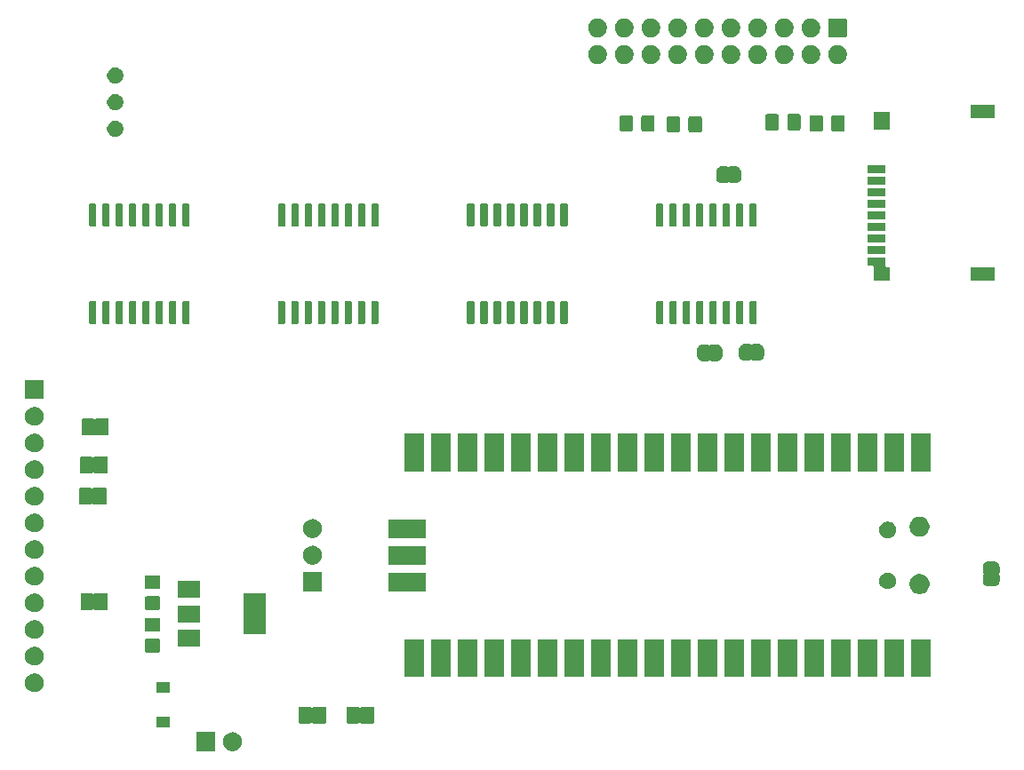
<source format=gbr>
G04 #@! TF.GenerationSoftware,KiCad,Pcbnew,5.1.5+dfsg1-2build2*
G04 #@! TF.CreationDate,2024-06-21T19:04:03+01:00*
G04 #@! TF.ProjectId,desktop_esc,6465736b-746f-4705-9f65-73632e6b6963,rev?*
G04 #@! TF.SameCoordinates,Original*
G04 #@! TF.FileFunction,Soldermask,Top*
G04 #@! TF.FilePolarity,Negative*
%FSLAX46Y46*%
G04 Gerber Fmt 4.6, Leading zero omitted, Abs format (unit mm)*
G04 Created by KiCad (PCBNEW 5.1.5+dfsg1-2build2) date 2024-06-21 19:04:03*
%MOMM*%
%LPD*%
G04 APERTURE LIST*
%ADD10C,0.100000*%
G04 APERTURE END LIST*
D10*
G36*
X118985512Y-129659927D02*
G01*
X119134812Y-129689624D01*
X119298784Y-129757544D01*
X119446354Y-129856147D01*
X119571853Y-129981646D01*
X119670456Y-130129216D01*
X119738376Y-130293188D01*
X119773000Y-130467259D01*
X119773000Y-130644741D01*
X119738376Y-130818812D01*
X119670456Y-130982784D01*
X119571853Y-131130354D01*
X119446354Y-131255853D01*
X119298784Y-131354456D01*
X119134812Y-131422376D01*
X118985512Y-131452073D01*
X118960742Y-131457000D01*
X118783258Y-131457000D01*
X118758488Y-131452073D01*
X118609188Y-131422376D01*
X118445216Y-131354456D01*
X118297646Y-131255853D01*
X118172147Y-131130354D01*
X118073544Y-130982784D01*
X118005624Y-130818812D01*
X117971000Y-130644741D01*
X117971000Y-130467259D01*
X118005624Y-130293188D01*
X118073544Y-130129216D01*
X118172147Y-129981646D01*
X118297646Y-129856147D01*
X118445216Y-129757544D01*
X118609188Y-129689624D01*
X118758488Y-129659927D01*
X118783258Y-129655000D01*
X118960742Y-129655000D01*
X118985512Y-129659927D01*
G37*
G36*
X117233000Y-131457000D02*
G01*
X115431000Y-131457000D01*
X115431000Y-129655000D01*
X117233000Y-129655000D01*
X117233000Y-131457000D01*
G37*
G36*
X112919000Y-129151000D02*
G01*
X111617000Y-129151000D01*
X111617000Y-128149000D01*
X112919000Y-128149000D01*
X112919000Y-129151000D01*
G37*
G36*
X130848999Y-127215737D02*
G01*
X130858608Y-127218652D01*
X130867472Y-127223390D01*
X130875212Y-127229742D01*
X130875213Y-127229743D01*
X130875237Y-127229763D01*
X130881640Y-127237573D01*
X130881677Y-127237628D01*
X130889480Y-127247147D01*
X130889511Y-127247122D01*
X130900853Y-127260972D01*
X130919779Y-127276537D01*
X130941377Y-127288111D01*
X130964819Y-127295249D01*
X130989202Y-127297676D01*
X131013591Y-127295300D01*
X131037047Y-127288211D01*
X131058670Y-127276682D01*
X131077628Y-127261157D01*
X131093193Y-127242231D01*
X131095029Y-127239175D01*
X131096418Y-127237486D01*
X131096419Y-127237484D01*
X131102801Y-127229725D01*
X131110573Y-127223360D01*
X131110575Y-127223358D01*
X131119399Y-127218654D01*
X131119438Y-127218633D01*
X131129055Y-127215727D01*
X131129085Y-127215718D01*
X131145113Y-127214148D01*
X132282860Y-127214148D01*
X132298999Y-127215737D01*
X132308608Y-127218652D01*
X132317472Y-127223390D01*
X132325237Y-127229763D01*
X132331610Y-127237528D01*
X132336348Y-127246392D01*
X132339263Y-127256001D01*
X132340852Y-127272140D01*
X132340852Y-128759860D01*
X132339263Y-128775999D01*
X132336348Y-128785608D01*
X132331610Y-128794472D01*
X132325237Y-128802237D01*
X132317472Y-128808610D01*
X132308608Y-128813348D01*
X132298999Y-128816263D01*
X132282860Y-128817852D01*
X131145140Y-128817852D01*
X131129001Y-128816263D01*
X131119392Y-128813348D01*
X131110528Y-128808610D01*
X131102763Y-128802237D01*
X131092116Y-128789263D01*
X131085947Y-128780032D01*
X131068619Y-128762706D01*
X131048244Y-128749093D01*
X131025605Y-128739717D01*
X131001572Y-128734937D01*
X130977068Y-128734938D01*
X130953035Y-128739720D01*
X130930396Y-128749098D01*
X130910022Y-128762713D01*
X130892696Y-128780041D01*
X130885825Y-128789317D01*
X130881640Y-128794427D01*
X130875275Y-128802199D01*
X130867516Y-128808581D01*
X130858661Y-128813326D01*
X130855623Y-128814251D01*
X130849085Y-128816242D01*
X130849082Y-128816242D01*
X130849050Y-128816252D01*
X130839000Y-128817247D01*
X130838935Y-128817247D01*
X130832825Y-128817852D01*
X129845140Y-128817852D01*
X129829001Y-128816263D01*
X129819392Y-128813348D01*
X129810528Y-128808610D01*
X129802763Y-128802237D01*
X129796390Y-128794472D01*
X129791652Y-128785608D01*
X129788737Y-128775999D01*
X129787148Y-128759860D01*
X129787148Y-127272140D01*
X129788737Y-127256001D01*
X129791652Y-127246392D01*
X129796390Y-127237528D01*
X129802763Y-127229763D01*
X129810528Y-127223390D01*
X129819392Y-127218652D01*
X129829001Y-127215737D01*
X129845140Y-127214148D01*
X130832860Y-127214148D01*
X130848999Y-127215737D01*
G37*
G36*
X126276999Y-127215737D02*
G01*
X126286608Y-127218652D01*
X126295472Y-127223390D01*
X126303212Y-127229742D01*
X126303213Y-127229743D01*
X126303237Y-127229763D01*
X126309640Y-127237573D01*
X126309677Y-127237628D01*
X126317480Y-127247147D01*
X126317511Y-127247122D01*
X126328853Y-127260972D01*
X126347779Y-127276537D01*
X126369377Y-127288111D01*
X126392819Y-127295249D01*
X126417202Y-127297676D01*
X126441591Y-127295300D01*
X126465047Y-127288211D01*
X126486670Y-127276682D01*
X126505628Y-127261157D01*
X126521193Y-127242231D01*
X126523029Y-127239175D01*
X126524418Y-127237486D01*
X126524419Y-127237484D01*
X126530801Y-127229725D01*
X126538573Y-127223360D01*
X126538575Y-127223358D01*
X126547399Y-127218654D01*
X126547438Y-127218633D01*
X126557055Y-127215727D01*
X126557085Y-127215718D01*
X126573113Y-127214148D01*
X127710860Y-127214148D01*
X127726999Y-127215737D01*
X127736608Y-127218652D01*
X127745472Y-127223390D01*
X127753237Y-127229763D01*
X127759610Y-127237528D01*
X127764348Y-127246392D01*
X127767263Y-127256001D01*
X127768852Y-127272140D01*
X127768852Y-128759860D01*
X127767263Y-128775999D01*
X127764348Y-128785608D01*
X127759610Y-128794472D01*
X127753237Y-128802237D01*
X127745472Y-128808610D01*
X127736608Y-128813348D01*
X127726999Y-128816263D01*
X127710860Y-128817852D01*
X126573140Y-128817852D01*
X126557001Y-128816263D01*
X126547392Y-128813348D01*
X126538528Y-128808610D01*
X126530763Y-128802237D01*
X126520116Y-128789263D01*
X126513947Y-128780032D01*
X126496619Y-128762706D01*
X126476244Y-128749093D01*
X126453605Y-128739717D01*
X126429572Y-128734937D01*
X126405068Y-128734938D01*
X126381035Y-128739720D01*
X126358396Y-128749098D01*
X126338022Y-128762713D01*
X126320696Y-128780041D01*
X126313825Y-128789317D01*
X126309640Y-128794427D01*
X126303275Y-128802199D01*
X126295516Y-128808581D01*
X126286661Y-128813326D01*
X126283623Y-128814251D01*
X126277085Y-128816242D01*
X126277082Y-128816242D01*
X126277050Y-128816252D01*
X126267000Y-128817247D01*
X126266935Y-128817247D01*
X126260825Y-128817852D01*
X125273140Y-128817852D01*
X125257001Y-128816263D01*
X125247392Y-128813348D01*
X125238528Y-128808610D01*
X125230763Y-128802237D01*
X125224390Y-128794472D01*
X125219652Y-128785608D01*
X125216737Y-128775999D01*
X125215148Y-128759860D01*
X125215148Y-127272140D01*
X125216737Y-127256001D01*
X125219652Y-127246392D01*
X125224390Y-127237528D01*
X125230763Y-127229763D01*
X125238528Y-127223390D01*
X125247392Y-127218652D01*
X125257001Y-127215737D01*
X125273140Y-127214148D01*
X126260860Y-127214148D01*
X126276999Y-127215737D01*
G37*
G36*
X112919000Y-125851000D02*
G01*
X111617000Y-125851000D01*
X111617000Y-124849000D01*
X112919000Y-124849000D01*
X112919000Y-125851000D01*
G37*
G36*
X100113512Y-124043927D02*
G01*
X100262812Y-124073624D01*
X100426784Y-124141544D01*
X100574354Y-124240147D01*
X100699853Y-124365646D01*
X100798456Y-124513216D01*
X100866376Y-124677188D01*
X100901000Y-124851259D01*
X100901000Y-125028741D01*
X100866376Y-125202812D01*
X100798456Y-125366784D01*
X100699853Y-125514354D01*
X100574354Y-125639853D01*
X100426784Y-125738456D01*
X100262812Y-125806376D01*
X100113512Y-125836073D01*
X100088742Y-125841000D01*
X99911258Y-125841000D01*
X99886488Y-125836073D01*
X99737188Y-125806376D01*
X99573216Y-125738456D01*
X99425646Y-125639853D01*
X99300147Y-125514354D01*
X99201544Y-125366784D01*
X99133624Y-125202812D01*
X99099000Y-125028741D01*
X99099000Y-124851259D01*
X99133624Y-124677188D01*
X99201544Y-124513216D01*
X99300147Y-124365646D01*
X99425646Y-124240147D01*
X99573216Y-124141544D01*
X99737188Y-124073624D01*
X99886488Y-124043927D01*
X99911258Y-124039000D01*
X100088742Y-124039000D01*
X100113512Y-124043927D01*
G37*
G36*
X137071000Y-124391000D02*
G01*
X135269000Y-124391000D01*
X135269000Y-120789000D01*
X137071000Y-120789000D01*
X137071000Y-124391000D01*
G37*
G36*
X139611000Y-124391000D02*
G01*
X137809000Y-124391000D01*
X137809000Y-120789000D01*
X139611000Y-120789000D01*
X139611000Y-124391000D01*
G37*
G36*
X142151000Y-124391000D02*
G01*
X140349000Y-124391000D01*
X140349000Y-120789000D01*
X142151000Y-120789000D01*
X142151000Y-124391000D01*
G37*
G36*
X144691000Y-124391000D02*
G01*
X142889000Y-124391000D01*
X142889000Y-120789000D01*
X144691000Y-120789000D01*
X144691000Y-124391000D01*
G37*
G36*
X147231000Y-124391000D02*
G01*
X145429000Y-124391000D01*
X145429000Y-120789000D01*
X147231000Y-120789000D01*
X147231000Y-124391000D01*
G37*
G36*
X149771000Y-124391000D02*
G01*
X147969000Y-124391000D01*
X147969000Y-120789000D01*
X149771000Y-120789000D01*
X149771000Y-124391000D01*
G37*
G36*
X152311000Y-124391000D02*
G01*
X150509000Y-124391000D01*
X150509000Y-120789000D01*
X152311000Y-120789000D01*
X152311000Y-124391000D01*
G37*
G36*
X154851000Y-124391000D02*
G01*
X153049000Y-124391000D01*
X153049000Y-120789000D01*
X154851000Y-120789000D01*
X154851000Y-124391000D01*
G37*
G36*
X157391000Y-124391000D02*
G01*
X155589000Y-124391000D01*
X155589000Y-120789000D01*
X157391000Y-120789000D01*
X157391000Y-124391000D01*
G37*
G36*
X159931000Y-124391000D02*
G01*
X158129000Y-124391000D01*
X158129000Y-120789000D01*
X159931000Y-120789000D01*
X159931000Y-124391000D01*
G37*
G36*
X165011000Y-124391000D02*
G01*
X163209000Y-124391000D01*
X163209000Y-120789000D01*
X165011000Y-120789000D01*
X165011000Y-124391000D01*
G37*
G36*
X167551000Y-124391000D02*
G01*
X165749000Y-124391000D01*
X165749000Y-120789000D01*
X167551000Y-120789000D01*
X167551000Y-124391000D01*
G37*
G36*
X170091000Y-124391000D02*
G01*
X168289000Y-124391000D01*
X168289000Y-120789000D01*
X170091000Y-120789000D01*
X170091000Y-124391000D01*
G37*
G36*
X172631000Y-124391000D02*
G01*
X170829000Y-124391000D01*
X170829000Y-120789000D01*
X172631000Y-120789000D01*
X172631000Y-124391000D01*
G37*
G36*
X175171000Y-124391000D02*
G01*
X173369000Y-124391000D01*
X173369000Y-120789000D01*
X175171000Y-120789000D01*
X175171000Y-124391000D01*
G37*
G36*
X177711000Y-124391000D02*
G01*
X175909000Y-124391000D01*
X175909000Y-120789000D01*
X177711000Y-120789000D01*
X177711000Y-124391000D01*
G37*
G36*
X182791000Y-124391000D02*
G01*
X180989000Y-124391000D01*
X180989000Y-120789000D01*
X182791000Y-120789000D01*
X182791000Y-124391000D01*
G37*
G36*
X180251000Y-124391000D02*
G01*
X178449000Y-124391000D01*
X178449000Y-120789000D01*
X180251000Y-120789000D01*
X180251000Y-124391000D01*
G37*
G36*
X185331000Y-124391000D02*
G01*
X183529000Y-124391000D01*
X183529000Y-120789000D01*
X185331000Y-120789000D01*
X185331000Y-124391000D01*
G37*
G36*
X162471000Y-124391000D02*
G01*
X160669000Y-124391000D01*
X160669000Y-120789000D01*
X162471000Y-120789000D01*
X162471000Y-124391000D01*
G37*
G36*
X100113512Y-121503927D02*
G01*
X100262812Y-121533624D01*
X100426784Y-121601544D01*
X100574354Y-121700147D01*
X100699853Y-121825646D01*
X100798456Y-121973216D01*
X100866376Y-122137188D01*
X100901000Y-122311259D01*
X100901000Y-122488741D01*
X100866376Y-122662812D01*
X100798456Y-122826784D01*
X100699853Y-122974354D01*
X100574354Y-123099853D01*
X100426784Y-123198456D01*
X100262812Y-123266376D01*
X100113512Y-123296073D01*
X100088742Y-123301000D01*
X99911258Y-123301000D01*
X99886488Y-123296073D01*
X99737188Y-123266376D01*
X99573216Y-123198456D01*
X99425646Y-123099853D01*
X99300147Y-122974354D01*
X99201544Y-122826784D01*
X99133624Y-122662812D01*
X99099000Y-122488741D01*
X99099000Y-122311259D01*
X99133624Y-122137188D01*
X99201544Y-121973216D01*
X99300147Y-121825646D01*
X99425646Y-121700147D01*
X99573216Y-121601544D01*
X99737188Y-121533624D01*
X99886488Y-121503927D01*
X99911258Y-121499000D01*
X100088742Y-121499000D01*
X100113512Y-121503927D01*
G37*
G36*
X111843242Y-120749404D02*
G01*
X111880337Y-120760657D01*
X111914515Y-120778925D01*
X111944481Y-120803519D01*
X111969075Y-120833485D01*
X111987343Y-120867663D01*
X111998596Y-120904758D01*
X112003000Y-120949474D01*
X112003000Y-121842526D01*
X111998596Y-121887242D01*
X111987343Y-121924337D01*
X111969075Y-121958515D01*
X111944481Y-121988481D01*
X111914515Y-122013075D01*
X111880337Y-122031343D01*
X111843242Y-122042596D01*
X111798526Y-122047000D01*
X110705474Y-122047000D01*
X110660758Y-122042596D01*
X110623663Y-122031343D01*
X110589485Y-122013075D01*
X110559519Y-121988481D01*
X110534925Y-121958515D01*
X110516657Y-121924337D01*
X110505404Y-121887242D01*
X110501000Y-121842526D01*
X110501000Y-120949474D01*
X110505404Y-120904758D01*
X110516657Y-120867663D01*
X110534925Y-120833485D01*
X110559519Y-120803519D01*
X110589485Y-120778925D01*
X110623663Y-120760657D01*
X110660758Y-120749404D01*
X110705474Y-120745000D01*
X111798526Y-120745000D01*
X111843242Y-120749404D01*
G37*
G36*
X115757000Y-121465000D02*
G01*
X113655000Y-121465000D01*
X113655000Y-119863000D01*
X115757000Y-119863000D01*
X115757000Y-121465000D01*
G37*
G36*
X100110515Y-118963331D02*
G01*
X100262812Y-118993624D01*
X100426784Y-119061544D01*
X100574354Y-119160147D01*
X100699853Y-119285646D01*
X100798456Y-119433216D01*
X100866376Y-119597188D01*
X100901000Y-119771259D01*
X100901000Y-119948741D01*
X100866376Y-120122812D01*
X100798456Y-120286784D01*
X100699853Y-120434354D01*
X100574354Y-120559853D01*
X100426784Y-120658456D01*
X100262812Y-120726376D01*
X100113512Y-120756073D01*
X100088742Y-120761000D01*
X99911258Y-120761000D01*
X99886488Y-120756073D01*
X99737188Y-120726376D01*
X99573216Y-120658456D01*
X99425646Y-120559853D01*
X99300147Y-120434354D01*
X99201544Y-120286784D01*
X99133624Y-120122812D01*
X99099000Y-119948741D01*
X99099000Y-119771259D01*
X99133624Y-119597188D01*
X99201544Y-119433216D01*
X99300147Y-119285646D01*
X99425646Y-119160147D01*
X99573216Y-119061544D01*
X99737188Y-118993624D01*
X99889485Y-118963331D01*
X99911258Y-118959000D01*
X100088742Y-118959000D01*
X100110515Y-118963331D01*
G37*
G36*
X122057000Y-120315000D02*
G01*
X119955000Y-120315000D01*
X119955000Y-116413000D01*
X122057000Y-116413000D01*
X122057000Y-120315000D01*
G37*
G36*
X111843242Y-118749404D02*
G01*
X111880337Y-118760657D01*
X111914515Y-118778925D01*
X111944481Y-118803519D01*
X111969075Y-118833485D01*
X111987343Y-118867663D01*
X111998596Y-118904758D01*
X112003000Y-118949474D01*
X112003000Y-119842526D01*
X111998596Y-119887242D01*
X111987343Y-119924337D01*
X111969075Y-119958515D01*
X111944481Y-119988481D01*
X111914515Y-120013075D01*
X111880337Y-120031343D01*
X111843242Y-120042596D01*
X111798526Y-120047000D01*
X110705474Y-120047000D01*
X110660758Y-120042596D01*
X110623663Y-120031343D01*
X110589485Y-120013075D01*
X110559519Y-119988481D01*
X110534925Y-119958515D01*
X110516657Y-119924337D01*
X110505404Y-119887242D01*
X110501000Y-119842526D01*
X110501000Y-118949474D01*
X110505404Y-118904758D01*
X110516657Y-118867663D01*
X110534925Y-118833485D01*
X110559519Y-118803519D01*
X110589485Y-118778925D01*
X110623663Y-118760657D01*
X110660758Y-118749404D01*
X110705474Y-118745000D01*
X111798526Y-118745000D01*
X111843242Y-118749404D01*
G37*
G36*
X115757000Y-119165000D02*
G01*
X113655000Y-119165000D01*
X113655000Y-117563000D01*
X115757000Y-117563000D01*
X115757000Y-119165000D01*
G37*
G36*
X100097474Y-116420737D02*
G01*
X100262812Y-116453624D01*
X100426784Y-116521544D01*
X100574354Y-116620147D01*
X100699853Y-116745646D01*
X100798456Y-116893216D01*
X100866376Y-117057188D01*
X100893305Y-117192573D01*
X100900959Y-117231050D01*
X100901000Y-117231259D01*
X100901000Y-117408741D01*
X100866376Y-117582812D01*
X100798456Y-117746784D01*
X100699853Y-117894354D01*
X100574354Y-118019853D01*
X100426784Y-118118456D01*
X100262812Y-118186376D01*
X100113512Y-118216073D01*
X100088742Y-118221000D01*
X99911258Y-118221000D01*
X99886488Y-118216073D01*
X99737188Y-118186376D01*
X99573216Y-118118456D01*
X99425646Y-118019853D01*
X99300147Y-117894354D01*
X99201544Y-117746784D01*
X99133624Y-117582812D01*
X99099000Y-117408741D01*
X99099000Y-117231259D01*
X99099042Y-117231050D01*
X99106695Y-117192573D01*
X99133624Y-117057188D01*
X99201544Y-116893216D01*
X99300147Y-116745646D01*
X99425646Y-116620147D01*
X99573216Y-116521544D01*
X99737188Y-116453624D01*
X99902526Y-116420737D01*
X99911258Y-116419000D01*
X100088742Y-116419000D01*
X100097474Y-116420737D01*
G37*
G36*
X105475839Y-116420737D02*
G01*
X105485448Y-116423652D01*
X105494312Y-116428390D01*
X105502052Y-116434742D01*
X105502053Y-116434743D01*
X105502077Y-116434763D01*
X105508480Y-116442573D01*
X105508517Y-116442628D01*
X105516320Y-116452147D01*
X105516351Y-116452122D01*
X105527693Y-116465972D01*
X105546619Y-116481537D01*
X105568217Y-116493111D01*
X105591659Y-116500249D01*
X105616042Y-116502676D01*
X105640431Y-116500300D01*
X105663887Y-116493211D01*
X105685510Y-116481682D01*
X105704468Y-116466157D01*
X105720033Y-116447231D01*
X105721869Y-116444175D01*
X105723258Y-116442486D01*
X105723259Y-116442484D01*
X105729641Y-116434725D01*
X105737413Y-116428360D01*
X105737415Y-116428358D01*
X105746239Y-116423654D01*
X105746278Y-116423633D01*
X105755895Y-116420727D01*
X105755925Y-116420718D01*
X105771953Y-116419148D01*
X106909700Y-116419148D01*
X106925839Y-116420737D01*
X106935448Y-116423652D01*
X106944312Y-116428390D01*
X106952077Y-116434763D01*
X106958450Y-116442528D01*
X106963188Y-116451392D01*
X106966103Y-116461001D01*
X106967692Y-116477140D01*
X106967692Y-117964860D01*
X106966103Y-117980999D01*
X106963188Y-117990608D01*
X106958450Y-117999472D01*
X106952077Y-118007237D01*
X106944312Y-118013610D01*
X106935448Y-118018348D01*
X106925839Y-118021263D01*
X106909700Y-118022852D01*
X105771980Y-118022852D01*
X105755841Y-118021263D01*
X105746232Y-118018348D01*
X105737368Y-118013610D01*
X105729603Y-118007237D01*
X105718956Y-117994263D01*
X105712787Y-117985032D01*
X105695459Y-117967706D01*
X105675084Y-117954093D01*
X105652445Y-117944717D01*
X105628412Y-117939937D01*
X105603908Y-117939938D01*
X105579875Y-117944720D01*
X105557236Y-117954098D01*
X105536862Y-117967713D01*
X105519536Y-117985041D01*
X105512665Y-117994317D01*
X105508480Y-117999427D01*
X105502115Y-118007199D01*
X105494356Y-118013581D01*
X105485501Y-118018326D01*
X105482463Y-118019251D01*
X105475925Y-118021242D01*
X105475922Y-118021242D01*
X105475890Y-118021252D01*
X105465840Y-118022247D01*
X105465775Y-118022247D01*
X105459665Y-118022852D01*
X104471980Y-118022852D01*
X104455841Y-118021263D01*
X104446232Y-118018348D01*
X104437368Y-118013610D01*
X104429603Y-118007237D01*
X104423230Y-117999472D01*
X104418492Y-117990608D01*
X104415577Y-117980999D01*
X104413988Y-117964860D01*
X104413988Y-116477140D01*
X104415577Y-116461001D01*
X104418492Y-116451392D01*
X104423230Y-116442528D01*
X104429603Y-116434763D01*
X104437368Y-116428390D01*
X104446232Y-116423652D01*
X104455841Y-116420737D01*
X104471980Y-116419148D01*
X105459700Y-116419148D01*
X105475839Y-116420737D01*
G37*
G36*
X111843242Y-116701404D02*
G01*
X111880337Y-116712657D01*
X111914515Y-116730925D01*
X111944481Y-116755519D01*
X111969075Y-116785485D01*
X111987343Y-116819663D01*
X111998596Y-116856758D01*
X112003000Y-116901474D01*
X112003000Y-117794526D01*
X111998596Y-117839242D01*
X111987343Y-117876337D01*
X111969075Y-117910515D01*
X111944481Y-117940481D01*
X111914515Y-117965075D01*
X111880337Y-117983343D01*
X111843242Y-117994596D01*
X111798526Y-117999000D01*
X110705474Y-117999000D01*
X110660758Y-117994596D01*
X110623663Y-117983343D01*
X110589485Y-117965075D01*
X110559519Y-117940481D01*
X110534925Y-117910515D01*
X110516657Y-117876337D01*
X110505404Y-117839242D01*
X110501000Y-117794526D01*
X110501000Y-116901474D01*
X110505404Y-116856758D01*
X110516657Y-116819663D01*
X110534925Y-116785485D01*
X110559519Y-116755519D01*
X110589485Y-116730925D01*
X110623663Y-116712657D01*
X110660758Y-116701404D01*
X110705474Y-116697000D01*
X111798526Y-116697000D01*
X111843242Y-116701404D01*
G37*
G36*
X115757000Y-116865000D02*
G01*
X113655000Y-116865000D01*
X113655000Y-115263000D01*
X115757000Y-115263000D01*
X115757000Y-116865000D01*
G37*
G36*
X184577395Y-114610546D02*
G01*
X184750466Y-114682234D01*
X184779156Y-114701404D01*
X184906227Y-114786310D01*
X185038690Y-114918773D01*
X185091081Y-114997182D01*
X185142766Y-115074534D01*
X185214454Y-115247605D01*
X185251000Y-115431333D01*
X185251000Y-115618667D01*
X185214454Y-115802395D01*
X185142766Y-115975466D01*
X185129568Y-115995218D01*
X185038690Y-116131227D01*
X184906227Y-116263690D01*
X184827818Y-116316081D01*
X184750466Y-116367766D01*
X184577395Y-116439454D01*
X184393667Y-116476000D01*
X184206333Y-116476000D01*
X184022605Y-116439454D01*
X183849534Y-116367766D01*
X183772182Y-116316081D01*
X183693773Y-116263690D01*
X183561310Y-116131227D01*
X183470432Y-115995218D01*
X183457234Y-115975466D01*
X183385546Y-115802395D01*
X183349000Y-115618667D01*
X183349000Y-115431333D01*
X183385546Y-115247605D01*
X183457234Y-115074534D01*
X183508919Y-114997182D01*
X183561310Y-114918773D01*
X183693773Y-114786310D01*
X183820844Y-114701404D01*
X183849534Y-114682234D01*
X184022605Y-114610546D01*
X184206333Y-114574000D01*
X184393667Y-114574000D01*
X184577395Y-114610546D01*
G37*
G36*
X137301000Y-116241000D02*
G01*
X133699000Y-116241000D01*
X133699000Y-114439000D01*
X137301000Y-114439000D01*
X137301000Y-116241000D01*
G37*
G36*
X127393000Y-116217000D02*
G01*
X125591000Y-116217000D01*
X125591000Y-114415000D01*
X127393000Y-114415000D01*
X127393000Y-116217000D01*
G37*
G36*
X181503642Y-114454781D02*
G01*
X181649414Y-114515162D01*
X181649416Y-114515163D01*
X181780608Y-114602822D01*
X181892178Y-114714392D01*
X181961106Y-114817551D01*
X181979838Y-114845586D01*
X182040219Y-114991358D01*
X182071000Y-115146107D01*
X182071000Y-115303893D01*
X182040219Y-115458642D01*
X181979838Y-115604414D01*
X181979837Y-115604416D01*
X181892178Y-115735608D01*
X181780608Y-115847178D01*
X181649416Y-115934837D01*
X181649415Y-115934838D01*
X181649414Y-115934838D01*
X181503642Y-115995219D01*
X181348893Y-116026000D01*
X181191107Y-116026000D01*
X181036358Y-115995219D01*
X180890586Y-115934838D01*
X180890585Y-115934838D01*
X180890584Y-115934837D01*
X180759392Y-115847178D01*
X180647822Y-115735608D01*
X180560163Y-115604416D01*
X180560162Y-115604414D01*
X180499781Y-115458642D01*
X180469000Y-115303893D01*
X180469000Y-115146107D01*
X180499781Y-114991358D01*
X180560162Y-114845586D01*
X180578894Y-114817551D01*
X180647822Y-114714392D01*
X180759392Y-114602822D01*
X180890584Y-114515163D01*
X180890586Y-114515162D01*
X181036358Y-114454781D01*
X181191107Y-114424000D01*
X181348893Y-114424000D01*
X181503642Y-114454781D01*
G37*
G36*
X111843242Y-114701404D02*
G01*
X111880337Y-114712657D01*
X111914515Y-114730925D01*
X111944481Y-114755519D01*
X111969075Y-114785485D01*
X111987343Y-114819663D01*
X111998596Y-114856758D01*
X112003000Y-114901474D01*
X112003000Y-115794526D01*
X111998596Y-115839242D01*
X111987343Y-115876337D01*
X111969075Y-115910515D01*
X111944481Y-115940481D01*
X111914515Y-115965075D01*
X111880337Y-115983343D01*
X111843242Y-115994596D01*
X111798526Y-115999000D01*
X110705474Y-115999000D01*
X110660758Y-115994596D01*
X110623663Y-115983343D01*
X110589485Y-115965075D01*
X110559519Y-115940481D01*
X110534925Y-115910515D01*
X110516657Y-115876337D01*
X110505404Y-115839242D01*
X110501000Y-115794526D01*
X110501000Y-114901474D01*
X110505404Y-114856758D01*
X110516657Y-114819663D01*
X110534925Y-114785485D01*
X110559519Y-114755519D01*
X110589485Y-114730925D01*
X110623663Y-114712657D01*
X110660758Y-114701404D01*
X110705474Y-114697000D01*
X111798526Y-114697000D01*
X111843242Y-114701404D01*
G37*
G36*
X191397199Y-113353954D02*
G01*
X191409450Y-113354556D01*
X191427869Y-113354556D01*
X191450149Y-113356750D01*
X191534233Y-113373476D01*
X191555660Y-113379976D01*
X191634858Y-113412780D01*
X191640303Y-113415691D01*
X191640309Y-113415693D01*
X191649169Y-113420429D01*
X191649173Y-113420432D01*
X191654614Y-113423340D01*
X191725899Y-113470971D01*
X191743204Y-113485172D01*
X191803828Y-113545796D01*
X191818029Y-113563101D01*
X191865660Y-113634386D01*
X191868568Y-113639827D01*
X191868571Y-113639831D01*
X191873307Y-113648691D01*
X191873309Y-113648697D01*
X191876220Y-113654142D01*
X191909024Y-113733340D01*
X191915524Y-113754767D01*
X191932250Y-113838851D01*
X191934444Y-113861131D01*
X191934444Y-113879550D01*
X191935046Y-113891801D01*
X191936852Y-113910139D01*
X191936852Y-114397860D01*
X191935263Y-114413999D01*
X191932348Y-114423608D01*
X191927610Y-114432472D01*
X191921237Y-114440237D01*
X191908794Y-114450448D01*
X191898425Y-114457378D01*
X191881098Y-114474705D01*
X191867485Y-114495080D01*
X191858109Y-114517720D01*
X191853329Y-114541753D01*
X191853330Y-114566257D01*
X191858112Y-114590290D01*
X191867490Y-114612929D01*
X191881105Y-114633302D01*
X191898432Y-114650629D01*
X191908802Y-114657558D01*
X191921237Y-114667763D01*
X191927610Y-114675528D01*
X191932348Y-114684392D01*
X191935263Y-114694001D01*
X191936852Y-114710140D01*
X191936852Y-115197862D01*
X191935046Y-115216199D01*
X191934444Y-115228450D01*
X191934444Y-115246869D01*
X191932250Y-115269149D01*
X191915524Y-115353233D01*
X191909024Y-115374660D01*
X191876220Y-115453858D01*
X191873309Y-115459303D01*
X191873307Y-115459309D01*
X191868571Y-115468169D01*
X191868568Y-115468173D01*
X191865660Y-115473614D01*
X191818029Y-115544899D01*
X191803828Y-115562204D01*
X191743204Y-115622828D01*
X191725899Y-115637029D01*
X191654614Y-115684660D01*
X191649173Y-115687568D01*
X191649169Y-115687571D01*
X191640309Y-115692307D01*
X191640303Y-115692309D01*
X191634858Y-115695220D01*
X191555660Y-115728024D01*
X191534233Y-115734524D01*
X191450149Y-115751250D01*
X191427869Y-115753444D01*
X191409450Y-115753444D01*
X191397199Y-115754046D01*
X191378862Y-115755852D01*
X190891138Y-115755852D01*
X190872801Y-115754046D01*
X190860550Y-115753444D01*
X190842131Y-115753444D01*
X190819851Y-115751250D01*
X190735767Y-115734524D01*
X190714340Y-115728024D01*
X190635142Y-115695220D01*
X190629697Y-115692309D01*
X190629691Y-115692307D01*
X190620831Y-115687571D01*
X190620827Y-115687568D01*
X190615386Y-115684660D01*
X190544101Y-115637029D01*
X190526796Y-115622828D01*
X190466172Y-115562204D01*
X190451971Y-115544899D01*
X190404340Y-115473614D01*
X190401432Y-115468173D01*
X190401429Y-115468169D01*
X190396693Y-115459309D01*
X190396691Y-115459303D01*
X190393780Y-115453858D01*
X190360976Y-115374660D01*
X190354476Y-115353233D01*
X190337750Y-115269149D01*
X190335556Y-115246869D01*
X190335556Y-115228450D01*
X190334954Y-115216199D01*
X190333148Y-115197862D01*
X190333148Y-114710140D01*
X190334737Y-114694001D01*
X190337652Y-114684392D01*
X190342390Y-114675528D01*
X190348763Y-114667763D01*
X190361206Y-114657552D01*
X190371575Y-114650622D01*
X190388902Y-114633295D01*
X190402515Y-114612920D01*
X190411891Y-114590280D01*
X190416671Y-114566247D01*
X190416670Y-114541743D01*
X190411888Y-114517710D01*
X190402510Y-114495071D01*
X190388895Y-114474698D01*
X190371568Y-114457371D01*
X190361198Y-114450442D01*
X190348763Y-114440237D01*
X190342390Y-114432472D01*
X190337652Y-114423608D01*
X190334737Y-114413999D01*
X190333148Y-114397860D01*
X190333148Y-113910139D01*
X190334954Y-113891801D01*
X190335556Y-113879550D01*
X190335556Y-113861131D01*
X190337750Y-113838851D01*
X190354476Y-113754767D01*
X190360976Y-113733340D01*
X190393780Y-113654142D01*
X190396691Y-113648697D01*
X190396693Y-113648691D01*
X190401429Y-113639831D01*
X190401432Y-113639827D01*
X190404340Y-113634386D01*
X190451971Y-113563101D01*
X190466172Y-113545796D01*
X190526796Y-113485172D01*
X190544101Y-113470971D01*
X190615386Y-113423340D01*
X190620827Y-113420432D01*
X190620831Y-113420429D01*
X190629691Y-113415693D01*
X190629697Y-113415691D01*
X190635142Y-113412780D01*
X190714340Y-113379976D01*
X190735767Y-113373476D01*
X190819851Y-113356750D01*
X190842131Y-113354556D01*
X190860550Y-113354556D01*
X190872801Y-113353954D01*
X190891139Y-113352148D01*
X191378861Y-113352148D01*
X191397199Y-113353954D01*
G37*
G36*
X100113512Y-113883927D02*
G01*
X100262812Y-113913624D01*
X100426784Y-113981544D01*
X100574354Y-114080147D01*
X100699853Y-114205646D01*
X100798456Y-114353216D01*
X100866376Y-114517188D01*
X100901000Y-114691259D01*
X100901000Y-114868741D01*
X100866376Y-115042812D01*
X100798456Y-115206784D01*
X100699853Y-115354354D01*
X100574354Y-115479853D01*
X100426784Y-115578456D01*
X100262812Y-115646376D01*
X100113512Y-115676073D01*
X100088742Y-115681000D01*
X99911258Y-115681000D01*
X99886488Y-115676073D01*
X99737188Y-115646376D01*
X99573216Y-115578456D01*
X99425646Y-115479853D01*
X99300147Y-115354354D01*
X99201544Y-115206784D01*
X99133624Y-115042812D01*
X99099000Y-114868741D01*
X99099000Y-114691259D01*
X99133624Y-114517188D01*
X99201544Y-114353216D01*
X99300147Y-114205646D01*
X99425646Y-114080147D01*
X99573216Y-113981544D01*
X99737188Y-113913624D01*
X99886488Y-113883927D01*
X99911258Y-113879000D01*
X100088742Y-113879000D01*
X100113512Y-113883927D01*
G37*
G36*
X137301000Y-113701000D02*
G01*
X133699000Y-113701000D01*
X133699000Y-111899000D01*
X137301000Y-111899000D01*
X137301000Y-113701000D01*
G37*
G36*
X126605512Y-111879927D02*
G01*
X126754812Y-111909624D01*
X126918784Y-111977544D01*
X127066354Y-112076147D01*
X127191853Y-112201646D01*
X127290456Y-112349216D01*
X127358376Y-112513188D01*
X127393000Y-112687259D01*
X127393000Y-112864741D01*
X127358376Y-113038812D01*
X127290456Y-113202784D01*
X127191853Y-113350354D01*
X127066354Y-113475853D01*
X126918784Y-113574456D01*
X126754812Y-113642376D01*
X126605512Y-113672073D01*
X126580742Y-113677000D01*
X126403258Y-113677000D01*
X126378488Y-113672073D01*
X126229188Y-113642376D01*
X126065216Y-113574456D01*
X125917646Y-113475853D01*
X125792147Y-113350354D01*
X125693544Y-113202784D01*
X125625624Y-113038812D01*
X125591000Y-112864741D01*
X125591000Y-112687259D01*
X125625624Y-112513188D01*
X125693544Y-112349216D01*
X125792147Y-112201646D01*
X125917646Y-112076147D01*
X126065216Y-111977544D01*
X126229188Y-111909624D01*
X126378488Y-111879927D01*
X126403258Y-111875000D01*
X126580742Y-111875000D01*
X126605512Y-111879927D01*
G37*
G36*
X100113512Y-111343927D02*
G01*
X100262812Y-111373624D01*
X100426784Y-111441544D01*
X100574354Y-111540147D01*
X100699853Y-111665646D01*
X100798456Y-111813216D01*
X100866376Y-111977188D01*
X100901000Y-112151259D01*
X100901000Y-112328741D01*
X100866376Y-112502812D01*
X100798456Y-112666784D01*
X100699853Y-112814354D01*
X100574354Y-112939853D01*
X100426784Y-113038456D01*
X100262812Y-113106376D01*
X100113512Y-113136073D01*
X100088742Y-113141000D01*
X99911258Y-113141000D01*
X99886488Y-113136073D01*
X99737188Y-113106376D01*
X99573216Y-113038456D01*
X99425646Y-112939853D01*
X99300147Y-112814354D01*
X99201544Y-112666784D01*
X99133624Y-112502812D01*
X99099000Y-112328741D01*
X99099000Y-112151259D01*
X99133624Y-111977188D01*
X99201544Y-111813216D01*
X99300147Y-111665646D01*
X99425646Y-111540147D01*
X99573216Y-111441544D01*
X99737188Y-111373624D01*
X99886488Y-111343927D01*
X99911258Y-111339000D01*
X100088742Y-111339000D01*
X100113512Y-111343927D01*
G37*
G36*
X181503642Y-109604781D02*
G01*
X181640928Y-109661647D01*
X181649416Y-109665163D01*
X181780608Y-109752822D01*
X181892178Y-109864392D01*
X181970316Y-109981335D01*
X181979838Y-109995586D01*
X182040219Y-110141358D01*
X182071000Y-110296107D01*
X182071000Y-110453893D01*
X182040219Y-110608642D01*
X182010154Y-110681225D01*
X181979837Y-110754416D01*
X181892178Y-110885608D01*
X181780608Y-110997178D01*
X181649416Y-111084837D01*
X181649415Y-111084838D01*
X181649414Y-111084838D01*
X181503642Y-111145219D01*
X181348893Y-111176000D01*
X181191107Y-111176000D01*
X181036358Y-111145219D01*
X180890586Y-111084838D01*
X180890585Y-111084838D01*
X180890584Y-111084837D01*
X180759392Y-110997178D01*
X180647822Y-110885608D01*
X180560163Y-110754416D01*
X180529846Y-110681225D01*
X180499781Y-110608642D01*
X180469000Y-110453893D01*
X180469000Y-110296107D01*
X180499781Y-110141358D01*
X180560162Y-109995586D01*
X180569684Y-109981335D01*
X180647822Y-109864392D01*
X180759392Y-109752822D01*
X180890584Y-109665163D01*
X180899072Y-109661647D01*
X181036358Y-109604781D01*
X181191107Y-109574000D01*
X181348893Y-109574000D01*
X181503642Y-109604781D01*
G37*
G36*
X137301000Y-111161000D02*
G01*
X133699000Y-111161000D01*
X133699000Y-109359000D01*
X137301000Y-109359000D01*
X137301000Y-111161000D01*
G37*
G36*
X126605512Y-109339927D02*
G01*
X126754812Y-109369624D01*
X126918784Y-109437544D01*
X127066354Y-109536147D01*
X127191853Y-109661646D01*
X127290456Y-109809216D01*
X127358376Y-109973188D01*
X127393000Y-110147259D01*
X127393000Y-110324741D01*
X127358376Y-110498812D01*
X127290456Y-110662784D01*
X127191853Y-110810354D01*
X127066354Y-110935853D01*
X126918784Y-111034456D01*
X126754812Y-111102376D01*
X126605512Y-111132073D01*
X126580742Y-111137000D01*
X126403258Y-111137000D01*
X126378488Y-111132073D01*
X126229188Y-111102376D01*
X126065216Y-111034456D01*
X125917646Y-110935853D01*
X125792147Y-110810354D01*
X125693544Y-110662784D01*
X125625624Y-110498812D01*
X125591000Y-110324741D01*
X125591000Y-110147259D01*
X125625624Y-109973188D01*
X125693544Y-109809216D01*
X125792147Y-109661646D01*
X125917646Y-109536147D01*
X126065216Y-109437544D01*
X126229188Y-109369624D01*
X126378488Y-109339927D01*
X126403258Y-109335000D01*
X126580742Y-109335000D01*
X126605512Y-109339927D01*
G37*
G36*
X184577395Y-109160546D02*
G01*
X184750466Y-109232234D01*
X184750467Y-109232235D01*
X184906227Y-109336310D01*
X185038690Y-109468773D01*
X185038691Y-109468775D01*
X185142766Y-109624534D01*
X185214454Y-109797605D01*
X185251000Y-109981333D01*
X185251000Y-110168667D01*
X185214454Y-110352395D01*
X185142766Y-110525466D01*
X185142765Y-110525467D01*
X185038690Y-110681227D01*
X184906227Y-110813690D01*
X184875301Y-110834354D01*
X184750466Y-110917766D01*
X184577395Y-110989454D01*
X184393667Y-111026000D01*
X184206333Y-111026000D01*
X184022605Y-110989454D01*
X183849534Y-110917766D01*
X183724699Y-110834354D01*
X183693773Y-110813690D01*
X183561310Y-110681227D01*
X183457235Y-110525467D01*
X183457234Y-110525466D01*
X183385546Y-110352395D01*
X183349000Y-110168667D01*
X183349000Y-109981333D01*
X183385546Y-109797605D01*
X183457234Y-109624534D01*
X183561309Y-109468775D01*
X183561310Y-109468773D01*
X183693773Y-109336310D01*
X183849533Y-109232235D01*
X183849534Y-109232234D01*
X184022605Y-109160546D01*
X184206333Y-109124000D01*
X184393667Y-109124000D01*
X184577395Y-109160546D01*
G37*
G36*
X100113512Y-108803927D02*
G01*
X100262812Y-108833624D01*
X100426784Y-108901544D01*
X100574354Y-109000147D01*
X100699853Y-109125646D01*
X100798456Y-109273216D01*
X100866376Y-109437188D01*
X100890833Y-109560147D01*
X100899712Y-109604781D01*
X100901000Y-109611259D01*
X100901000Y-109788741D01*
X100866376Y-109962812D01*
X100798456Y-110126784D01*
X100699853Y-110274354D01*
X100574354Y-110399853D01*
X100426784Y-110498456D01*
X100262812Y-110566376D01*
X100113512Y-110596073D01*
X100088742Y-110601000D01*
X99911258Y-110601000D01*
X99886488Y-110596073D01*
X99737188Y-110566376D01*
X99573216Y-110498456D01*
X99425646Y-110399853D01*
X99300147Y-110274354D01*
X99201544Y-110126784D01*
X99133624Y-109962812D01*
X99099000Y-109788741D01*
X99099000Y-109611259D01*
X99100289Y-109604781D01*
X99109167Y-109560147D01*
X99133624Y-109437188D01*
X99201544Y-109273216D01*
X99300147Y-109125646D01*
X99425646Y-109000147D01*
X99573216Y-108901544D01*
X99737188Y-108833624D01*
X99886488Y-108803927D01*
X99911258Y-108799000D01*
X100088742Y-108799000D01*
X100113512Y-108803927D01*
G37*
G36*
X100113512Y-106263927D02*
G01*
X100262812Y-106293624D01*
X100426784Y-106361544D01*
X100574354Y-106460147D01*
X100699853Y-106585646D01*
X100798456Y-106733216D01*
X100866376Y-106897188D01*
X100901000Y-107071259D01*
X100901000Y-107248741D01*
X100866376Y-107422812D01*
X100798456Y-107586784D01*
X100699853Y-107734354D01*
X100574354Y-107859853D01*
X100426784Y-107958456D01*
X100262812Y-108026376D01*
X100113512Y-108056073D01*
X100088742Y-108061000D01*
X99911258Y-108061000D01*
X99886488Y-108056073D01*
X99737188Y-108026376D01*
X99573216Y-107958456D01*
X99425646Y-107859853D01*
X99300147Y-107734354D01*
X99201544Y-107586784D01*
X99133624Y-107422812D01*
X99099000Y-107248741D01*
X99099000Y-107071259D01*
X99133624Y-106897188D01*
X99201544Y-106733216D01*
X99300147Y-106585646D01*
X99425646Y-106460147D01*
X99573216Y-106361544D01*
X99737188Y-106293624D01*
X99886488Y-106263927D01*
X99911258Y-106259000D01*
X100088742Y-106259000D01*
X100113512Y-106263927D01*
G37*
G36*
X105353919Y-106372497D02*
G01*
X105363528Y-106375412D01*
X105372392Y-106380150D01*
X105380132Y-106386502D01*
X105380133Y-106386503D01*
X105380157Y-106386523D01*
X105386560Y-106394333D01*
X105386597Y-106394388D01*
X105394400Y-106403907D01*
X105394431Y-106403882D01*
X105405773Y-106417732D01*
X105424699Y-106433297D01*
X105446297Y-106444871D01*
X105469739Y-106452009D01*
X105494122Y-106454436D01*
X105518511Y-106452060D01*
X105541967Y-106444971D01*
X105563590Y-106433442D01*
X105582548Y-106417917D01*
X105598113Y-106398991D01*
X105599949Y-106395935D01*
X105601338Y-106394246D01*
X105601339Y-106394244D01*
X105607721Y-106386485D01*
X105615493Y-106380120D01*
X105615495Y-106380118D01*
X105624319Y-106375414D01*
X105624358Y-106375393D01*
X105633975Y-106372487D01*
X105634005Y-106372478D01*
X105650033Y-106370908D01*
X106787780Y-106370908D01*
X106803919Y-106372497D01*
X106813528Y-106375412D01*
X106822392Y-106380150D01*
X106830157Y-106386523D01*
X106836530Y-106394288D01*
X106841268Y-106403152D01*
X106844183Y-106412761D01*
X106845772Y-106428900D01*
X106845772Y-107916620D01*
X106844183Y-107932759D01*
X106841268Y-107942368D01*
X106836530Y-107951232D01*
X106830157Y-107958997D01*
X106822392Y-107965370D01*
X106813528Y-107970108D01*
X106803919Y-107973023D01*
X106787780Y-107974612D01*
X105650060Y-107974612D01*
X105633921Y-107973023D01*
X105624312Y-107970108D01*
X105615448Y-107965370D01*
X105607683Y-107958997D01*
X105597036Y-107946023D01*
X105590867Y-107936792D01*
X105573539Y-107919466D01*
X105553164Y-107905853D01*
X105530525Y-107896477D01*
X105506492Y-107891697D01*
X105481988Y-107891698D01*
X105457955Y-107896480D01*
X105435316Y-107905858D01*
X105414942Y-107919473D01*
X105397616Y-107936801D01*
X105390745Y-107946077D01*
X105386560Y-107951187D01*
X105380195Y-107958959D01*
X105372436Y-107965341D01*
X105363581Y-107970086D01*
X105360543Y-107971011D01*
X105354005Y-107973002D01*
X105354002Y-107973002D01*
X105353970Y-107973012D01*
X105343920Y-107974007D01*
X105343855Y-107974007D01*
X105337745Y-107974612D01*
X104350060Y-107974612D01*
X104333921Y-107973023D01*
X104324312Y-107970108D01*
X104315448Y-107965370D01*
X104307683Y-107958997D01*
X104301310Y-107951232D01*
X104296572Y-107942368D01*
X104293657Y-107932759D01*
X104292068Y-107916620D01*
X104292068Y-106428900D01*
X104293657Y-106412761D01*
X104296572Y-106403152D01*
X104301310Y-106394288D01*
X104307683Y-106386523D01*
X104315448Y-106380150D01*
X104324312Y-106375412D01*
X104333921Y-106372497D01*
X104350060Y-106370908D01*
X105337780Y-106370908D01*
X105353919Y-106372497D01*
G37*
G36*
X100113512Y-103723927D02*
G01*
X100262812Y-103753624D01*
X100426784Y-103821544D01*
X100574354Y-103920147D01*
X100699853Y-104045646D01*
X100798456Y-104193216D01*
X100866376Y-104357188D01*
X100901000Y-104531259D01*
X100901000Y-104708741D01*
X100866376Y-104882812D01*
X100798456Y-105046784D01*
X100699853Y-105194354D01*
X100574354Y-105319853D01*
X100426784Y-105418456D01*
X100262812Y-105486376D01*
X100113512Y-105516073D01*
X100088742Y-105521000D01*
X99911258Y-105521000D01*
X99886488Y-105516073D01*
X99737188Y-105486376D01*
X99573216Y-105418456D01*
X99425646Y-105319853D01*
X99300147Y-105194354D01*
X99201544Y-105046784D01*
X99133624Y-104882812D01*
X99099000Y-104708741D01*
X99099000Y-104531259D01*
X99133624Y-104357188D01*
X99201544Y-104193216D01*
X99300147Y-104045646D01*
X99425646Y-103920147D01*
X99573216Y-103821544D01*
X99737188Y-103753624D01*
X99886488Y-103723927D01*
X99911258Y-103719000D01*
X100088742Y-103719000D01*
X100113512Y-103723927D01*
G37*
G36*
X105447559Y-103380377D02*
G01*
X105457168Y-103383292D01*
X105466032Y-103388030D01*
X105473772Y-103394382D01*
X105473773Y-103394383D01*
X105473797Y-103394403D01*
X105480200Y-103402213D01*
X105480237Y-103402268D01*
X105488040Y-103411787D01*
X105488071Y-103411762D01*
X105499413Y-103425612D01*
X105518339Y-103441177D01*
X105539937Y-103452751D01*
X105563379Y-103459889D01*
X105587762Y-103462316D01*
X105612151Y-103459940D01*
X105635607Y-103452851D01*
X105657230Y-103441322D01*
X105676188Y-103425797D01*
X105691753Y-103406871D01*
X105693589Y-103403815D01*
X105694978Y-103402126D01*
X105694979Y-103402124D01*
X105701361Y-103394365D01*
X105709133Y-103388000D01*
X105709135Y-103387998D01*
X105717959Y-103383294D01*
X105717998Y-103383273D01*
X105727615Y-103380367D01*
X105727645Y-103380358D01*
X105743673Y-103378788D01*
X106881420Y-103378788D01*
X106897559Y-103380377D01*
X106907168Y-103383292D01*
X106916032Y-103388030D01*
X106923797Y-103394403D01*
X106930170Y-103402168D01*
X106934908Y-103411032D01*
X106937823Y-103420641D01*
X106939412Y-103436780D01*
X106939412Y-104924500D01*
X106937823Y-104940639D01*
X106934908Y-104950248D01*
X106930170Y-104959112D01*
X106923797Y-104966877D01*
X106916032Y-104973250D01*
X106907168Y-104977988D01*
X106897559Y-104980903D01*
X106881420Y-104982492D01*
X105743700Y-104982492D01*
X105727561Y-104980903D01*
X105717952Y-104977988D01*
X105709088Y-104973250D01*
X105701323Y-104966877D01*
X105690676Y-104953903D01*
X105684507Y-104944672D01*
X105667179Y-104927346D01*
X105646804Y-104913733D01*
X105624165Y-104904357D01*
X105600132Y-104899577D01*
X105575628Y-104899578D01*
X105551595Y-104904360D01*
X105528956Y-104913738D01*
X105508582Y-104927353D01*
X105491256Y-104944681D01*
X105484385Y-104953957D01*
X105480200Y-104959067D01*
X105473835Y-104966839D01*
X105466076Y-104973221D01*
X105457221Y-104977966D01*
X105454183Y-104978891D01*
X105447645Y-104980882D01*
X105447642Y-104980882D01*
X105447610Y-104980892D01*
X105437560Y-104981887D01*
X105437495Y-104981887D01*
X105431385Y-104982492D01*
X104443700Y-104982492D01*
X104427561Y-104980903D01*
X104417952Y-104977988D01*
X104409088Y-104973250D01*
X104401323Y-104966877D01*
X104394950Y-104959112D01*
X104390212Y-104950248D01*
X104387297Y-104940639D01*
X104385708Y-104924500D01*
X104385708Y-103436780D01*
X104387297Y-103420641D01*
X104390212Y-103411032D01*
X104394950Y-103402168D01*
X104401323Y-103394403D01*
X104409088Y-103388030D01*
X104417952Y-103383292D01*
X104427561Y-103380377D01*
X104443700Y-103378788D01*
X105431420Y-103378788D01*
X105447559Y-103380377D01*
G37*
G36*
X139611000Y-104811000D02*
G01*
X137809000Y-104811000D01*
X137809000Y-101209000D01*
X139611000Y-101209000D01*
X139611000Y-104811000D01*
G37*
G36*
X137071000Y-104811000D02*
G01*
X135269000Y-104811000D01*
X135269000Y-101209000D01*
X137071000Y-101209000D01*
X137071000Y-104811000D01*
G37*
G36*
X142151000Y-104811000D02*
G01*
X140349000Y-104811000D01*
X140349000Y-101209000D01*
X142151000Y-101209000D01*
X142151000Y-104811000D01*
G37*
G36*
X144691000Y-104811000D02*
G01*
X142889000Y-104811000D01*
X142889000Y-101209000D01*
X144691000Y-101209000D01*
X144691000Y-104811000D01*
G37*
G36*
X147231000Y-104811000D02*
G01*
X145429000Y-104811000D01*
X145429000Y-101209000D01*
X147231000Y-101209000D01*
X147231000Y-104811000D01*
G37*
G36*
X172631000Y-104811000D02*
G01*
X170829000Y-104811000D01*
X170829000Y-101209000D01*
X172631000Y-101209000D01*
X172631000Y-104811000D01*
G37*
G36*
X170091000Y-104811000D02*
G01*
X168289000Y-104811000D01*
X168289000Y-101209000D01*
X170091000Y-101209000D01*
X170091000Y-104811000D01*
G37*
G36*
X167551000Y-104811000D02*
G01*
X165749000Y-104811000D01*
X165749000Y-101209000D01*
X167551000Y-101209000D01*
X167551000Y-104811000D01*
G37*
G36*
X165011000Y-104811000D02*
G01*
X163209000Y-104811000D01*
X163209000Y-101209000D01*
X165011000Y-101209000D01*
X165011000Y-104811000D01*
G37*
G36*
X162471000Y-104811000D02*
G01*
X160669000Y-104811000D01*
X160669000Y-101209000D01*
X162471000Y-101209000D01*
X162471000Y-104811000D01*
G37*
G36*
X159931000Y-104811000D02*
G01*
X158129000Y-104811000D01*
X158129000Y-101209000D01*
X159931000Y-101209000D01*
X159931000Y-104811000D01*
G37*
G36*
X149771000Y-104811000D02*
G01*
X147969000Y-104811000D01*
X147969000Y-101209000D01*
X149771000Y-101209000D01*
X149771000Y-104811000D01*
G37*
G36*
X175171000Y-104811000D02*
G01*
X173369000Y-104811000D01*
X173369000Y-101209000D01*
X175171000Y-101209000D01*
X175171000Y-104811000D01*
G37*
G36*
X157391000Y-104811000D02*
G01*
X155589000Y-104811000D01*
X155589000Y-101209000D01*
X157391000Y-101209000D01*
X157391000Y-104811000D01*
G37*
G36*
X154851000Y-104811000D02*
G01*
X153049000Y-104811000D01*
X153049000Y-101209000D01*
X154851000Y-101209000D01*
X154851000Y-104811000D01*
G37*
G36*
X180251000Y-104811000D02*
G01*
X178449000Y-104811000D01*
X178449000Y-101209000D01*
X180251000Y-101209000D01*
X180251000Y-104811000D01*
G37*
G36*
X177711000Y-104811000D02*
G01*
X175909000Y-104811000D01*
X175909000Y-101209000D01*
X177711000Y-101209000D01*
X177711000Y-104811000D01*
G37*
G36*
X182791000Y-104811000D02*
G01*
X180989000Y-104811000D01*
X180989000Y-101209000D01*
X182791000Y-101209000D01*
X182791000Y-104811000D01*
G37*
G36*
X152311000Y-104811000D02*
G01*
X150509000Y-104811000D01*
X150509000Y-101209000D01*
X152311000Y-101209000D01*
X152311000Y-104811000D01*
G37*
G36*
X185331000Y-104811000D02*
G01*
X183529000Y-104811000D01*
X183529000Y-101209000D01*
X185331000Y-101209000D01*
X185331000Y-104811000D01*
G37*
G36*
X100113512Y-101183927D02*
G01*
X100262812Y-101213624D01*
X100426784Y-101281544D01*
X100574354Y-101380147D01*
X100699853Y-101505646D01*
X100798456Y-101653216D01*
X100866376Y-101817188D01*
X100901000Y-101991259D01*
X100901000Y-102168741D01*
X100866376Y-102342812D01*
X100798456Y-102506784D01*
X100699853Y-102654354D01*
X100574354Y-102779853D01*
X100426784Y-102878456D01*
X100262812Y-102946376D01*
X100113512Y-102976073D01*
X100088742Y-102981000D01*
X99911258Y-102981000D01*
X99886488Y-102976073D01*
X99737188Y-102946376D01*
X99573216Y-102878456D01*
X99425646Y-102779853D01*
X99300147Y-102654354D01*
X99201544Y-102506784D01*
X99133624Y-102342812D01*
X99099000Y-102168741D01*
X99099000Y-101991259D01*
X99133624Y-101817188D01*
X99201544Y-101653216D01*
X99300147Y-101505646D01*
X99425646Y-101380147D01*
X99573216Y-101281544D01*
X99737188Y-101213624D01*
X99886488Y-101183927D01*
X99911258Y-101179000D01*
X100088742Y-101179000D01*
X100113512Y-101183927D01*
G37*
G36*
X105586159Y-99768497D02*
G01*
X105595768Y-99771412D01*
X105604632Y-99776150D01*
X105612372Y-99782502D01*
X105612373Y-99782503D01*
X105612397Y-99782523D01*
X105618800Y-99790333D01*
X105618837Y-99790388D01*
X105626640Y-99799907D01*
X105626671Y-99799882D01*
X105638013Y-99813732D01*
X105656939Y-99829297D01*
X105678537Y-99840871D01*
X105701979Y-99848009D01*
X105726362Y-99850436D01*
X105750751Y-99848060D01*
X105774207Y-99840971D01*
X105795830Y-99829442D01*
X105814788Y-99813917D01*
X105830353Y-99794991D01*
X105832189Y-99791935D01*
X105833578Y-99790246D01*
X105833579Y-99790244D01*
X105839961Y-99782485D01*
X105847733Y-99776120D01*
X105847735Y-99776118D01*
X105856559Y-99771414D01*
X105856598Y-99771393D01*
X105866215Y-99768487D01*
X105866245Y-99768478D01*
X105882273Y-99766908D01*
X107020020Y-99766908D01*
X107036159Y-99768497D01*
X107045768Y-99771412D01*
X107054632Y-99776150D01*
X107062397Y-99782523D01*
X107068770Y-99790288D01*
X107073508Y-99799152D01*
X107076423Y-99808761D01*
X107078012Y-99824900D01*
X107078012Y-101312620D01*
X107076423Y-101328759D01*
X107073508Y-101338368D01*
X107068770Y-101347232D01*
X107062397Y-101354997D01*
X107054632Y-101361370D01*
X107045768Y-101366108D01*
X107036159Y-101369023D01*
X107020020Y-101370612D01*
X105882300Y-101370612D01*
X105866161Y-101369023D01*
X105856552Y-101366108D01*
X105847688Y-101361370D01*
X105839923Y-101354997D01*
X105829276Y-101342023D01*
X105823107Y-101332792D01*
X105805779Y-101315466D01*
X105785404Y-101301853D01*
X105762765Y-101292477D01*
X105738732Y-101287697D01*
X105714228Y-101287698D01*
X105690195Y-101292480D01*
X105667556Y-101301858D01*
X105647182Y-101315473D01*
X105629856Y-101332801D01*
X105622985Y-101342077D01*
X105618800Y-101347187D01*
X105612435Y-101354959D01*
X105604676Y-101361341D01*
X105595821Y-101366086D01*
X105592783Y-101367011D01*
X105586245Y-101369002D01*
X105586242Y-101369002D01*
X105586210Y-101369012D01*
X105576160Y-101370007D01*
X105576095Y-101370007D01*
X105569985Y-101370612D01*
X104582300Y-101370612D01*
X104566161Y-101369023D01*
X104556552Y-101366108D01*
X104547688Y-101361370D01*
X104539923Y-101354997D01*
X104533550Y-101347232D01*
X104528812Y-101338368D01*
X104525897Y-101328759D01*
X104524308Y-101312620D01*
X104524308Y-99824900D01*
X104525897Y-99808761D01*
X104528812Y-99799152D01*
X104533550Y-99790288D01*
X104539923Y-99782523D01*
X104547688Y-99776150D01*
X104556552Y-99771412D01*
X104566161Y-99768497D01*
X104582300Y-99766908D01*
X105570020Y-99766908D01*
X105586159Y-99768497D01*
G37*
G36*
X100113512Y-98643927D02*
G01*
X100262812Y-98673624D01*
X100426784Y-98741544D01*
X100574354Y-98840147D01*
X100699853Y-98965646D01*
X100798456Y-99113216D01*
X100866376Y-99277188D01*
X100901000Y-99451259D01*
X100901000Y-99628741D01*
X100866376Y-99802812D01*
X100798456Y-99966784D01*
X100699853Y-100114354D01*
X100574354Y-100239853D01*
X100426784Y-100338456D01*
X100262812Y-100406376D01*
X100113512Y-100436073D01*
X100088742Y-100441000D01*
X99911258Y-100441000D01*
X99886488Y-100436073D01*
X99737188Y-100406376D01*
X99573216Y-100338456D01*
X99425646Y-100239853D01*
X99300147Y-100114354D01*
X99201544Y-99966784D01*
X99133624Y-99802812D01*
X99099000Y-99628741D01*
X99099000Y-99451259D01*
X99133624Y-99277188D01*
X99201544Y-99113216D01*
X99300147Y-98965646D01*
X99425646Y-98840147D01*
X99573216Y-98741544D01*
X99737188Y-98673624D01*
X99886488Y-98643927D01*
X99911258Y-98639000D01*
X100088742Y-98639000D01*
X100113512Y-98643927D01*
G37*
G36*
X100901000Y-97901000D02*
G01*
X99099000Y-97901000D01*
X99099000Y-96099000D01*
X100901000Y-96099000D01*
X100901000Y-97901000D01*
G37*
G36*
X164182759Y-92676817D02*
G01*
X164192368Y-92679732D01*
X164201232Y-92684470D01*
X164208997Y-92690843D01*
X164219208Y-92703286D01*
X164226138Y-92713655D01*
X164243465Y-92730982D01*
X164263840Y-92744595D01*
X164286480Y-92753971D01*
X164310513Y-92758751D01*
X164335017Y-92758750D01*
X164359050Y-92753968D01*
X164381689Y-92744590D01*
X164402062Y-92730975D01*
X164419389Y-92713648D01*
X164426318Y-92703278D01*
X164436523Y-92690843D01*
X164444288Y-92684470D01*
X164453152Y-92679732D01*
X164462761Y-92676817D01*
X164478900Y-92675228D01*
X164966621Y-92675228D01*
X164984959Y-92677034D01*
X164997210Y-92677636D01*
X165015629Y-92677636D01*
X165037909Y-92679830D01*
X165121993Y-92696556D01*
X165143420Y-92703056D01*
X165222618Y-92735860D01*
X165228063Y-92738771D01*
X165228069Y-92738773D01*
X165236929Y-92743509D01*
X165236933Y-92743512D01*
X165242374Y-92746420D01*
X165313659Y-92794051D01*
X165330964Y-92808252D01*
X165391588Y-92868876D01*
X165405789Y-92886181D01*
X165453420Y-92957466D01*
X165456328Y-92962907D01*
X165456331Y-92962911D01*
X165461067Y-92971771D01*
X165461069Y-92971777D01*
X165463980Y-92977222D01*
X165496784Y-93056420D01*
X165503284Y-93077847D01*
X165520010Y-93161931D01*
X165522204Y-93184211D01*
X165522204Y-93202630D01*
X165522806Y-93214881D01*
X165524612Y-93233219D01*
X165524612Y-93720942D01*
X165522806Y-93739279D01*
X165522204Y-93751530D01*
X165522204Y-93769949D01*
X165520010Y-93792229D01*
X165503284Y-93876313D01*
X165496784Y-93897740D01*
X165463980Y-93976938D01*
X165461069Y-93982383D01*
X165461067Y-93982389D01*
X165456331Y-93991249D01*
X165456328Y-93991253D01*
X165453420Y-93996694D01*
X165405789Y-94067979D01*
X165391588Y-94085284D01*
X165330964Y-94145908D01*
X165313659Y-94160109D01*
X165242374Y-94207740D01*
X165236933Y-94210648D01*
X165236929Y-94210651D01*
X165228069Y-94215387D01*
X165228063Y-94215389D01*
X165222618Y-94218300D01*
X165143420Y-94251104D01*
X165121993Y-94257604D01*
X165037909Y-94274330D01*
X165015629Y-94276524D01*
X164997210Y-94276524D01*
X164984959Y-94277126D01*
X164966622Y-94278932D01*
X164478900Y-94278932D01*
X164462761Y-94277343D01*
X164453152Y-94274428D01*
X164444288Y-94269690D01*
X164436523Y-94263317D01*
X164426312Y-94250874D01*
X164419382Y-94240505D01*
X164402055Y-94223178D01*
X164381680Y-94209565D01*
X164359040Y-94200189D01*
X164335007Y-94195409D01*
X164310503Y-94195410D01*
X164286470Y-94200192D01*
X164263831Y-94209570D01*
X164243458Y-94223185D01*
X164226131Y-94240512D01*
X164219202Y-94250882D01*
X164208997Y-94263317D01*
X164201232Y-94269690D01*
X164192368Y-94274428D01*
X164182759Y-94277343D01*
X164166620Y-94278932D01*
X163678898Y-94278932D01*
X163660561Y-94277126D01*
X163648310Y-94276524D01*
X163629891Y-94276524D01*
X163607611Y-94274330D01*
X163523527Y-94257604D01*
X163502100Y-94251104D01*
X163422902Y-94218300D01*
X163417457Y-94215389D01*
X163417451Y-94215387D01*
X163408591Y-94210651D01*
X163408587Y-94210648D01*
X163403146Y-94207740D01*
X163331861Y-94160109D01*
X163314556Y-94145908D01*
X163253932Y-94085284D01*
X163239731Y-94067979D01*
X163192100Y-93996694D01*
X163189192Y-93991253D01*
X163189189Y-93991249D01*
X163184453Y-93982389D01*
X163184451Y-93982383D01*
X163181540Y-93976938D01*
X163148736Y-93897740D01*
X163142236Y-93876313D01*
X163125510Y-93792229D01*
X163123316Y-93769949D01*
X163123316Y-93751530D01*
X163122714Y-93739279D01*
X163120908Y-93720942D01*
X163120908Y-93233219D01*
X163122714Y-93214881D01*
X163123316Y-93202630D01*
X163123316Y-93184211D01*
X163125510Y-93161931D01*
X163142236Y-93077847D01*
X163148736Y-93056420D01*
X163181540Y-92977222D01*
X163184451Y-92971777D01*
X163184453Y-92971771D01*
X163189189Y-92962911D01*
X163189192Y-92962907D01*
X163192100Y-92957466D01*
X163239731Y-92886181D01*
X163253932Y-92868876D01*
X163314556Y-92808252D01*
X163331861Y-92794051D01*
X163403146Y-92746420D01*
X163408587Y-92743512D01*
X163408591Y-92743509D01*
X163417451Y-92738773D01*
X163417457Y-92738771D01*
X163422902Y-92735860D01*
X163502100Y-92703056D01*
X163523527Y-92696556D01*
X163607611Y-92679830D01*
X163629891Y-92677636D01*
X163648310Y-92677636D01*
X163660561Y-92677034D01*
X163678899Y-92675228D01*
X164166620Y-92675228D01*
X164182759Y-92676817D01*
G37*
G36*
X168160399Y-92636177D02*
G01*
X168170008Y-92639092D01*
X168178872Y-92643830D01*
X168186637Y-92650203D01*
X168196848Y-92662646D01*
X168203778Y-92673015D01*
X168221105Y-92690342D01*
X168241480Y-92703955D01*
X168264120Y-92713331D01*
X168288153Y-92718111D01*
X168312657Y-92718110D01*
X168336690Y-92713328D01*
X168359329Y-92703950D01*
X168379702Y-92690335D01*
X168397029Y-92673008D01*
X168403958Y-92662638D01*
X168414163Y-92650203D01*
X168421928Y-92643830D01*
X168430792Y-92639092D01*
X168440401Y-92636177D01*
X168456540Y-92634588D01*
X168944261Y-92634588D01*
X168962599Y-92636394D01*
X168974850Y-92636996D01*
X168993269Y-92636996D01*
X169015549Y-92639190D01*
X169099633Y-92655916D01*
X169121060Y-92662416D01*
X169200258Y-92695220D01*
X169205703Y-92698131D01*
X169205709Y-92698133D01*
X169214569Y-92702869D01*
X169214573Y-92702872D01*
X169220014Y-92705780D01*
X169291299Y-92753411D01*
X169308604Y-92767612D01*
X169369228Y-92828236D01*
X169383429Y-92845541D01*
X169431060Y-92916826D01*
X169433968Y-92922267D01*
X169433971Y-92922271D01*
X169438707Y-92931131D01*
X169438709Y-92931137D01*
X169441620Y-92936582D01*
X169474424Y-93015780D01*
X169480924Y-93037207D01*
X169497650Y-93121291D01*
X169499844Y-93143569D01*
X169499844Y-93161990D01*
X169500446Y-93174241D01*
X169502252Y-93192579D01*
X169502252Y-93680302D01*
X169500446Y-93698639D01*
X169499844Y-93710890D01*
X169499844Y-93729309D01*
X169497650Y-93751589D01*
X169480924Y-93835673D01*
X169474424Y-93857100D01*
X169441620Y-93936298D01*
X169438709Y-93941743D01*
X169438707Y-93941749D01*
X169433971Y-93950609D01*
X169433968Y-93950613D01*
X169431060Y-93956054D01*
X169383429Y-94027339D01*
X169369228Y-94044644D01*
X169308604Y-94105268D01*
X169291299Y-94119469D01*
X169220014Y-94167100D01*
X169214573Y-94170008D01*
X169214569Y-94170011D01*
X169205709Y-94174747D01*
X169205703Y-94174749D01*
X169200258Y-94177660D01*
X169121060Y-94210464D01*
X169099633Y-94216964D01*
X169015549Y-94233690D01*
X168993269Y-94235884D01*
X168974850Y-94235884D01*
X168962599Y-94236486D01*
X168944262Y-94238292D01*
X168456540Y-94238292D01*
X168440401Y-94236703D01*
X168430792Y-94233788D01*
X168421928Y-94229050D01*
X168414163Y-94222677D01*
X168403952Y-94210234D01*
X168397022Y-94199865D01*
X168379695Y-94182538D01*
X168359320Y-94168925D01*
X168336680Y-94159549D01*
X168312647Y-94154769D01*
X168288143Y-94154770D01*
X168264110Y-94159552D01*
X168241471Y-94168930D01*
X168221098Y-94182545D01*
X168203771Y-94199872D01*
X168196842Y-94210242D01*
X168186637Y-94222677D01*
X168178872Y-94229050D01*
X168170008Y-94233788D01*
X168160399Y-94236703D01*
X168144260Y-94238292D01*
X167656538Y-94238292D01*
X167638201Y-94236486D01*
X167625950Y-94235884D01*
X167607531Y-94235884D01*
X167585251Y-94233690D01*
X167501167Y-94216964D01*
X167479740Y-94210464D01*
X167400542Y-94177660D01*
X167395097Y-94174749D01*
X167395091Y-94174747D01*
X167386231Y-94170011D01*
X167386227Y-94170008D01*
X167380786Y-94167100D01*
X167309501Y-94119469D01*
X167292196Y-94105268D01*
X167231572Y-94044644D01*
X167217371Y-94027339D01*
X167169740Y-93956054D01*
X167166832Y-93950613D01*
X167166829Y-93950609D01*
X167162093Y-93941749D01*
X167162091Y-93941743D01*
X167159180Y-93936298D01*
X167126376Y-93857100D01*
X167119876Y-93835673D01*
X167103150Y-93751589D01*
X167100956Y-93729309D01*
X167100956Y-93710890D01*
X167100354Y-93698639D01*
X167098548Y-93680302D01*
X167098548Y-93192579D01*
X167100354Y-93174241D01*
X167100956Y-93161990D01*
X167100956Y-93143569D01*
X167103150Y-93121291D01*
X167119876Y-93037207D01*
X167126376Y-93015780D01*
X167159180Y-92936582D01*
X167162091Y-92931137D01*
X167162093Y-92931131D01*
X167166829Y-92922271D01*
X167166832Y-92922267D01*
X167169740Y-92916826D01*
X167217371Y-92845541D01*
X167231572Y-92828236D01*
X167292196Y-92767612D01*
X167309501Y-92753411D01*
X167380786Y-92705780D01*
X167386227Y-92702872D01*
X167386231Y-92702869D01*
X167395091Y-92698133D01*
X167395097Y-92698131D01*
X167400542Y-92695220D01*
X167479740Y-92662416D01*
X167501167Y-92655916D01*
X167585251Y-92639190D01*
X167607531Y-92636996D01*
X167625950Y-92636996D01*
X167638201Y-92636394D01*
X167656539Y-92634588D01*
X168144260Y-92634588D01*
X168160399Y-92636177D01*
G37*
G36*
X168704928Y-88576764D02*
G01*
X168726009Y-88583160D01*
X168745445Y-88593548D01*
X168762476Y-88607524D01*
X168776452Y-88624555D01*
X168786840Y-88643991D01*
X168793236Y-88665072D01*
X168796000Y-88693140D01*
X168796000Y-90606860D01*
X168793236Y-90634928D01*
X168786840Y-90656009D01*
X168776452Y-90675445D01*
X168762476Y-90692476D01*
X168745445Y-90706452D01*
X168726009Y-90716840D01*
X168704928Y-90723236D01*
X168676860Y-90726000D01*
X168213140Y-90726000D01*
X168185072Y-90723236D01*
X168163991Y-90716840D01*
X168144555Y-90706452D01*
X168127524Y-90692476D01*
X168113548Y-90675445D01*
X168103160Y-90656009D01*
X168096764Y-90634928D01*
X168094000Y-90606860D01*
X168094000Y-88693140D01*
X168096764Y-88665072D01*
X168103160Y-88643991D01*
X168113548Y-88624555D01*
X168127524Y-88607524D01*
X168144555Y-88593548D01*
X168163991Y-88583160D01*
X168185072Y-88576764D01*
X168213140Y-88574000D01*
X168676860Y-88574000D01*
X168704928Y-88576764D01*
G37*
G36*
X143084928Y-88576764D02*
G01*
X143106009Y-88583160D01*
X143125445Y-88593548D01*
X143142476Y-88607524D01*
X143156452Y-88624555D01*
X143166840Y-88643991D01*
X143173236Y-88665072D01*
X143176000Y-88693140D01*
X143176000Y-90606860D01*
X143173236Y-90634928D01*
X143166840Y-90656009D01*
X143156452Y-90675445D01*
X143142476Y-90692476D01*
X143125445Y-90706452D01*
X143106009Y-90716840D01*
X143084928Y-90723236D01*
X143056860Y-90726000D01*
X142593140Y-90726000D01*
X142565072Y-90723236D01*
X142543991Y-90716840D01*
X142524555Y-90706452D01*
X142507524Y-90692476D01*
X142493548Y-90675445D01*
X142483160Y-90656009D01*
X142476764Y-90634928D01*
X142474000Y-90606860D01*
X142474000Y-88693140D01*
X142476764Y-88665072D01*
X142483160Y-88643991D01*
X142493548Y-88624555D01*
X142507524Y-88607524D01*
X142524555Y-88593548D01*
X142543991Y-88583160D01*
X142565072Y-88576764D01*
X142593140Y-88574000D01*
X143056860Y-88574000D01*
X143084928Y-88576764D01*
G37*
G36*
X144354928Y-88576764D02*
G01*
X144376009Y-88583160D01*
X144395445Y-88593548D01*
X144412476Y-88607524D01*
X144426452Y-88624555D01*
X144436840Y-88643991D01*
X144443236Y-88665072D01*
X144446000Y-88693140D01*
X144446000Y-90606860D01*
X144443236Y-90634928D01*
X144436840Y-90656009D01*
X144426452Y-90675445D01*
X144412476Y-90692476D01*
X144395445Y-90706452D01*
X144376009Y-90716840D01*
X144354928Y-90723236D01*
X144326860Y-90726000D01*
X143863140Y-90726000D01*
X143835072Y-90723236D01*
X143813991Y-90716840D01*
X143794555Y-90706452D01*
X143777524Y-90692476D01*
X143763548Y-90675445D01*
X143753160Y-90656009D01*
X143746764Y-90634928D01*
X143744000Y-90606860D01*
X143744000Y-88693140D01*
X143746764Y-88665072D01*
X143753160Y-88643991D01*
X143763548Y-88624555D01*
X143777524Y-88607524D01*
X143794555Y-88593548D01*
X143813991Y-88583160D01*
X143835072Y-88576764D01*
X143863140Y-88574000D01*
X144326860Y-88574000D01*
X144354928Y-88576764D01*
G37*
G36*
X145624928Y-88576764D02*
G01*
X145646009Y-88583160D01*
X145665445Y-88593548D01*
X145682476Y-88607524D01*
X145696452Y-88624555D01*
X145706840Y-88643991D01*
X145713236Y-88665072D01*
X145716000Y-88693140D01*
X145716000Y-90606860D01*
X145713236Y-90634928D01*
X145706840Y-90656009D01*
X145696452Y-90675445D01*
X145682476Y-90692476D01*
X145665445Y-90706452D01*
X145646009Y-90716840D01*
X145624928Y-90723236D01*
X145596860Y-90726000D01*
X145133140Y-90726000D01*
X145105072Y-90723236D01*
X145083991Y-90716840D01*
X145064555Y-90706452D01*
X145047524Y-90692476D01*
X145033548Y-90675445D01*
X145023160Y-90656009D01*
X145016764Y-90634928D01*
X145014000Y-90606860D01*
X145014000Y-88693140D01*
X145016764Y-88665072D01*
X145023160Y-88643991D01*
X145033548Y-88624555D01*
X145047524Y-88607524D01*
X145064555Y-88593548D01*
X145083991Y-88583160D01*
X145105072Y-88576764D01*
X145133140Y-88574000D01*
X145596860Y-88574000D01*
X145624928Y-88576764D01*
G37*
G36*
X146894928Y-88576764D02*
G01*
X146916009Y-88583160D01*
X146935445Y-88593548D01*
X146952476Y-88607524D01*
X146966452Y-88624555D01*
X146976840Y-88643991D01*
X146983236Y-88665072D01*
X146986000Y-88693140D01*
X146986000Y-90606860D01*
X146983236Y-90634928D01*
X146976840Y-90656009D01*
X146966452Y-90675445D01*
X146952476Y-90692476D01*
X146935445Y-90706452D01*
X146916009Y-90716840D01*
X146894928Y-90723236D01*
X146866860Y-90726000D01*
X146403140Y-90726000D01*
X146375072Y-90723236D01*
X146353991Y-90716840D01*
X146334555Y-90706452D01*
X146317524Y-90692476D01*
X146303548Y-90675445D01*
X146293160Y-90656009D01*
X146286764Y-90634928D01*
X146284000Y-90606860D01*
X146284000Y-88693140D01*
X146286764Y-88665072D01*
X146293160Y-88643991D01*
X146303548Y-88624555D01*
X146317524Y-88607524D01*
X146334555Y-88593548D01*
X146353991Y-88583160D01*
X146375072Y-88576764D01*
X146403140Y-88574000D01*
X146866860Y-88574000D01*
X146894928Y-88576764D01*
G37*
G36*
X148164928Y-88576764D02*
G01*
X148186009Y-88583160D01*
X148205445Y-88593548D01*
X148222476Y-88607524D01*
X148236452Y-88624555D01*
X148246840Y-88643991D01*
X148253236Y-88665072D01*
X148256000Y-88693140D01*
X148256000Y-90606860D01*
X148253236Y-90634928D01*
X148246840Y-90656009D01*
X148236452Y-90675445D01*
X148222476Y-90692476D01*
X148205445Y-90706452D01*
X148186009Y-90716840D01*
X148164928Y-90723236D01*
X148136860Y-90726000D01*
X147673140Y-90726000D01*
X147645072Y-90723236D01*
X147623991Y-90716840D01*
X147604555Y-90706452D01*
X147587524Y-90692476D01*
X147573548Y-90675445D01*
X147563160Y-90656009D01*
X147556764Y-90634928D01*
X147554000Y-90606860D01*
X147554000Y-88693140D01*
X147556764Y-88665072D01*
X147563160Y-88643991D01*
X147573548Y-88624555D01*
X147587524Y-88607524D01*
X147604555Y-88593548D01*
X147623991Y-88583160D01*
X147645072Y-88576764D01*
X147673140Y-88574000D01*
X148136860Y-88574000D01*
X148164928Y-88576764D01*
G37*
G36*
X149434928Y-88576764D02*
G01*
X149456009Y-88583160D01*
X149475445Y-88593548D01*
X149492476Y-88607524D01*
X149506452Y-88624555D01*
X149516840Y-88643991D01*
X149523236Y-88665072D01*
X149526000Y-88693140D01*
X149526000Y-90606860D01*
X149523236Y-90634928D01*
X149516840Y-90656009D01*
X149506452Y-90675445D01*
X149492476Y-90692476D01*
X149475445Y-90706452D01*
X149456009Y-90716840D01*
X149434928Y-90723236D01*
X149406860Y-90726000D01*
X148943140Y-90726000D01*
X148915072Y-90723236D01*
X148893991Y-90716840D01*
X148874555Y-90706452D01*
X148857524Y-90692476D01*
X148843548Y-90675445D01*
X148833160Y-90656009D01*
X148826764Y-90634928D01*
X148824000Y-90606860D01*
X148824000Y-88693140D01*
X148826764Y-88665072D01*
X148833160Y-88643991D01*
X148843548Y-88624555D01*
X148857524Y-88607524D01*
X148874555Y-88593548D01*
X148893991Y-88583160D01*
X148915072Y-88576764D01*
X148943140Y-88574000D01*
X149406860Y-88574000D01*
X149434928Y-88576764D01*
G37*
G36*
X150704928Y-88576764D02*
G01*
X150726009Y-88583160D01*
X150745445Y-88593548D01*
X150762476Y-88607524D01*
X150776452Y-88624555D01*
X150786840Y-88643991D01*
X150793236Y-88665072D01*
X150796000Y-88693140D01*
X150796000Y-90606860D01*
X150793236Y-90634928D01*
X150786840Y-90656009D01*
X150776452Y-90675445D01*
X150762476Y-90692476D01*
X150745445Y-90706452D01*
X150726009Y-90716840D01*
X150704928Y-90723236D01*
X150676860Y-90726000D01*
X150213140Y-90726000D01*
X150185072Y-90723236D01*
X150163991Y-90716840D01*
X150144555Y-90706452D01*
X150127524Y-90692476D01*
X150113548Y-90675445D01*
X150103160Y-90656009D01*
X150096764Y-90634928D01*
X150094000Y-90606860D01*
X150094000Y-88693140D01*
X150096764Y-88665072D01*
X150103160Y-88643991D01*
X150113548Y-88624555D01*
X150127524Y-88607524D01*
X150144555Y-88593548D01*
X150163991Y-88583160D01*
X150185072Y-88576764D01*
X150213140Y-88574000D01*
X150676860Y-88574000D01*
X150704928Y-88576764D01*
G37*
G36*
X159814928Y-88576764D02*
G01*
X159836009Y-88583160D01*
X159855445Y-88593548D01*
X159872476Y-88607524D01*
X159886452Y-88624555D01*
X159896840Y-88643991D01*
X159903236Y-88665072D01*
X159906000Y-88693140D01*
X159906000Y-90606860D01*
X159903236Y-90634928D01*
X159896840Y-90656009D01*
X159886452Y-90675445D01*
X159872476Y-90692476D01*
X159855445Y-90706452D01*
X159836009Y-90716840D01*
X159814928Y-90723236D01*
X159786860Y-90726000D01*
X159323140Y-90726000D01*
X159295072Y-90723236D01*
X159273991Y-90716840D01*
X159254555Y-90706452D01*
X159237524Y-90692476D01*
X159223548Y-90675445D01*
X159213160Y-90656009D01*
X159206764Y-90634928D01*
X159204000Y-90606860D01*
X159204000Y-88693140D01*
X159206764Y-88665072D01*
X159213160Y-88643991D01*
X159223548Y-88624555D01*
X159237524Y-88607524D01*
X159254555Y-88593548D01*
X159273991Y-88583160D01*
X159295072Y-88576764D01*
X159323140Y-88574000D01*
X159786860Y-88574000D01*
X159814928Y-88576764D01*
G37*
G36*
X161084928Y-88576764D02*
G01*
X161106009Y-88583160D01*
X161125445Y-88593548D01*
X161142476Y-88607524D01*
X161156452Y-88624555D01*
X161166840Y-88643991D01*
X161173236Y-88665072D01*
X161176000Y-88693140D01*
X161176000Y-90606860D01*
X161173236Y-90634928D01*
X161166840Y-90656009D01*
X161156452Y-90675445D01*
X161142476Y-90692476D01*
X161125445Y-90706452D01*
X161106009Y-90716840D01*
X161084928Y-90723236D01*
X161056860Y-90726000D01*
X160593140Y-90726000D01*
X160565072Y-90723236D01*
X160543991Y-90716840D01*
X160524555Y-90706452D01*
X160507524Y-90692476D01*
X160493548Y-90675445D01*
X160483160Y-90656009D01*
X160476764Y-90634928D01*
X160474000Y-90606860D01*
X160474000Y-88693140D01*
X160476764Y-88665072D01*
X160483160Y-88643991D01*
X160493548Y-88624555D01*
X160507524Y-88607524D01*
X160524555Y-88593548D01*
X160543991Y-88583160D01*
X160565072Y-88576764D01*
X160593140Y-88574000D01*
X161056860Y-88574000D01*
X161084928Y-88576764D01*
G37*
G36*
X162354928Y-88576764D02*
G01*
X162376009Y-88583160D01*
X162395445Y-88593548D01*
X162412476Y-88607524D01*
X162426452Y-88624555D01*
X162436840Y-88643991D01*
X162443236Y-88665072D01*
X162446000Y-88693140D01*
X162446000Y-90606860D01*
X162443236Y-90634928D01*
X162436840Y-90656009D01*
X162426452Y-90675445D01*
X162412476Y-90692476D01*
X162395445Y-90706452D01*
X162376009Y-90716840D01*
X162354928Y-90723236D01*
X162326860Y-90726000D01*
X161863140Y-90726000D01*
X161835072Y-90723236D01*
X161813991Y-90716840D01*
X161794555Y-90706452D01*
X161777524Y-90692476D01*
X161763548Y-90675445D01*
X161753160Y-90656009D01*
X161746764Y-90634928D01*
X161744000Y-90606860D01*
X161744000Y-88693140D01*
X161746764Y-88665072D01*
X161753160Y-88643991D01*
X161763548Y-88624555D01*
X161777524Y-88607524D01*
X161794555Y-88593548D01*
X161813991Y-88583160D01*
X161835072Y-88576764D01*
X161863140Y-88574000D01*
X162326860Y-88574000D01*
X162354928Y-88576764D01*
G37*
G36*
X163624928Y-88576764D02*
G01*
X163646009Y-88583160D01*
X163665445Y-88593548D01*
X163682476Y-88607524D01*
X163696452Y-88624555D01*
X163706840Y-88643991D01*
X163713236Y-88665072D01*
X163716000Y-88693140D01*
X163716000Y-90606860D01*
X163713236Y-90634928D01*
X163706840Y-90656009D01*
X163696452Y-90675445D01*
X163682476Y-90692476D01*
X163665445Y-90706452D01*
X163646009Y-90716840D01*
X163624928Y-90723236D01*
X163596860Y-90726000D01*
X163133140Y-90726000D01*
X163105072Y-90723236D01*
X163083991Y-90716840D01*
X163064555Y-90706452D01*
X163047524Y-90692476D01*
X163033548Y-90675445D01*
X163023160Y-90656009D01*
X163016764Y-90634928D01*
X163014000Y-90606860D01*
X163014000Y-88693140D01*
X163016764Y-88665072D01*
X163023160Y-88643991D01*
X163033548Y-88624555D01*
X163047524Y-88607524D01*
X163064555Y-88593548D01*
X163083991Y-88583160D01*
X163105072Y-88576764D01*
X163133140Y-88574000D01*
X163596860Y-88574000D01*
X163624928Y-88576764D01*
G37*
G36*
X164894928Y-88576764D02*
G01*
X164916009Y-88583160D01*
X164935445Y-88593548D01*
X164952476Y-88607524D01*
X164966452Y-88624555D01*
X164976840Y-88643991D01*
X164983236Y-88665072D01*
X164986000Y-88693140D01*
X164986000Y-90606860D01*
X164983236Y-90634928D01*
X164976840Y-90656009D01*
X164966452Y-90675445D01*
X164952476Y-90692476D01*
X164935445Y-90706452D01*
X164916009Y-90716840D01*
X164894928Y-90723236D01*
X164866860Y-90726000D01*
X164403140Y-90726000D01*
X164375072Y-90723236D01*
X164353991Y-90716840D01*
X164334555Y-90706452D01*
X164317524Y-90692476D01*
X164303548Y-90675445D01*
X164293160Y-90656009D01*
X164286764Y-90634928D01*
X164284000Y-90606860D01*
X164284000Y-88693140D01*
X164286764Y-88665072D01*
X164293160Y-88643991D01*
X164303548Y-88624555D01*
X164317524Y-88607524D01*
X164334555Y-88593548D01*
X164353991Y-88583160D01*
X164375072Y-88576764D01*
X164403140Y-88574000D01*
X164866860Y-88574000D01*
X164894928Y-88576764D01*
G37*
G36*
X123814928Y-88576764D02*
G01*
X123836009Y-88583160D01*
X123855445Y-88593548D01*
X123872476Y-88607524D01*
X123886452Y-88624555D01*
X123896840Y-88643991D01*
X123903236Y-88665072D01*
X123906000Y-88693140D01*
X123906000Y-90606860D01*
X123903236Y-90634928D01*
X123896840Y-90656009D01*
X123886452Y-90675445D01*
X123872476Y-90692476D01*
X123855445Y-90706452D01*
X123836009Y-90716840D01*
X123814928Y-90723236D01*
X123786860Y-90726000D01*
X123323140Y-90726000D01*
X123295072Y-90723236D01*
X123273991Y-90716840D01*
X123254555Y-90706452D01*
X123237524Y-90692476D01*
X123223548Y-90675445D01*
X123213160Y-90656009D01*
X123206764Y-90634928D01*
X123204000Y-90606860D01*
X123204000Y-88693140D01*
X123206764Y-88665072D01*
X123213160Y-88643991D01*
X123223548Y-88624555D01*
X123237524Y-88607524D01*
X123254555Y-88593548D01*
X123273991Y-88583160D01*
X123295072Y-88576764D01*
X123323140Y-88574000D01*
X123786860Y-88574000D01*
X123814928Y-88576764D01*
G37*
G36*
X166164928Y-88576764D02*
G01*
X166186009Y-88583160D01*
X166205445Y-88593548D01*
X166222476Y-88607524D01*
X166236452Y-88624555D01*
X166246840Y-88643991D01*
X166253236Y-88665072D01*
X166256000Y-88693140D01*
X166256000Y-90606860D01*
X166253236Y-90634928D01*
X166246840Y-90656009D01*
X166236452Y-90675445D01*
X166222476Y-90692476D01*
X166205445Y-90706452D01*
X166186009Y-90716840D01*
X166164928Y-90723236D01*
X166136860Y-90726000D01*
X165673140Y-90726000D01*
X165645072Y-90723236D01*
X165623991Y-90716840D01*
X165604555Y-90706452D01*
X165587524Y-90692476D01*
X165573548Y-90675445D01*
X165563160Y-90656009D01*
X165556764Y-90634928D01*
X165554000Y-90606860D01*
X165554000Y-88693140D01*
X165556764Y-88665072D01*
X165563160Y-88643991D01*
X165573548Y-88624555D01*
X165587524Y-88607524D01*
X165604555Y-88593548D01*
X165623991Y-88583160D01*
X165645072Y-88576764D01*
X165673140Y-88574000D01*
X166136860Y-88574000D01*
X166164928Y-88576764D01*
G37*
G36*
X167434928Y-88576764D02*
G01*
X167456009Y-88583160D01*
X167475445Y-88593548D01*
X167492476Y-88607524D01*
X167506452Y-88624555D01*
X167516840Y-88643991D01*
X167523236Y-88665072D01*
X167526000Y-88693140D01*
X167526000Y-90606860D01*
X167523236Y-90634928D01*
X167516840Y-90656009D01*
X167506452Y-90675445D01*
X167492476Y-90692476D01*
X167475445Y-90706452D01*
X167456009Y-90716840D01*
X167434928Y-90723236D01*
X167406860Y-90726000D01*
X166943140Y-90726000D01*
X166915072Y-90723236D01*
X166893991Y-90716840D01*
X166874555Y-90706452D01*
X166857524Y-90692476D01*
X166843548Y-90675445D01*
X166833160Y-90656009D01*
X166826764Y-90634928D01*
X166824000Y-90606860D01*
X166824000Y-88693140D01*
X166826764Y-88665072D01*
X166833160Y-88643991D01*
X166843548Y-88624555D01*
X166857524Y-88607524D01*
X166874555Y-88593548D01*
X166893991Y-88583160D01*
X166915072Y-88576764D01*
X166943140Y-88574000D01*
X167406860Y-88574000D01*
X167434928Y-88576764D01*
G37*
G36*
X141814928Y-88576764D02*
G01*
X141836009Y-88583160D01*
X141855445Y-88593548D01*
X141872476Y-88607524D01*
X141886452Y-88624555D01*
X141896840Y-88643991D01*
X141903236Y-88665072D01*
X141906000Y-88693140D01*
X141906000Y-90606860D01*
X141903236Y-90634928D01*
X141896840Y-90656009D01*
X141886452Y-90675445D01*
X141872476Y-90692476D01*
X141855445Y-90706452D01*
X141836009Y-90716840D01*
X141814928Y-90723236D01*
X141786860Y-90726000D01*
X141323140Y-90726000D01*
X141295072Y-90723236D01*
X141273991Y-90716840D01*
X141254555Y-90706452D01*
X141237524Y-90692476D01*
X141223548Y-90675445D01*
X141213160Y-90656009D01*
X141206764Y-90634928D01*
X141204000Y-90606860D01*
X141204000Y-88693140D01*
X141206764Y-88665072D01*
X141213160Y-88643991D01*
X141223548Y-88624555D01*
X141237524Y-88607524D01*
X141254555Y-88593548D01*
X141273991Y-88583160D01*
X141295072Y-88576764D01*
X141323140Y-88574000D01*
X141786860Y-88574000D01*
X141814928Y-88576764D01*
G37*
G36*
X132704928Y-88576764D02*
G01*
X132726009Y-88583160D01*
X132745445Y-88593548D01*
X132762476Y-88607524D01*
X132776452Y-88624555D01*
X132786840Y-88643991D01*
X132793236Y-88665072D01*
X132796000Y-88693140D01*
X132796000Y-90606860D01*
X132793236Y-90634928D01*
X132786840Y-90656009D01*
X132776452Y-90675445D01*
X132762476Y-90692476D01*
X132745445Y-90706452D01*
X132726009Y-90716840D01*
X132704928Y-90723236D01*
X132676860Y-90726000D01*
X132213140Y-90726000D01*
X132185072Y-90723236D01*
X132163991Y-90716840D01*
X132144555Y-90706452D01*
X132127524Y-90692476D01*
X132113548Y-90675445D01*
X132103160Y-90656009D01*
X132096764Y-90634928D01*
X132094000Y-90606860D01*
X132094000Y-88693140D01*
X132096764Y-88665072D01*
X132103160Y-88643991D01*
X132113548Y-88624555D01*
X132127524Y-88607524D01*
X132144555Y-88593548D01*
X132163991Y-88583160D01*
X132185072Y-88576764D01*
X132213140Y-88574000D01*
X132676860Y-88574000D01*
X132704928Y-88576764D01*
G37*
G36*
X130164928Y-88576764D02*
G01*
X130186009Y-88583160D01*
X130205445Y-88593548D01*
X130222476Y-88607524D01*
X130236452Y-88624555D01*
X130246840Y-88643991D01*
X130253236Y-88665072D01*
X130256000Y-88693140D01*
X130256000Y-90606860D01*
X130253236Y-90634928D01*
X130246840Y-90656009D01*
X130236452Y-90675445D01*
X130222476Y-90692476D01*
X130205445Y-90706452D01*
X130186009Y-90716840D01*
X130164928Y-90723236D01*
X130136860Y-90726000D01*
X129673140Y-90726000D01*
X129645072Y-90723236D01*
X129623991Y-90716840D01*
X129604555Y-90706452D01*
X129587524Y-90692476D01*
X129573548Y-90675445D01*
X129563160Y-90656009D01*
X129556764Y-90634928D01*
X129554000Y-90606860D01*
X129554000Y-88693140D01*
X129556764Y-88665072D01*
X129563160Y-88643991D01*
X129573548Y-88624555D01*
X129587524Y-88607524D01*
X129604555Y-88593548D01*
X129623991Y-88583160D01*
X129645072Y-88576764D01*
X129673140Y-88574000D01*
X130136860Y-88574000D01*
X130164928Y-88576764D01*
G37*
G36*
X131434928Y-88576764D02*
G01*
X131456009Y-88583160D01*
X131475445Y-88593548D01*
X131492476Y-88607524D01*
X131506452Y-88624555D01*
X131516840Y-88643991D01*
X131523236Y-88665072D01*
X131526000Y-88693140D01*
X131526000Y-90606860D01*
X131523236Y-90634928D01*
X131516840Y-90656009D01*
X131506452Y-90675445D01*
X131492476Y-90692476D01*
X131475445Y-90706452D01*
X131456009Y-90716840D01*
X131434928Y-90723236D01*
X131406860Y-90726000D01*
X130943140Y-90726000D01*
X130915072Y-90723236D01*
X130893991Y-90716840D01*
X130874555Y-90706452D01*
X130857524Y-90692476D01*
X130843548Y-90675445D01*
X130833160Y-90656009D01*
X130826764Y-90634928D01*
X130824000Y-90606860D01*
X130824000Y-88693140D01*
X130826764Y-88665072D01*
X130833160Y-88643991D01*
X130843548Y-88624555D01*
X130857524Y-88607524D01*
X130874555Y-88593548D01*
X130893991Y-88583160D01*
X130915072Y-88576764D01*
X130943140Y-88574000D01*
X131406860Y-88574000D01*
X131434928Y-88576764D01*
G37*
G36*
X127624928Y-88576764D02*
G01*
X127646009Y-88583160D01*
X127665445Y-88593548D01*
X127682476Y-88607524D01*
X127696452Y-88624555D01*
X127706840Y-88643991D01*
X127713236Y-88665072D01*
X127716000Y-88693140D01*
X127716000Y-90606860D01*
X127713236Y-90634928D01*
X127706840Y-90656009D01*
X127696452Y-90675445D01*
X127682476Y-90692476D01*
X127665445Y-90706452D01*
X127646009Y-90716840D01*
X127624928Y-90723236D01*
X127596860Y-90726000D01*
X127133140Y-90726000D01*
X127105072Y-90723236D01*
X127083991Y-90716840D01*
X127064555Y-90706452D01*
X127047524Y-90692476D01*
X127033548Y-90675445D01*
X127023160Y-90656009D01*
X127016764Y-90634928D01*
X127014000Y-90606860D01*
X127014000Y-88693140D01*
X127016764Y-88665072D01*
X127023160Y-88643991D01*
X127033548Y-88624555D01*
X127047524Y-88607524D01*
X127064555Y-88593548D01*
X127083991Y-88583160D01*
X127105072Y-88576764D01*
X127133140Y-88574000D01*
X127596860Y-88574000D01*
X127624928Y-88576764D01*
G37*
G36*
X128894928Y-88576764D02*
G01*
X128916009Y-88583160D01*
X128935445Y-88593548D01*
X128952476Y-88607524D01*
X128966452Y-88624555D01*
X128976840Y-88643991D01*
X128983236Y-88665072D01*
X128986000Y-88693140D01*
X128986000Y-90606860D01*
X128983236Y-90634928D01*
X128976840Y-90656009D01*
X128966452Y-90675445D01*
X128952476Y-90692476D01*
X128935445Y-90706452D01*
X128916009Y-90716840D01*
X128894928Y-90723236D01*
X128866860Y-90726000D01*
X128403140Y-90726000D01*
X128375072Y-90723236D01*
X128353991Y-90716840D01*
X128334555Y-90706452D01*
X128317524Y-90692476D01*
X128303548Y-90675445D01*
X128293160Y-90656009D01*
X128286764Y-90634928D01*
X128284000Y-90606860D01*
X128284000Y-88693140D01*
X128286764Y-88665072D01*
X128293160Y-88643991D01*
X128303548Y-88624555D01*
X128317524Y-88607524D01*
X128334555Y-88593548D01*
X128353991Y-88583160D01*
X128375072Y-88576764D01*
X128403140Y-88574000D01*
X128866860Y-88574000D01*
X128894928Y-88576764D01*
G37*
G36*
X126354928Y-88576764D02*
G01*
X126376009Y-88583160D01*
X126395445Y-88593548D01*
X126412476Y-88607524D01*
X126426452Y-88624555D01*
X126436840Y-88643991D01*
X126443236Y-88665072D01*
X126446000Y-88693140D01*
X126446000Y-90606860D01*
X126443236Y-90634928D01*
X126436840Y-90656009D01*
X126426452Y-90675445D01*
X126412476Y-90692476D01*
X126395445Y-90706452D01*
X126376009Y-90716840D01*
X126354928Y-90723236D01*
X126326860Y-90726000D01*
X125863140Y-90726000D01*
X125835072Y-90723236D01*
X125813991Y-90716840D01*
X125794555Y-90706452D01*
X125777524Y-90692476D01*
X125763548Y-90675445D01*
X125753160Y-90656009D01*
X125746764Y-90634928D01*
X125744000Y-90606860D01*
X125744000Y-88693140D01*
X125746764Y-88665072D01*
X125753160Y-88643991D01*
X125763548Y-88624555D01*
X125777524Y-88607524D01*
X125794555Y-88593548D01*
X125813991Y-88583160D01*
X125835072Y-88576764D01*
X125863140Y-88574000D01*
X126326860Y-88574000D01*
X126354928Y-88576764D01*
G37*
G36*
X125084928Y-88576764D02*
G01*
X125106009Y-88583160D01*
X125125445Y-88593548D01*
X125142476Y-88607524D01*
X125156452Y-88624555D01*
X125166840Y-88643991D01*
X125173236Y-88665072D01*
X125176000Y-88693140D01*
X125176000Y-90606860D01*
X125173236Y-90634928D01*
X125166840Y-90656009D01*
X125156452Y-90675445D01*
X125142476Y-90692476D01*
X125125445Y-90706452D01*
X125106009Y-90716840D01*
X125084928Y-90723236D01*
X125056860Y-90726000D01*
X124593140Y-90726000D01*
X124565072Y-90723236D01*
X124543991Y-90716840D01*
X124524555Y-90706452D01*
X124507524Y-90692476D01*
X124493548Y-90675445D01*
X124483160Y-90656009D01*
X124476764Y-90634928D01*
X124474000Y-90606860D01*
X124474000Y-88693140D01*
X124476764Y-88665072D01*
X124483160Y-88643991D01*
X124493548Y-88624555D01*
X124507524Y-88607524D01*
X124524555Y-88593548D01*
X124543991Y-88583160D01*
X124565072Y-88576764D01*
X124593140Y-88574000D01*
X125056860Y-88574000D01*
X125084928Y-88576764D01*
G37*
G36*
X114704928Y-88576764D02*
G01*
X114726009Y-88583160D01*
X114745445Y-88593548D01*
X114762476Y-88607524D01*
X114776452Y-88624555D01*
X114786840Y-88643991D01*
X114793236Y-88665072D01*
X114796000Y-88693140D01*
X114796000Y-90606860D01*
X114793236Y-90634928D01*
X114786840Y-90656009D01*
X114776452Y-90675445D01*
X114762476Y-90692476D01*
X114745445Y-90706452D01*
X114726009Y-90716840D01*
X114704928Y-90723236D01*
X114676860Y-90726000D01*
X114213140Y-90726000D01*
X114185072Y-90723236D01*
X114163991Y-90716840D01*
X114144555Y-90706452D01*
X114127524Y-90692476D01*
X114113548Y-90675445D01*
X114103160Y-90656009D01*
X114096764Y-90634928D01*
X114094000Y-90606860D01*
X114094000Y-88693140D01*
X114096764Y-88665072D01*
X114103160Y-88643991D01*
X114113548Y-88624555D01*
X114127524Y-88607524D01*
X114144555Y-88593548D01*
X114163991Y-88583160D01*
X114185072Y-88576764D01*
X114213140Y-88574000D01*
X114676860Y-88574000D01*
X114704928Y-88576764D01*
G37*
G36*
X113434928Y-88576764D02*
G01*
X113456009Y-88583160D01*
X113475445Y-88593548D01*
X113492476Y-88607524D01*
X113506452Y-88624555D01*
X113516840Y-88643991D01*
X113523236Y-88665072D01*
X113526000Y-88693140D01*
X113526000Y-90606860D01*
X113523236Y-90634928D01*
X113516840Y-90656009D01*
X113506452Y-90675445D01*
X113492476Y-90692476D01*
X113475445Y-90706452D01*
X113456009Y-90716840D01*
X113434928Y-90723236D01*
X113406860Y-90726000D01*
X112943140Y-90726000D01*
X112915072Y-90723236D01*
X112893991Y-90716840D01*
X112874555Y-90706452D01*
X112857524Y-90692476D01*
X112843548Y-90675445D01*
X112833160Y-90656009D01*
X112826764Y-90634928D01*
X112824000Y-90606860D01*
X112824000Y-88693140D01*
X112826764Y-88665072D01*
X112833160Y-88643991D01*
X112843548Y-88624555D01*
X112857524Y-88607524D01*
X112874555Y-88593548D01*
X112893991Y-88583160D01*
X112915072Y-88576764D01*
X112943140Y-88574000D01*
X113406860Y-88574000D01*
X113434928Y-88576764D01*
G37*
G36*
X112164928Y-88576764D02*
G01*
X112186009Y-88583160D01*
X112205445Y-88593548D01*
X112222476Y-88607524D01*
X112236452Y-88624555D01*
X112246840Y-88643991D01*
X112253236Y-88665072D01*
X112256000Y-88693140D01*
X112256000Y-90606860D01*
X112253236Y-90634928D01*
X112246840Y-90656009D01*
X112236452Y-90675445D01*
X112222476Y-90692476D01*
X112205445Y-90706452D01*
X112186009Y-90716840D01*
X112164928Y-90723236D01*
X112136860Y-90726000D01*
X111673140Y-90726000D01*
X111645072Y-90723236D01*
X111623991Y-90716840D01*
X111604555Y-90706452D01*
X111587524Y-90692476D01*
X111573548Y-90675445D01*
X111563160Y-90656009D01*
X111556764Y-90634928D01*
X111554000Y-90606860D01*
X111554000Y-88693140D01*
X111556764Y-88665072D01*
X111563160Y-88643991D01*
X111573548Y-88624555D01*
X111587524Y-88607524D01*
X111604555Y-88593548D01*
X111623991Y-88583160D01*
X111645072Y-88576764D01*
X111673140Y-88574000D01*
X112136860Y-88574000D01*
X112164928Y-88576764D01*
G37*
G36*
X110894928Y-88576764D02*
G01*
X110916009Y-88583160D01*
X110935445Y-88593548D01*
X110952476Y-88607524D01*
X110966452Y-88624555D01*
X110976840Y-88643991D01*
X110983236Y-88665072D01*
X110986000Y-88693140D01*
X110986000Y-90606860D01*
X110983236Y-90634928D01*
X110976840Y-90656009D01*
X110966452Y-90675445D01*
X110952476Y-90692476D01*
X110935445Y-90706452D01*
X110916009Y-90716840D01*
X110894928Y-90723236D01*
X110866860Y-90726000D01*
X110403140Y-90726000D01*
X110375072Y-90723236D01*
X110353991Y-90716840D01*
X110334555Y-90706452D01*
X110317524Y-90692476D01*
X110303548Y-90675445D01*
X110293160Y-90656009D01*
X110286764Y-90634928D01*
X110284000Y-90606860D01*
X110284000Y-88693140D01*
X110286764Y-88665072D01*
X110293160Y-88643991D01*
X110303548Y-88624555D01*
X110317524Y-88607524D01*
X110334555Y-88593548D01*
X110353991Y-88583160D01*
X110375072Y-88576764D01*
X110403140Y-88574000D01*
X110866860Y-88574000D01*
X110894928Y-88576764D01*
G37*
G36*
X109624928Y-88576764D02*
G01*
X109646009Y-88583160D01*
X109665445Y-88593548D01*
X109682476Y-88607524D01*
X109696452Y-88624555D01*
X109706840Y-88643991D01*
X109713236Y-88665072D01*
X109716000Y-88693140D01*
X109716000Y-90606860D01*
X109713236Y-90634928D01*
X109706840Y-90656009D01*
X109696452Y-90675445D01*
X109682476Y-90692476D01*
X109665445Y-90706452D01*
X109646009Y-90716840D01*
X109624928Y-90723236D01*
X109596860Y-90726000D01*
X109133140Y-90726000D01*
X109105072Y-90723236D01*
X109083991Y-90716840D01*
X109064555Y-90706452D01*
X109047524Y-90692476D01*
X109033548Y-90675445D01*
X109023160Y-90656009D01*
X109016764Y-90634928D01*
X109014000Y-90606860D01*
X109014000Y-88693140D01*
X109016764Y-88665072D01*
X109023160Y-88643991D01*
X109033548Y-88624555D01*
X109047524Y-88607524D01*
X109064555Y-88593548D01*
X109083991Y-88583160D01*
X109105072Y-88576764D01*
X109133140Y-88574000D01*
X109596860Y-88574000D01*
X109624928Y-88576764D01*
G37*
G36*
X108354928Y-88576764D02*
G01*
X108376009Y-88583160D01*
X108395445Y-88593548D01*
X108412476Y-88607524D01*
X108426452Y-88624555D01*
X108436840Y-88643991D01*
X108443236Y-88665072D01*
X108446000Y-88693140D01*
X108446000Y-90606860D01*
X108443236Y-90634928D01*
X108436840Y-90656009D01*
X108426452Y-90675445D01*
X108412476Y-90692476D01*
X108395445Y-90706452D01*
X108376009Y-90716840D01*
X108354928Y-90723236D01*
X108326860Y-90726000D01*
X107863140Y-90726000D01*
X107835072Y-90723236D01*
X107813991Y-90716840D01*
X107794555Y-90706452D01*
X107777524Y-90692476D01*
X107763548Y-90675445D01*
X107753160Y-90656009D01*
X107746764Y-90634928D01*
X107744000Y-90606860D01*
X107744000Y-88693140D01*
X107746764Y-88665072D01*
X107753160Y-88643991D01*
X107763548Y-88624555D01*
X107777524Y-88607524D01*
X107794555Y-88593548D01*
X107813991Y-88583160D01*
X107835072Y-88576764D01*
X107863140Y-88574000D01*
X108326860Y-88574000D01*
X108354928Y-88576764D01*
G37*
G36*
X107084928Y-88576764D02*
G01*
X107106009Y-88583160D01*
X107125445Y-88593548D01*
X107142476Y-88607524D01*
X107156452Y-88624555D01*
X107166840Y-88643991D01*
X107173236Y-88665072D01*
X107176000Y-88693140D01*
X107176000Y-90606860D01*
X107173236Y-90634928D01*
X107166840Y-90656009D01*
X107156452Y-90675445D01*
X107142476Y-90692476D01*
X107125445Y-90706452D01*
X107106009Y-90716840D01*
X107084928Y-90723236D01*
X107056860Y-90726000D01*
X106593140Y-90726000D01*
X106565072Y-90723236D01*
X106543991Y-90716840D01*
X106524555Y-90706452D01*
X106507524Y-90692476D01*
X106493548Y-90675445D01*
X106483160Y-90656009D01*
X106476764Y-90634928D01*
X106474000Y-90606860D01*
X106474000Y-88693140D01*
X106476764Y-88665072D01*
X106483160Y-88643991D01*
X106493548Y-88624555D01*
X106507524Y-88607524D01*
X106524555Y-88593548D01*
X106543991Y-88583160D01*
X106565072Y-88576764D01*
X106593140Y-88574000D01*
X107056860Y-88574000D01*
X107084928Y-88576764D01*
G37*
G36*
X105814928Y-88576764D02*
G01*
X105836009Y-88583160D01*
X105855445Y-88593548D01*
X105872476Y-88607524D01*
X105886452Y-88624555D01*
X105896840Y-88643991D01*
X105903236Y-88665072D01*
X105906000Y-88693140D01*
X105906000Y-90606860D01*
X105903236Y-90634928D01*
X105896840Y-90656009D01*
X105886452Y-90675445D01*
X105872476Y-90692476D01*
X105855445Y-90706452D01*
X105836009Y-90716840D01*
X105814928Y-90723236D01*
X105786860Y-90726000D01*
X105323140Y-90726000D01*
X105295072Y-90723236D01*
X105273991Y-90716840D01*
X105254555Y-90706452D01*
X105237524Y-90692476D01*
X105223548Y-90675445D01*
X105213160Y-90656009D01*
X105206764Y-90634928D01*
X105204000Y-90606860D01*
X105204000Y-88693140D01*
X105206764Y-88665072D01*
X105213160Y-88643991D01*
X105223548Y-88624555D01*
X105237524Y-88607524D01*
X105254555Y-88593548D01*
X105273991Y-88583160D01*
X105295072Y-88576764D01*
X105323140Y-88574000D01*
X105786860Y-88574000D01*
X105814928Y-88576764D01*
G37*
G36*
X191451000Y-86601000D02*
G01*
X189149000Y-86601000D01*
X189149000Y-85299000D01*
X191451000Y-85299000D01*
X191451000Y-86601000D01*
G37*
G36*
X181051000Y-85174001D02*
G01*
X181053402Y-85198387D01*
X181060515Y-85221836D01*
X181072066Y-85243447D01*
X181087611Y-85262389D01*
X181106553Y-85277934D01*
X181128164Y-85289485D01*
X181151613Y-85296598D01*
X181175999Y-85299000D01*
X181451000Y-85299000D01*
X181451000Y-86601000D01*
X179949000Y-86601000D01*
X179949000Y-85325999D01*
X179946598Y-85301613D01*
X179939485Y-85278164D01*
X179927934Y-85256553D01*
X179912389Y-85237611D01*
X179893447Y-85222066D01*
X179871836Y-85210515D01*
X179848387Y-85203402D01*
X179824001Y-85201000D01*
X179349000Y-85201000D01*
X179349000Y-84399000D01*
X181051000Y-84399000D01*
X181051000Y-85174001D01*
G37*
G36*
X181051000Y-84101000D02*
G01*
X179349000Y-84101000D01*
X179349000Y-83299000D01*
X181051000Y-83299000D01*
X181051000Y-84101000D01*
G37*
G36*
X181051000Y-83001000D02*
G01*
X179349000Y-83001000D01*
X179349000Y-82199000D01*
X181051000Y-82199000D01*
X181051000Y-83001000D01*
G37*
G36*
X181051000Y-81901000D02*
G01*
X179349000Y-81901000D01*
X179349000Y-81099000D01*
X181051000Y-81099000D01*
X181051000Y-81901000D01*
G37*
G36*
X161084928Y-79276764D02*
G01*
X161106009Y-79283160D01*
X161125445Y-79293548D01*
X161142476Y-79307524D01*
X161156452Y-79324555D01*
X161166840Y-79343991D01*
X161173236Y-79365072D01*
X161176000Y-79393140D01*
X161176000Y-81306860D01*
X161173236Y-81334928D01*
X161166840Y-81356009D01*
X161156452Y-81375445D01*
X161142476Y-81392476D01*
X161125445Y-81406452D01*
X161106009Y-81416840D01*
X161084928Y-81423236D01*
X161056860Y-81426000D01*
X160593140Y-81426000D01*
X160565072Y-81423236D01*
X160543991Y-81416840D01*
X160524555Y-81406452D01*
X160507524Y-81392476D01*
X160493548Y-81375445D01*
X160483160Y-81356009D01*
X160476764Y-81334928D01*
X160474000Y-81306860D01*
X160474000Y-79393140D01*
X160476764Y-79365072D01*
X160483160Y-79343991D01*
X160493548Y-79324555D01*
X160507524Y-79307524D01*
X160524555Y-79293548D01*
X160543991Y-79283160D01*
X160565072Y-79276764D01*
X160593140Y-79274000D01*
X161056860Y-79274000D01*
X161084928Y-79276764D01*
G37*
G36*
X162354928Y-79276764D02*
G01*
X162376009Y-79283160D01*
X162395445Y-79293548D01*
X162412476Y-79307524D01*
X162426452Y-79324555D01*
X162436840Y-79343991D01*
X162443236Y-79365072D01*
X162446000Y-79393140D01*
X162446000Y-81306860D01*
X162443236Y-81334928D01*
X162436840Y-81356009D01*
X162426452Y-81375445D01*
X162412476Y-81392476D01*
X162395445Y-81406452D01*
X162376009Y-81416840D01*
X162354928Y-81423236D01*
X162326860Y-81426000D01*
X161863140Y-81426000D01*
X161835072Y-81423236D01*
X161813991Y-81416840D01*
X161794555Y-81406452D01*
X161777524Y-81392476D01*
X161763548Y-81375445D01*
X161753160Y-81356009D01*
X161746764Y-81334928D01*
X161744000Y-81306860D01*
X161744000Y-79393140D01*
X161746764Y-79365072D01*
X161753160Y-79343991D01*
X161763548Y-79324555D01*
X161777524Y-79307524D01*
X161794555Y-79293548D01*
X161813991Y-79283160D01*
X161835072Y-79276764D01*
X161863140Y-79274000D01*
X162326860Y-79274000D01*
X162354928Y-79276764D01*
G37*
G36*
X168704928Y-79276764D02*
G01*
X168726009Y-79283160D01*
X168745445Y-79293548D01*
X168762476Y-79307524D01*
X168776452Y-79324555D01*
X168786840Y-79343991D01*
X168793236Y-79365072D01*
X168796000Y-79393140D01*
X168796000Y-81306860D01*
X168793236Y-81334928D01*
X168786840Y-81356009D01*
X168776452Y-81375445D01*
X168762476Y-81392476D01*
X168745445Y-81406452D01*
X168726009Y-81416840D01*
X168704928Y-81423236D01*
X168676860Y-81426000D01*
X168213140Y-81426000D01*
X168185072Y-81423236D01*
X168163991Y-81416840D01*
X168144555Y-81406452D01*
X168127524Y-81392476D01*
X168113548Y-81375445D01*
X168103160Y-81356009D01*
X168096764Y-81334928D01*
X168094000Y-81306860D01*
X168094000Y-79393140D01*
X168096764Y-79365072D01*
X168103160Y-79343991D01*
X168113548Y-79324555D01*
X168127524Y-79307524D01*
X168144555Y-79293548D01*
X168163991Y-79283160D01*
X168185072Y-79276764D01*
X168213140Y-79274000D01*
X168676860Y-79274000D01*
X168704928Y-79276764D01*
G37*
G36*
X167434928Y-79276764D02*
G01*
X167456009Y-79283160D01*
X167475445Y-79293548D01*
X167492476Y-79307524D01*
X167506452Y-79324555D01*
X167516840Y-79343991D01*
X167523236Y-79365072D01*
X167526000Y-79393140D01*
X167526000Y-81306860D01*
X167523236Y-81334928D01*
X167516840Y-81356009D01*
X167506452Y-81375445D01*
X167492476Y-81392476D01*
X167475445Y-81406452D01*
X167456009Y-81416840D01*
X167434928Y-81423236D01*
X167406860Y-81426000D01*
X166943140Y-81426000D01*
X166915072Y-81423236D01*
X166893991Y-81416840D01*
X166874555Y-81406452D01*
X166857524Y-81392476D01*
X166843548Y-81375445D01*
X166833160Y-81356009D01*
X166826764Y-81334928D01*
X166824000Y-81306860D01*
X166824000Y-79393140D01*
X166826764Y-79365072D01*
X166833160Y-79343991D01*
X166843548Y-79324555D01*
X166857524Y-79307524D01*
X166874555Y-79293548D01*
X166893991Y-79283160D01*
X166915072Y-79276764D01*
X166943140Y-79274000D01*
X167406860Y-79274000D01*
X167434928Y-79276764D01*
G37*
G36*
X166164928Y-79276764D02*
G01*
X166186009Y-79283160D01*
X166205445Y-79293548D01*
X166222476Y-79307524D01*
X166236452Y-79324555D01*
X166246840Y-79343991D01*
X166253236Y-79365072D01*
X166256000Y-79393140D01*
X166256000Y-81306860D01*
X166253236Y-81334928D01*
X166246840Y-81356009D01*
X166236452Y-81375445D01*
X166222476Y-81392476D01*
X166205445Y-81406452D01*
X166186009Y-81416840D01*
X166164928Y-81423236D01*
X166136860Y-81426000D01*
X165673140Y-81426000D01*
X165645072Y-81423236D01*
X165623991Y-81416840D01*
X165604555Y-81406452D01*
X165587524Y-81392476D01*
X165573548Y-81375445D01*
X165563160Y-81356009D01*
X165556764Y-81334928D01*
X165554000Y-81306860D01*
X165554000Y-79393140D01*
X165556764Y-79365072D01*
X165563160Y-79343991D01*
X165573548Y-79324555D01*
X165587524Y-79307524D01*
X165604555Y-79293548D01*
X165623991Y-79283160D01*
X165645072Y-79276764D01*
X165673140Y-79274000D01*
X166136860Y-79274000D01*
X166164928Y-79276764D01*
G37*
G36*
X127624928Y-79276764D02*
G01*
X127646009Y-79283160D01*
X127665445Y-79293548D01*
X127682476Y-79307524D01*
X127696452Y-79324555D01*
X127706840Y-79343991D01*
X127713236Y-79365072D01*
X127716000Y-79393140D01*
X127716000Y-81306860D01*
X127713236Y-81334928D01*
X127706840Y-81356009D01*
X127696452Y-81375445D01*
X127682476Y-81392476D01*
X127665445Y-81406452D01*
X127646009Y-81416840D01*
X127624928Y-81423236D01*
X127596860Y-81426000D01*
X127133140Y-81426000D01*
X127105072Y-81423236D01*
X127083991Y-81416840D01*
X127064555Y-81406452D01*
X127047524Y-81392476D01*
X127033548Y-81375445D01*
X127023160Y-81356009D01*
X127016764Y-81334928D01*
X127014000Y-81306860D01*
X127014000Y-79393140D01*
X127016764Y-79365072D01*
X127023160Y-79343991D01*
X127033548Y-79324555D01*
X127047524Y-79307524D01*
X127064555Y-79293548D01*
X127083991Y-79283160D01*
X127105072Y-79276764D01*
X127133140Y-79274000D01*
X127596860Y-79274000D01*
X127624928Y-79276764D01*
G37*
G36*
X149434928Y-79276764D02*
G01*
X149456009Y-79283160D01*
X149475445Y-79293548D01*
X149492476Y-79307524D01*
X149506452Y-79324555D01*
X149516840Y-79343991D01*
X149523236Y-79365072D01*
X149526000Y-79393140D01*
X149526000Y-81306860D01*
X149523236Y-81334928D01*
X149516840Y-81356009D01*
X149506452Y-81375445D01*
X149492476Y-81392476D01*
X149475445Y-81406452D01*
X149456009Y-81416840D01*
X149434928Y-81423236D01*
X149406860Y-81426000D01*
X148943140Y-81426000D01*
X148915072Y-81423236D01*
X148893991Y-81416840D01*
X148874555Y-81406452D01*
X148857524Y-81392476D01*
X148843548Y-81375445D01*
X148833160Y-81356009D01*
X148826764Y-81334928D01*
X148824000Y-81306860D01*
X148824000Y-79393140D01*
X148826764Y-79365072D01*
X148833160Y-79343991D01*
X148843548Y-79324555D01*
X148857524Y-79307524D01*
X148874555Y-79293548D01*
X148893991Y-79283160D01*
X148915072Y-79276764D01*
X148943140Y-79274000D01*
X149406860Y-79274000D01*
X149434928Y-79276764D01*
G37*
G36*
X148164928Y-79276764D02*
G01*
X148186009Y-79283160D01*
X148205445Y-79293548D01*
X148222476Y-79307524D01*
X148236452Y-79324555D01*
X148246840Y-79343991D01*
X148253236Y-79365072D01*
X148256000Y-79393140D01*
X148256000Y-81306860D01*
X148253236Y-81334928D01*
X148246840Y-81356009D01*
X148236452Y-81375445D01*
X148222476Y-81392476D01*
X148205445Y-81406452D01*
X148186009Y-81416840D01*
X148164928Y-81423236D01*
X148136860Y-81426000D01*
X147673140Y-81426000D01*
X147645072Y-81423236D01*
X147623991Y-81416840D01*
X147604555Y-81406452D01*
X147587524Y-81392476D01*
X147573548Y-81375445D01*
X147563160Y-81356009D01*
X147556764Y-81334928D01*
X147554000Y-81306860D01*
X147554000Y-79393140D01*
X147556764Y-79365072D01*
X147563160Y-79343991D01*
X147573548Y-79324555D01*
X147587524Y-79307524D01*
X147604555Y-79293548D01*
X147623991Y-79283160D01*
X147645072Y-79276764D01*
X147673140Y-79274000D01*
X148136860Y-79274000D01*
X148164928Y-79276764D01*
G37*
G36*
X146894928Y-79276764D02*
G01*
X146916009Y-79283160D01*
X146935445Y-79293548D01*
X146952476Y-79307524D01*
X146966452Y-79324555D01*
X146976840Y-79343991D01*
X146983236Y-79365072D01*
X146986000Y-79393140D01*
X146986000Y-81306860D01*
X146983236Y-81334928D01*
X146976840Y-81356009D01*
X146966452Y-81375445D01*
X146952476Y-81392476D01*
X146935445Y-81406452D01*
X146916009Y-81416840D01*
X146894928Y-81423236D01*
X146866860Y-81426000D01*
X146403140Y-81426000D01*
X146375072Y-81423236D01*
X146353991Y-81416840D01*
X146334555Y-81406452D01*
X146317524Y-81392476D01*
X146303548Y-81375445D01*
X146293160Y-81356009D01*
X146286764Y-81334928D01*
X146284000Y-81306860D01*
X146284000Y-79393140D01*
X146286764Y-79365072D01*
X146293160Y-79343991D01*
X146303548Y-79324555D01*
X146317524Y-79307524D01*
X146334555Y-79293548D01*
X146353991Y-79283160D01*
X146375072Y-79276764D01*
X146403140Y-79274000D01*
X146866860Y-79274000D01*
X146894928Y-79276764D01*
G37*
G36*
X145624928Y-79276764D02*
G01*
X145646009Y-79283160D01*
X145665445Y-79293548D01*
X145682476Y-79307524D01*
X145696452Y-79324555D01*
X145706840Y-79343991D01*
X145713236Y-79365072D01*
X145716000Y-79393140D01*
X145716000Y-81306860D01*
X145713236Y-81334928D01*
X145706840Y-81356009D01*
X145696452Y-81375445D01*
X145682476Y-81392476D01*
X145665445Y-81406452D01*
X145646009Y-81416840D01*
X145624928Y-81423236D01*
X145596860Y-81426000D01*
X145133140Y-81426000D01*
X145105072Y-81423236D01*
X145083991Y-81416840D01*
X145064555Y-81406452D01*
X145047524Y-81392476D01*
X145033548Y-81375445D01*
X145023160Y-81356009D01*
X145016764Y-81334928D01*
X145014000Y-81306860D01*
X145014000Y-79393140D01*
X145016764Y-79365072D01*
X145023160Y-79343991D01*
X145033548Y-79324555D01*
X145047524Y-79307524D01*
X145064555Y-79293548D01*
X145083991Y-79283160D01*
X145105072Y-79276764D01*
X145133140Y-79274000D01*
X145596860Y-79274000D01*
X145624928Y-79276764D01*
G37*
G36*
X144354928Y-79276764D02*
G01*
X144376009Y-79283160D01*
X144395445Y-79293548D01*
X144412476Y-79307524D01*
X144426452Y-79324555D01*
X144436840Y-79343991D01*
X144443236Y-79365072D01*
X144446000Y-79393140D01*
X144446000Y-81306860D01*
X144443236Y-81334928D01*
X144436840Y-81356009D01*
X144426452Y-81375445D01*
X144412476Y-81392476D01*
X144395445Y-81406452D01*
X144376009Y-81416840D01*
X144354928Y-81423236D01*
X144326860Y-81426000D01*
X143863140Y-81426000D01*
X143835072Y-81423236D01*
X143813991Y-81416840D01*
X143794555Y-81406452D01*
X143777524Y-81392476D01*
X143763548Y-81375445D01*
X143753160Y-81356009D01*
X143746764Y-81334928D01*
X143744000Y-81306860D01*
X143744000Y-79393140D01*
X143746764Y-79365072D01*
X143753160Y-79343991D01*
X143763548Y-79324555D01*
X143777524Y-79307524D01*
X143794555Y-79293548D01*
X143813991Y-79283160D01*
X143835072Y-79276764D01*
X143863140Y-79274000D01*
X144326860Y-79274000D01*
X144354928Y-79276764D01*
G37*
G36*
X143084928Y-79276764D02*
G01*
X143106009Y-79283160D01*
X143125445Y-79293548D01*
X143142476Y-79307524D01*
X143156452Y-79324555D01*
X143166840Y-79343991D01*
X143173236Y-79365072D01*
X143176000Y-79393140D01*
X143176000Y-81306860D01*
X143173236Y-81334928D01*
X143166840Y-81356009D01*
X143156452Y-81375445D01*
X143142476Y-81392476D01*
X143125445Y-81406452D01*
X143106009Y-81416840D01*
X143084928Y-81423236D01*
X143056860Y-81426000D01*
X142593140Y-81426000D01*
X142565072Y-81423236D01*
X142543991Y-81416840D01*
X142524555Y-81406452D01*
X142507524Y-81392476D01*
X142493548Y-81375445D01*
X142483160Y-81356009D01*
X142476764Y-81334928D01*
X142474000Y-81306860D01*
X142474000Y-79393140D01*
X142476764Y-79365072D01*
X142483160Y-79343991D01*
X142493548Y-79324555D01*
X142507524Y-79307524D01*
X142524555Y-79293548D01*
X142543991Y-79283160D01*
X142565072Y-79276764D01*
X142593140Y-79274000D01*
X143056860Y-79274000D01*
X143084928Y-79276764D01*
G37*
G36*
X141814928Y-79276764D02*
G01*
X141836009Y-79283160D01*
X141855445Y-79293548D01*
X141872476Y-79307524D01*
X141886452Y-79324555D01*
X141896840Y-79343991D01*
X141903236Y-79365072D01*
X141906000Y-79393140D01*
X141906000Y-81306860D01*
X141903236Y-81334928D01*
X141896840Y-81356009D01*
X141886452Y-81375445D01*
X141872476Y-81392476D01*
X141855445Y-81406452D01*
X141836009Y-81416840D01*
X141814928Y-81423236D01*
X141786860Y-81426000D01*
X141323140Y-81426000D01*
X141295072Y-81423236D01*
X141273991Y-81416840D01*
X141254555Y-81406452D01*
X141237524Y-81392476D01*
X141223548Y-81375445D01*
X141213160Y-81356009D01*
X141206764Y-81334928D01*
X141204000Y-81306860D01*
X141204000Y-79393140D01*
X141206764Y-79365072D01*
X141213160Y-79343991D01*
X141223548Y-79324555D01*
X141237524Y-79307524D01*
X141254555Y-79293548D01*
X141273991Y-79283160D01*
X141295072Y-79276764D01*
X141323140Y-79274000D01*
X141786860Y-79274000D01*
X141814928Y-79276764D01*
G37*
G36*
X131434928Y-79276764D02*
G01*
X131456009Y-79283160D01*
X131475445Y-79293548D01*
X131492476Y-79307524D01*
X131506452Y-79324555D01*
X131516840Y-79343991D01*
X131523236Y-79365072D01*
X131526000Y-79393140D01*
X131526000Y-81306860D01*
X131523236Y-81334928D01*
X131516840Y-81356009D01*
X131506452Y-81375445D01*
X131492476Y-81392476D01*
X131475445Y-81406452D01*
X131456009Y-81416840D01*
X131434928Y-81423236D01*
X131406860Y-81426000D01*
X130943140Y-81426000D01*
X130915072Y-81423236D01*
X130893991Y-81416840D01*
X130874555Y-81406452D01*
X130857524Y-81392476D01*
X130843548Y-81375445D01*
X130833160Y-81356009D01*
X130826764Y-81334928D01*
X130824000Y-81306860D01*
X130824000Y-79393140D01*
X130826764Y-79365072D01*
X130833160Y-79343991D01*
X130843548Y-79324555D01*
X130857524Y-79307524D01*
X130874555Y-79293548D01*
X130893991Y-79283160D01*
X130915072Y-79276764D01*
X130943140Y-79274000D01*
X131406860Y-79274000D01*
X131434928Y-79276764D01*
G37*
G36*
X130164928Y-79276764D02*
G01*
X130186009Y-79283160D01*
X130205445Y-79293548D01*
X130222476Y-79307524D01*
X130236452Y-79324555D01*
X130246840Y-79343991D01*
X130253236Y-79365072D01*
X130256000Y-79393140D01*
X130256000Y-81306860D01*
X130253236Y-81334928D01*
X130246840Y-81356009D01*
X130236452Y-81375445D01*
X130222476Y-81392476D01*
X130205445Y-81406452D01*
X130186009Y-81416840D01*
X130164928Y-81423236D01*
X130136860Y-81426000D01*
X129673140Y-81426000D01*
X129645072Y-81423236D01*
X129623991Y-81416840D01*
X129604555Y-81406452D01*
X129587524Y-81392476D01*
X129573548Y-81375445D01*
X129563160Y-81356009D01*
X129556764Y-81334928D01*
X129554000Y-81306860D01*
X129554000Y-79393140D01*
X129556764Y-79365072D01*
X129563160Y-79343991D01*
X129573548Y-79324555D01*
X129587524Y-79307524D01*
X129604555Y-79293548D01*
X129623991Y-79283160D01*
X129645072Y-79276764D01*
X129673140Y-79274000D01*
X130136860Y-79274000D01*
X130164928Y-79276764D01*
G37*
G36*
X128894928Y-79276764D02*
G01*
X128916009Y-79283160D01*
X128935445Y-79293548D01*
X128952476Y-79307524D01*
X128966452Y-79324555D01*
X128976840Y-79343991D01*
X128983236Y-79365072D01*
X128986000Y-79393140D01*
X128986000Y-81306860D01*
X128983236Y-81334928D01*
X128976840Y-81356009D01*
X128966452Y-81375445D01*
X128952476Y-81392476D01*
X128935445Y-81406452D01*
X128916009Y-81416840D01*
X128894928Y-81423236D01*
X128866860Y-81426000D01*
X128403140Y-81426000D01*
X128375072Y-81423236D01*
X128353991Y-81416840D01*
X128334555Y-81406452D01*
X128317524Y-81392476D01*
X128303548Y-81375445D01*
X128293160Y-81356009D01*
X128286764Y-81334928D01*
X128284000Y-81306860D01*
X128284000Y-79393140D01*
X128286764Y-79365072D01*
X128293160Y-79343991D01*
X128303548Y-79324555D01*
X128317524Y-79307524D01*
X128334555Y-79293548D01*
X128353991Y-79283160D01*
X128375072Y-79276764D01*
X128403140Y-79274000D01*
X128866860Y-79274000D01*
X128894928Y-79276764D01*
G37*
G36*
X163624928Y-79276764D02*
G01*
X163646009Y-79283160D01*
X163665445Y-79293548D01*
X163682476Y-79307524D01*
X163696452Y-79324555D01*
X163706840Y-79343991D01*
X163713236Y-79365072D01*
X163716000Y-79393140D01*
X163716000Y-81306860D01*
X163713236Y-81334928D01*
X163706840Y-81356009D01*
X163696452Y-81375445D01*
X163682476Y-81392476D01*
X163665445Y-81406452D01*
X163646009Y-81416840D01*
X163624928Y-81423236D01*
X163596860Y-81426000D01*
X163133140Y-81426000D01*
X163105072Y-81423236D01*
X163083991Y-81416840D01*
X163064555Y-81406452D01*
X163047524Y-81392476D01*
X163033548Y-81375445D01*
X163023160Y-81356009D01*
X163016764Y-81334928D01*
X163014000Y-81306860D01*
X163014000Y-79393140D01*
X163016764Y-79365072D01*
X163023160Y-79343991D01*
X163033548Y-79324555D01*
X163047524Y-79307524D01*
X163064555Y-79293548D01*
X163083991Y-79283160D01*
X163105072Y-79276764D01*
X163133140Y-79274000D01*
X163596860Y-79274000D01*
X163624928Y-79276764D01*
G37*
G36*
X159814928Y-79276764D02*
G01*
X159836009Y-79283160D01*
X159855445Y-79293548D01*
X159872476Y-79307524D01*
X159886452Y-79324555D01*
X159896840Y-79343991D01*
X159903236Y-79365072D01*
X159906000Y-79393140D01*
X159906000Y-81306860D01*
X159903236Y-81334928D01*
X159896840Y-81356009D01*
X159886452Y-81375445D01*
X159872476Y-81392476D01*
X159855445Y-81406452D01*
X159836009Y-81416840D01*
X159814928Y-81423236D01*
X159786860Y-81426000D01*
X159323140Y-81426000D01*
X159295072Y-81423236D01*
X159273991Y-81416840D01*
X159254555Y-81406452D01*
X159237524Y-81392476D01*
X159223548Y-81375445D01*
X159213160Y-81356009D01*
X159206764Y-81334928D01*
X159204000Y-81306860D01*
X159204000Y-79393140D01*
X159206764Y-79365072D01*
X159213160Y-79343991D01*
X159223548Y-79324555D01*
X159237524Y-79307524D01*
X159254555Y-79293548D01*
X159273991Y-79283160D01*
X159295072Y-79276764D01*
X159323140Y-79274000D01*
X159786860Y-79274000D01*
X159814928Y-79276764D01*
G37*
G36*
X126354928Y-79276764D02*
G01*
X126376009Y-79283160D01*
X126395445Y-79293548D01*
X126412476Y-79307524D01*
X126426452Y-79324555D01*
X126436840Y-79343991D01*
X126443236Y-79365072D01*
X126446000Y-79393140D01*
X126446000Y-81306860D01*
X126443236Y-81334928D01*
X126436840Y-81356009D01*
X126426452Y-81375445D01*
X126412476Y-81392476D01*
X126395445Y-81406452D01*
X126376009Y-81416840D01*
X126354928Y-81423236D01*
X126326860Y-81426000D01*
X125863140Y-81426000D01*
X125835072Y-81423236D01*
X125813991Y-81416840D01*
X125794555Y-81406452D01*
X125777524Y-81392476D01*
X125763548Y-81375445D01*
X125753160Y-81356009D01*
X125746764Y-81334928D01*
X125744000Y-81306860D01*
X125744000Y-79393140D01*
X125746764Y-79365072D01*
X125753160Y-79343991D01*
X125763548Y-79324555D01*
X125777524Y-79307524D01*
X125794555Y-79293548D01*
X125813991Y-79283160D01*
X125835072Y-79276764D01*
X125863140Y-79274000D01*
X126326860Y-79274000D01*
X126354928Y-79276764D01*
G37*
G36*
X164894928Y-79276764D02*
G01*
X164916009Y-79283160D01*
X164935445Y-79293548D01*
X164952476Y-79307524D01*
X164966452Y-79324555D01*
X164976840Y-79343991D01*
X164983236Y-79365072D01*
X164986000Y-79393140D01*
X164986000Y-81306860D01*
X164983236Y-81334928D01*
X164976840Y-81356009D01*
X164966452Y-81375445D01*
X164952476Y-81392476D01*
X164935445Y-81406452D01*
X164916009Y-81416840D01*
X164894928Y-81423236D01*
X164866860Y-81426000D01*
X164403140Y-81426000D01*
X164375072Y-81423236D01*
X164353991Y-81416840D01*
X164334555Y-81406452D01*
X164317524Y-81392476D01*
X164303548Y-81375445D01*
X164293160Y-81356009D01*
X164286764Y-81334928D01*
X164284000Y-81306860D01*
X164284000Y-79393140D01*
X164286764Y-79365072D01*
X164293160Y-79343991D01*
X164303548Y-79324555D01*
X164317524Y-79307524D01*
X164334555Y-79293548D01*
X164353991Y-79283160D01*
X164375072Y-79276764D01*
X164403140Y-79274000D01*
X164866860Y-79274000D01*
X164894928Y-79276764D01*
G37*
G36*
X105814928Y-79276764D02*
G01*
X105836009Y-79283160D01*
X105855445Y-79293548D01*
X105872476Y-79307524D01*
X105886452Y-79324555D01*
X105896840Y-79343991D01*
X105903236Y-79365072D01*
X105906000Y-79393140D01*
X105906000Y-81306860D01*
X105903236Y-81334928D01*
X105896840Y-81356009D01*
X105886452Y-81375445D01*
X105872476Y-81392476D01*
X105855445Y-81406452D01*
X105836009Y-81416840D01*
X105814928Y-81423236D01*
X105786860Y-81426000D01*
X105323140Y-81426000D01*
X105295072Y-81423236D01*
X105273991Y-81416840D01*
X105254555Y-81406452D01*
X105237524Y-81392476D01*
X105223548Y-81375445D01*
X105213160Y-81356009D01*
X105206764Y-81334928D01*
X105204000Y-81306860D01*
X105204000Y-79393140D01*
X105206764Y-79365072D01*
X105213160Y-79343991D01*
X105223548Y-79324555D01*
X105237524Y-79307524D01*
X105254555Y-79293548D01*
X105273991Y-79283160D01*
X105295072Y-79276764D01*
X105323140Y-79274000D01*
X105786860Y-79274000D01*
X105814928Y-79276764D01*
G37*
G36*
X125084928Y-79276764D02*
G01*
X125106009Y-79283160D01*
X125125445Y-79293548D01*
X125142476Y-79307524D01*
X125156452Y-79324555D01*
X125166840Y-79343991D01*
X125173236Y-79365072D01*
X125176000Y-79393140D01*
X125176000Y-81306860D01*
X125173236Y-81334928D01*
X125166840Y-81356009D01*
X125156452Y-81375445D01*
X125142476Y-81392476D01*
X125125445Y-81406452D01*
X125106009Y-81416840D01*
X125084928Y-81423236D01*
X125056860Y-81426000D01*
X124593140Y-81426000D01*
X124565072Y-81423236D01*
X124543991Y-81416840D01*
X124524555Y-81406452D01*
X124507524Y-81392476D01*
X124493548Y-81375445D01*
X124483160Y-81356009D01*
X124476764Y-81334928D01*
X124474000Y-81306860D01*
X124474000Y-79393140D01*
X124476764Y-79365072D01*
X124483160Y-79343991D01*
X124493548Y-79324555D01*
X124507524Y-79307524D01*
X124524555Y-79293548D01*
X124543991Y-79283160D01*
X124565072Y-79276764D01*
X124593140Y-79274000D01*
X125056860Y-79274000D01*
X125084928Y-79276764D01*
G37*
G36*
X123814928Y-79276764D02*
G01*
X123836009Y-79283160D01*
X123855445Y-79293548D01*
X123872476Y-79307524D01*
X123886452Y-79324555D01*
X123896840Y-79343991D01*
X123903236Y-79365072D01*
X123906000Y-79393140D01*
X123906000Y-81306860D01*
X123903236Y-81334928D01*
X123896840Y-81356009D01*
X123886452Y-81375445D01*
X123872476Y-81392476D01*
X123855445Y-81406452D01*
X123836009Y-81416840D01*
X123814928Y-81423236D01*
X123786860Y-81426000D01*
X123323140Y-81426000D01*
X123295072Y-81423236D01*
X123273991Y-81416840D01*
X123254555Y-81406452D01*
X123237524Y-81392476D01*
X123223548Y-81375445D01*
X123213160Y-81356009D01*
X123206764Y-81334928D01*
X123204000Y-81306860D01*
X123204000Y-79393140D01*
X123206764Y-79365072D01*
X123213160Y-79343991D01*
X123223548Y-79324555D01*
X123237524Y-79307524D01*
X123254555Y-79293548D01*
X123273991Y-79283160D01*
X123295072Y-79276764D01*
X123323140Y-79274000D01*
X123786860Y-79274000D01*
X123814928Y-79276764D01*
G37*
G36*
X114704928Y-79276764D02*
G01*
X114726009Y-79283160D01*
X114745445Y-79293548D01*
X114762476Y-79307524D01*
X114776452Y-79324555D01*
X114786840Y-79343991D01*
X114793236Y-79365072D01*
X114796000Y-79393140D01*
X114796000Y-81306860D01*
X114793236Y-81334928D01*
X114786840Y-81356009D01*
X114776452Y-81375445D01*
X114762476Y-81392476D01*
X114745445Y-81406452D01*
X114726009Y-81416840D01*
X114704928Y-81423236D01*
X114676860Y-81426000D01*
X114213140Y-81426000D01*
X114185072Y-81423236D01*
X114163991Y-81416840D01*
X114144555Y-81406452D01*
X114127524Y-81392476D01*
X114113548Y-81375445D01*
X114103160Y-81356009D01*
X114096764Y-81334928D01*
X114094000Y-81306860D01*
X114094000Y-79393140D01*
X114096764Y-79365072D01*
X114103160Y-79343991D01*
X114113548Y-79324555D01*
X114127524Y-79307524D01*
X114144555Y-79293548D01*
X114163991Y-79283160D01*
X114185072Y-79276764D01*
X114213140Y-79274000D01*
X114676860Y-79274000D01*
X114704928Y-79276764D01*
G37*
G36*
X112164928Y-79276764D02*
G01*
X112186009Y-79283160D01*
X112205445Y-79293548D01*
X112222476Y-79307524D01*
X112236452Y-79324555D01*
X112246840Y-79343991D01*
X112253236Y-79365072D01*
X112256000Y-79393140D01*
X112256000Y-81306860D01*
X112253236Y-81334928D01*
X112246840Y-81356009D01*
X112236452Y-81375445D01*
X112222476Y-81392476D01*
X112205445Y-81406452D01*
X112186009Y-81416840D01*
X112164928Y-81423236D01*
X112136860Y-81426000D01*
X111673140Y-81426000D01*
X111645072Y-81423236D01*
X111623991Y-81416840D01*
X111604555Y-81406452D01*
X111587524Y-81392476D01*
X111573548Y-81375445D01*
X111563160Y-81356009D01*
X111556764Y-81334928D01*
X111554000Y-81306860D01*
X111554000Y-79393140D01*
X111556764Y-79365072D01*
X111563160Y-79343991D01*
X111573548Y-79324555D01*
X111587524Y-79307524D01*
X111604555Y-79293548D01*
X111623991Y-79283160D01*
X111645072Y-79276764D01*
X111673140Y-79274000D01*
X112136860Y-79274000D01*
X112164928Y-79276764D01*
G37*
G36*
X150704928Y-79276764D02*
G01*
X150726009Y-79283160D01*
X150745445Y-79293548D01*
X150762476Y-79307524D01*
X150776452Y-79324555D01*
X150786840Y-79343991D01*
X150793236Y-79365072D01*
X150796000Y-79393140D01*
X150796000Y-81306860D01*
X150793236Y-81334928D01*
X150786840Y-81356009D01*
X150776452Y-81375445D01*
X150762476Y-81392476D01*
X150745445Y-81406452D01*
X150726009Y-81416840D01*
X150704928Y-81423236D01*
X150676860Y-81426000D01*
X150213140Y-81426000D01*
X150185072Y-81423236D01*
X150163991Y-81416840D01*
X150144555Y-81406452D01*
X150127524Y-81392476D01*
X150113548Y-81375445D01*
X150103160Y-81356009D01*
X150096764Y-81334928D01*
X150094000Y-81306860D01*
X150094000Y-79393140D01*
X150096764Y-79365072D01*
X150103160Y-79343991D01*
X150113548Y-79324555D01*
X150127524Y-79307524D01*
X150144555Y-79293548D01*
X150163991Y-79283160D01*
X150185072Y-79276764D01*
X150213140Y-79274000D01*
X150676860Y-79274000D01*
X150704928Y-79276764D01*
G37*
G36*
X132704928Y-79276764D02*
G01*
X132726009Y-79283160D01*
X132745445Y-79293548D01*
X132762476Y-79307524D01*
X132776452Y-79324555D01*
X132786840Y-79343991D01*
X132793236Y-79365072D01*
X132796000Y-79393140D01*
X132796000Y-81306860D01*
X132793236Y-81334928D01*
X132786840Y-81356009D01*
X132776452Y-81375445D01*
X132762476Y-81392476D01*
X132745445Y-81406452D01*
X132726009Y-81416840D01*
X132704928Y-81423236D01*
X132676860Y-81426000D01*
X132213140Y-81426000D01*
X132185072Y-81423236D01*
X132163991Y-81416840D01*
X132144555Y-81406452D01*
X132127524Y-81392476D01*
X132113548Y-81375445D01*
X132103160Y-81356009D01*
X132096764Y-81334928D01*
X132094000Y-81306860D01*
X132094000Y-79393140D01*
X132096764Y-79365072D01*
X132103160Y-79343991D01*
X132113548Y-79324555D01*
X132127524Y-79307524D01*
X132144555Y-79293548D01*
X132163991Y-79283160D01*
X132185072Y-79276764D01*
X132213140Y-79274000D01*
X132676860Y-79274000D01*
X132704928Y-79276764D01*
G37*
G36*
X107084928Y-79276764D02*
G01*
X107106009Y-79283160D01*
X107125445Y-79293548D01*
X107142476Y-79307524D01*
X107156452Y-79324555D01*
X107166840Y-79343991D01*
X107173236Y-79365072D01*
X107176000Y-79393140D01*
X107176000Y-81306860D01*
X107173236Y-81334928D01*
X107166840Y-81356009D01*
X107156452Y-81375445D01*
X107142476Y-81392476D01*
X107125445Y-81406452D01*
X107106009Y-81416840D01*
X107084928Y-81423236D01*
X107056860Y-81426000D01*
X106593140Y-81426000D01*
X106565072Y-81423236D01*
X106543991Y-81416840D01*
X106524555Y-81406452D01*
X106507524Y-81392476D01*
X106493548Y-81375445D01*
X106483160Y-81356009D01*
X106476764Y-81334928D01*
X106474000Y-81306860D01*
X106474000Y-79393140D01*
X106476764Y-79365072D01*
X106483160Y-79343991D01*
X106493548Y-79324555D01*
X106507524Y-79307524D01*
X106524555Y-79293548D01*
X106543991Y-79283160D01*
X106565072Y-79276764D01*
X106593140Y-79274000D01*
X107056860Y-79274000D01*
X107084928Y-79276764D01*
G37*
G36*
X109624928Y-79276764D02*
G01*
X109646009Y-79283160D01*
X109665445Y-79293548D01*
X109682476Y-79307524D01*
X109696452Y-79324555D01*
X109706840Y-79343991D01*
X109713236Y-79365072D01*
X109716000Y-79393140D01*
X109716000Y-81306860D01*
X109713236Y-81334928D01*
X109706840Y-81356009D01*
X109696452Y-81375445D01*
X109682476Y-81392476D01*
X109665445Y-81406452D01*
X109646009Y-81416840D01*
X109624928Y-81423236D01*
X109596860Y-81426000D01*
X109133140Y-81426000D01*
X109105072Y-81423236D01*
X109083991Y-81416840D01*
X109064555Y-81406452D01*
X109047524Y-81392476D01*
X109033548Y-81375445D01*
X109023160Y-81356009D01*
X109016764Y-81334928D01*
X109014000Y-81306860D01*
X109014000Y-79393140D01*
X109016764Y-79365072D01*
X109023160Y-79343991D01*
X109033548Y-79324555D01*
X109047524Y-79307524D01*
X109064555Y-79293548D01*
X109083991Y-79283160D01*
X109105072Y-79276764D01*
X109133140Y-79274000D01*
X109596860Y-79274000D01*
X109624928Y-79276764D01*
G37*
G36*
X113434928Y-79276764D02*
G01*
X113456009Y-79283160D01*
X113475445Y-79293548D01*
X113492476Y-79307524D01*
X113506452Y-79324555D01*
X113516840Y-79343991D01*
X113523236Y-79365072D01*
X113526000Y-79393140D01*
X113526000Y-81306860D01*
X113523236Y-81334928D01*
X113516840Y-81356009D01*
X113506452Y-81375445D01*
X113492476Y-81392476D01*
X113475445Y-81406452D01*
X113456009Y-81416840D01*
X113434928Y-81423236D01*
X113406860Y-81426000D01*
X112943140Y-81426000D01*
X112915072Y-81423236D01*
X112893991Y-81416840D01*
X112874555Y-81406452D01*
X112857524Y-81392476D01*
X112843548Y-81375445D01*
X112833160Y-81356009D01*
X112826764Y-81334928D01*
X112824000Y-81306860D01*
X112824000Y-79393140D01*
X112826764Y-79365072D01*
X112833160Y-79343991D01*
X112843548Y-79324555D01*
X112857524Y-79307524D01*
X112874555Y-79293548D01*
X112893991Y-79283160D01*
X112915072Y-79276764D01*
X112943140Y-79274000D01*
X113406860Y-79274000D01*
X113434928Y-79276764D01*
G37*
G36*
X110894928Y-79276764D02*
G01*
X110916009Y-79283160D01*
X110935445Y-79293548D01*
X110952476Y-79307524D01*
X110966452Y-79324555D01*
X110976840Y-79343991D01*
X110983236Y-79365072D01*
X110986000Y-79393140D01*
X110986000Y-81306860D01*
X110983236Y-81334928D01*
X110976840Y-81356009D01*
X110966452Y-81375445D01*
X110952476Y-81392476D01*
X110935445Y-81406452D01*
X110916009Y-81416840D01*
X110894928Y-81423236D01*
X110866860Y-81426000D01*
X110403140Y-81426000D01*
X110375072Y-81423236D01*
X110353991Y-81416840D01*
X110334555Y-81406452D01*
X110317524Y-81392476D01*
X110303548Y-81375445D01*
X110293160Y-81356009D01*
X110286764Y-81334928D01*
X110284000Y-81306860D01*
X110284000Y-79393140D01*
X110286764Y-79365072D01*
X110293160Y-79343991D01*
X110303548Y-79324555D01*
X110317524Y-79307524D01*
X110334555Y-79293548D01*
X110353991Y-79283160D01*
X110375072Y-79276764D01*
X110403140Y-79274000D01*
X110866860Y-79274000D01*
X110894928Y-79276764D01*
G37*
G36*
X108354928Y-79276764D02*
G01*
X108376009Y-79283160D01*
X108395445Y-79293548D01*
X108412476Y-79307524D01*
X108426452Y-79324555D01*
X108436840Y-79343991D01*
X108443236Y-79365072D01*
X108446000Y-79393140D01*
X108446000Y-81306860D01*
X108443236Y-81334928D01*
X108436840Y-81356009D01*
X108426452Y-81375445D01*
X108412476Y-81392476D01*
X108395445Y-81406452D01*
X108376009Y-81416840D01*
X108354928Y-81423236D01*
X108326860Y-81426000D01*
X107863140Y-81426000D01*
X107835072Y-81423236D01*
X107813991Y-81416840D01*
X107794555Y-81406452D01*
X107777524Y-81392476D01*
X107763548Y-81375445D01*
X107753160Y-81356009D01*
X107746764Y-81334928D01*
X107744000Y-81306860D01*
X107744000Y-79393140D01*
X107746764Y-79365072D01*
X107753160Y-79343991D01*
X107763548Y-79324555D01*
X107777524Y-79307524D01*
X107794555Y-79293548D01*
X107813991Y-79283160D01*
X107835072Y-79276764D01*
X107863140Y-79274000D01*
X108326860Y-79274000D01*
X108354928Y-79276764D01*
G37*
G36*
X181051000Y-80801000D02*
G01*
X179349000Y-80801000D01*
X179349000Y-79999000D01*
X181051000Y-79999000D01*
X181051000Y-80801000D01*
G37*
G36*
X181051000Y-79701000D02*
G01*
X179349000Y-79701000D01*
X179349000Y-78899000D01*
X181051000Y-78899000D01*
X181051000Y-79701000D01*
G37*
G36*
X181051000Y-78601000D02*
G01*
X179349000Y-78601000D01*
X179349000Y-77799000D01*
X181051000Y-77799000D01*
X181051000Y-78601000D01*
G37*
G36*
X181051000Y-77501000D02*
G01*
X179349000Y-77501000D01*
X179349000Y-76699000D01*
X181051000Y-76699000D01*
X181051000Y-77501000D01*
G37*
G36*
X165986159Y-75699457D02*
G01*
X165995768Y-75702372D01*
X166004632Y-75707110D01*
X166012397Y-75713483D01*
X166022608Y-75725926D01*
X166029538Y-75736295D01*
X166046865Y-75753622D01*
X166067240Y-75767235D01*
X166089880Y-75776611D01*
X166113913Y-75781391D01*
X166138417Y-75781390D01*
X166162450Y-75776608D01*
X166185089Y-75767230D01*
X166205462Y-75753615D01*
X166222789Y-75736288D01*
X166229718Y-75725918D01*
X166239923Y-75713483D01*
X166247688Y-75707110D01*
X166256552Y-75702372D01*
X166266161Y-75699457D01*
X166282300Y-75697868D01*
X166770021Y-75697868D01*
X166788359Y-75699674D01*
X166800610Y-75700276D01*
X166819029Y-75700276D01*
X166841309Y-75702470D01*
X166925393Y-75719196D01*
X166946820Y-75725696D01*
X167026018Y-75758500D01*
X167031463Y-75761411D01*
X167031469Y-75761413D01*
X167040329Y-75766149D01*
X167040333Y-75766152D01*
X167045774Y-75769060D01*
X167117059Y-75816691D01*
X167134364Y-75830892D01*
X167194988Y-75891516D01*
X167209189Y-75908821D01*
X167256820Y-75980106D01*
X167259728Y-75985547D01*
X167259731Y-75985551D01*
X167264467Y-75994411D01*
X167264469Y-75994417D01*
X167267380Y-75999862D01*
X167300184Y-76079060D01*
X167306684Y-76100487D01*
X167323410Y-76184571D01*
X167325604Y-76206851D01*
X167325604Y-76225270D01*
X167326206Y-76237521D01*
X167328012Y-76255859D01*
X167328012Y-76743582D01*
X167326206Y-76761919D01*
X167325604Y-76774170D01*
X167325604Y-76792589D01*
X167323410Y-76814869D01*
X167306684Y-76898953D01*
X167300184Y-76920380D01*
X167267380Y-76999578D01*
X167264469Y-77005023D01*
X167264467Y-77005029D01*
X167259731Y-77013889D01*
X167259728Y-77013893D01*
X167256820Y-77019334D01*
X167209189Y-77090619D01*
X167194988Y-77107924D01*
X167134364Y-77168548D01*
X167117059Y-77182749D01*
X167045774Y-77230380D01*
X167040333Y-77233288D01*
X167040329Y-77233291D01*
X167031469Y-77238027D01*
X167031463Y-77238029D01*
X167026018Y-77240940D01*
X166946820Y-77273744D01*
X166925393Y-77280244D01*
X166841309Y-77296970D01*
X166819029Y-77299164D01*
X166800610Y-77299164D01*
X166788359Y-77299766D01*
X166770022Y-77301572D01*
X166282300Y-77301572D01*
X166266161Y-77299983D01*
X166256552Y-77297068D01*
X166247688Y-77292330D01*
X166239923Y-77285957D01*
X166229712Y-77273514D01*
X166222782Y-77263145D01*
X166205455Y-77245818D01*
X166185080Y-77232205D01*
X166162440Y-77222829D01*
X166138407Y-77218049D01*
X166113903Y-77218050D01*
X166089870Y-77222832D01*
X166067231Y-77232210D01*
X166046858Y-77245825D01*
X166029531Y-77263152D01*
X166022602Y-77273522D01*
X166012397Y-77285957D01*
X166004632Y-77292330D01*
X165995768Y-77297068D01*
X165986159Y-77299983D01*
X165970020Y-77301572D01*
X165482298Y-77301572D01*
X165463961Y-77299766D01*
X165451710Y-77299164D01*
X165433291Y-77299164D01*
X165411011Y-77296970D01*
X165326927Y-77280244D01*
X165305500Y-77273744D01*
X165226302Y-77240940D01*
X165220857Y-77238029D01*
X165220851Y-77238027D01*
X165211991Y-77233291D01*
X165211987Y-77233288D01*
X165206546Y-77230380D01*
X165135261Y-77182749D01*
X165117956Y-77168548D01*
X165057332Y-77107924D01*
X165043131Y-77090619D01*
X164995500Y-77019334D01*
X164992592Y-77013893D01*
X164992589Y-77013889D01*
X164987853Y-77005029D01*
X164987851Y-77005023D01*
X164984940Y-76999578D01*
X164952136Y-76920380D01*
X164945636Y-76898953D01*
X164928910Y-76814869D01*
X164926716Y-76792589D01*
X164926716Y-76774170D01*
X164926114Y-76761919D01*
X164924308Y-76743582D01*
X164924308Y-76255859D01*
X164926114Y-76237521D01*
X164926716Y-76225270D01*
X164926716Y-76206851D01*
X164928910Y-76184571D01*
X164945636Y-76100487D01*
X164952136Y-76079060D01*
X164984940Y-75999862D01*
X164987851Y-75994417D01*
X164987853Y-75994411D01*
X164992589Y-75985551D01*
X164992592Y-75985547D01*
X164995500Y-75980106D01*
X165043131Y-75908821D01*
X165057332Y-75891516D01*
X165117956Y-75830892D01*
X165135261Y-75816691D01*
X165206546Y-75769060D01*
X165211987Y-75766152D01*
X165211991Y-75766149D01*
X165220851Y-75761413D01*
X165220857Y-75761411D01*
X165226302Y-75758500D01*
X165305500Y-75725696D01*
X165326927Y-75719196D01*
X165411011Y-75702470D01*
X165433291Y-75700276D01*
X165451710Y-75700276D01*
X165463961Y-75699674D01*
X165482299Y-75697868D01*
X165970020Y-75697868D01*
X165986159Y-75699457D01*
G37*
G36*
X181051000Y-76401000D02*
G01*
X179349000Y-76401000D01*
X179349000Y-75599000D01*
X181051000Y-75599000D01*
X181051000Y-76401000D01*
G37*
G36*
X107821589Y-71374876D02*
G01*
X107920893Y-71394629D01*
X108061206Y-71452748D01*
X108187484Y-71537125D01*
X108294875Y-71644516D01*
X108379252Y-71770794D01*
X108437371Y-71911107D01*
X108467000Y-72060063D01*
X108467000Y-72211937D01*
X108437371Y-72360893D01*
X108379252Y-72501206D01*
X108294875Y-72627484D01*
X108187484Y-72734875D01*
X108061206Y-72819252D01*
X107920893Y-72877371D01*
X107821589Y-72897124D01*
X107771938Y-72907000D01*
X107620062Y-72907000D01*
X107570411Y-72897124D01*
X107471107Y-72877371D01*
X107330794Y-72819252D01*
X107204516Y-72734875D01*
X107097125Y-72627484D01*
X107012748Y-72501206D01*
X106954629Y-72360893D01*
X106925000Y-72211937D01*
X106925000Y-72060063D01*
X106954629Y-71911107D01*
X107012748Y-71770794D01*
X107097125Y-71644516D01*
X107204516Y-71537125D01*
X107330794Y-71452748D01*
X107471107Y-71394629D01*
X107570411Y-71374876D01*
X107620062Y-71365000D01*
X107771938Y-71365000D01*
X107821589Y-71374876D01*
G37*
G36*
X163414983Y-70928434D02*
G01*
X163452372Y-70939776D01*
X163486826Y-70958191D01*
X163517025Y-70982975D01*
X163541809Y-71013174D01*
X163560224Y-71047628D01*
X163571566Y-71085017D01*
X163576000Y-71130035D01*
X163576000Y-72269965D01*
X163571566Y-72314983D01*
X163560224Y-72352372D01*
X163541809Y-72386826D01*
X163517025Y-72417025D01*
X163486826Y-72441809D01*
X163452372Y-72460224D01*
X163414983Y-72471566D01*
X163369965Y-72476000D01*
X162505035Y-72476000D01*
X162460017Y-72471566D01*
X162422628Y-72460224D01*
X162388174Y-72441809D01*
X162357975Y-72417025D01*
X162333191Y-72386826D01*
X162314776Y-72352372D01*
X162303434Y-72314983D01*
X162299000Y-72269965D01*
X162299000Y-71130035D01*
X162303434Y-71085017D01*
X162314776Y-71047628D01*
X162333191Y-71013174D01*
X162357975Y-70982975D01*
X162388174Y-70958191D01*
X162422628Y-70939776D01*
X162460017Y-70928434D01*
X162505035Y-70924000D01*
X163369965Y-70924000D01*
X163414983Y-70928434D01*
G37*
G36*
X161339983Y-70928434D02*
G01*
X161377372Y-70939776D01*
X161411826Y-70958191D01*
X161442025Y-70982975D01*
X161466809Y-71013174D01*
X161485224Y-71047628D01*
X161496566Y-71085017D01*
X161501000Y-71130035D01*
X161501000Y-72269965D01*
X161496566Y-72314983D01*
X161485224Y-72352372D01*
X161466809Y-72386826D01*
X161442025Y-72417025D01*
X161411826Y-72441809D01*
X161377372Y-72460224D01*
X161339983Y-72471566D01*
X161294965Y-72476000D01*
X160430035Y-72476000D01*
X160385017Y-72471566D01*
X160347628Y-72460224D01*
X160313174Y-72441809D01*
X160282975Y-72417025D01*
X160258191Y-72386826D01*
X160239776Y-72352372D01*
X160228434Y-72314983D01*
X160224000Y-72269965D01*
X160224000Y-71130035D01*
X160228434Y-71085017D01*
X160239776Y-71047628D01*
X160258191Y-71013174D01*
X160282975Y-70982975D01*
X160313174Y-70958191D01*
X160347628Y-70939776D01*
X160385017Y-70928434D01*
X160430035Y-70924000D01*
X161294965Y-70924000D01*
X161339983Y-70928434D01*
G37*
G36*
X174939983Y-70828434D02*
G01*
X174977372Y-70839776D01*
X175011826Y-70858191D01*
X175042025Y-70882975D01*
X175066809Y-70913174D01*
X175085224Y-70947628D01*
X175096566Y-70985017D01*
X175101000Y-71030035D01*
X175101000Y-72169965D01*
X175096566Y-72214983D01*
X175085224Y-72252372D01*
X175066809Y-72286826D01*
X175042025Y-72317025D01*
X175011826Y-72341809D01*
X174977372Y-72360224D01*
X174939983Y-72371566D01*
X174894965Y-72376000D01*
X174030035Y-72376000D01*
X173985017Y-72371566D01*
X173947628Y-72360224D01*
X173913174Y-72341809D01*
X173882975Y-72317025D01*
X173858191Y-72286826D01*
X173839776Y-72252372D01*
X173828434Y-72214983D01*
X173824000Y-72169965D01*
X173824000Y-71030035D01*
X173828434Y-70985017D01*
X173839776Y-70947628D01*
X173858191Y-70913174D01*
X173882975Y-70882975D01*
X173913174Y-70858191D01*
X173947628Y-70839776D01*
X173985017Y-70828434D01*
X174030035Y-70824000D01*
X174894965Y-70824000D01*
X174939983Y-70828434D01*
G37*
G36*
X156839983Y-70828434D02*
G01*
X156877372Y-70839776D01*
X156911826Y-70858191D01*
X156942025Y-70882975D01*
X156966809Y-70913174D01*
X156985224Y-70947628D01*
X156996566Y-70985017D01*
X157001000Y-71030035D01*
X157001000Y-72169965D01*
X156996566Y-72214983D01*
X156985224Y-72252372D01*
X156966809Y-72286826D01*
X156942025Y-72317025D01*
X156911826Y-72341809D01*
X156877372Y-72360224D01*
X156839983Y-72371566D01*
X156794965Y-72376000D01*
X155930035Y-72376000D01*
X155885017Y-72371566D01*
X155847628Y-72360224D01*
X155813174Y-72341809D01*
X155782975Y-72317025D01*
X155758191Y-72286826D01*
X155739776Y-72252372D01*
X155728434Y-72214983D01*
X155724000Y-72169965D01*
X155724000Y-71030035D01*
X155728434Y-70985017D01*
X155739776Y-70947628D01*
X155758191Y-70913174D01*
X155782975Y-70882975D01*
X155813174Y-70858191D01*
X155847628Y-70839776D01*
X155885017Y-70828434D01*
X155930035Y-70824000D01*
X156794965Y-70824000D01*
X156839983Y-70828434D01*
G37*
G36*
X177014983Y-70828434D02*
G01*
X177052372Y-70839776D01*
X177086826Y-70858191D01*
X177117025Y-70882975D01*
X177141809Y-70913174D01*
X177160224Y-70947628D01*
X177171566Y-70985017D01*
X177176000Y-71030035D01*
X177176000Y-72169965D01*
X177171566Y-72214983D01*
X177160224Y-72252372D01*
X177141809Y-72286826D01*
X177117025Y-72317025D01*
X177086826Y-72341809D01*
X177052372Y-72360224D01*
X177014983Y-72371566D01*
X176969965Y-72376000D01*
X176105035Y-72376000D01*
X176060017Y-72371566D01*
X176022628Y-72360224D01*
X175988174Y-72341809D01*
X175957975Y-72317025D01*
X175933191Y-72286826D01*
X175914776Y-72252372D01*
X175903434Y-72214983D01*
X175899000Y-72169965D01*
X175899000Y-71030035D01*
X175903434Y-70985017D01*
X175914776Y-70947628D01*
X175933191Y-70913174D01*
X175957975Y-70882975D01*
X175988174Y-70858191D01*
X176022628Y-70839776D01*
X176060017Y-70828434D01*
X176105035Y-70824000D01*
X176969965Y-70824000D01*
X177014983Y-70828434D01*
G37*
G36*
X158914983Y-70828434D02*
G01*
X158952372Y-70839776D01*
X158986826Y-70858191D01*
X159017025Y-70882975D01*
X159041809Y-70913174D01*
X159060224Y-70947628D01*
X159071566Y-70985017D01*
X159076000Y-71030035D01*
X159076000Y-72169965D01*
X159071566Y-72214983D01*
X159060224Y-72252372D01*
X159041809Y-72286826D01*
X159017025Y-72317025D01*
X158986826Y-72341809D01*
X158952372Y-72360224D01*
X158914983Y-72371566D01*
X158869965Y-72376000D01*
X158005035Y-72376000D01*
X157960017Y-72371566D01*
X157922628Y-72360224D01*
X157888174Y-72341809D01*
X157857975Y-72317025D01*
X157833191Y-72286826D01*
X157814776Y-72252372D01*
X157803434Y-72214983D01*
X157799000Y-72169965D01*
X157799000Y-71030035D01*
X157803434Y-70985017D01*
X157814776Y-70947628D01*
X157833191Y-70913174D01*
X157857975Y-70882975D01*
X157888174Y-70858191D01*
X157922628Y-70839776D01*
X157960017Y-70828434D01*
X158005035Y-70824000D01*
X158869965Y-70824000D01*
X158914983Y-70828434D01*
G37*
G36*
X170739983Y-70728434D02*
G01*
X170777372Y-70739776D01*
X170811826Y-70758191D01*
X170842025Y-70782975D01*
X170866809Y-70813174D01*
X170885224Y-70847628D01*
X170896566Y-70885017D01*
X170901000Y-70930035D01*
X170901000Y-72069965D01*
X170896566Y-72114983D01*
X170885224Y-72152372D01*
X170866809Y-72186826D01*
X170842025Y-72217025D01*
X170811826Y-72241809D01*
X170777372Y-72260224D01*
X170739983Y-72271566D01*
X170694965Y-72276000D01*
X169830035Y-72276000D01*
X169785017Y-72271566D01*
X169747628Y-72260224D01*
X169713174Y-72241809D01*
X169682975Y-72217025D01*
X169658191Y-72186826D01*
X169639776Y-72152372D01*
X169628434Y-72114983D01*
X169624000Y-72069965D01*
X169624000Y-70930035D01*
X169628434Y-70885017D01*
X169639776Y-70847628D01*
X169658191Y-70813174D01*
X169682975Y-70782975D01*
X169713174Y-70758191D01*
X169747628Y-70739776D01*
X169785017Y-70728434D01*
X169830035Y-70724000D01*
X170694965Y-70724000D01*
X170739983Y-70728434D01*
G37*
G36*
X172814983Y-70728434D02*
G01*
X172852372Y-70739776D01*
X172886826Y-70758191D01*
X172917025Y-70782975D01*
X172941809Y-70813174D01*
X172960224Y-70847628D01*
X172971566Y-70885017D01*
X172976000Y-70930035D01*
X172976000Y-72069965D01*
X172971566Y-72114983D01*
X172960224Y-72152372D01*
X172941809Y-72186826D01*
X172917025Y-72217025D01*
X172886826Y-72241809D01*
X172852372Y-72260224D01*
X172814983Y-72271566D01*
X172769965Y-72276000D01*
X171905035Y-72276000D01*
X171860017Y-72271566D01*
X171822628Y-72260224D01*
X171788174Y-72241809D01*
X171757975Y-72217025D01*
X171733191Y-72186826D01*
X171714776Y-72152372D01*
X171703434Y-72114983D01*
X171699000Y-72069965D01*
X171699000Y-70930035D01*
X171703434Y-70885017D01*
X171714776Y-70847628D01*
X171733191Y-70813174D01*
X171757975Y-70782975D01*
X171788174Y-70758191D01*
X171822628Y-70739776D01*
X171860017Y-70728434D01*
X171905035Y-70724000D01*
X172769965Y-70724000D01*
X172814983Y-70728434D01*
G37*
G36*
X181451000Y-72201000D02*
G01*
X179949000Y-72201000D01*
X179949000Y-70499000D01*
X181451000Y-70499000D01*
X181451000Y-72201000D01*
G37*
G36*
X191451000Y-71101000D02*
G01*
X189149000Y-71101000D01*
X189149000Y-69799000D01*
X191451000Y-69799000D01*
X191451000Y-71101000D01*
G37*
G36*
X107821589Y-68834876D02*
G01*
X107920893Y-68854629D01*
X108061206Y-68912748D01*
X108187484Y-68997125D01*
X108294875Y-69104516D01*
X108379252Y-69230794D01*
X108437371Y-69371107D01*
X108467000Y-69520063D01*
X108467000Y-69671937D01*
X108437371Y-69820893D01*
X108379252Y-69961206D01*
X108294875Y-70087484D01*
X108187484Y-70194875D01*
X108061206Y-70279252D01*
X107920893Y-70337371D01*
X107821589Y-70357124D01*
X107771938Y-70367000D01*
X107620062Y-70367000D01*
X107570411Y-70357124D01*
X107471107Y-70337371D01*
X107330794Y-70279252D01*
X107204516Y-70194875D01*
X107097125Y-70087484D01*
X107012748Y-69961206D01*
X106954629Y-69820893D01*
X106925000Y-69671937D01*
X106925000Y-69520063D01*
X106954629Y-69371107D01*
X107012748Y-69230794D01*
X107097125Y-69104516D01*
X107204516Y-68997125D01*
X107330794Y-68912748D01*
X107471107Y-68854629D01*
X107570411Y-68834876D01*
X107620062Y-68825000D01*
X107771938Y-68825000D01*
X107821589Y-68834876D01*
G37*
G36*
X107821589Y-66294876D02*
G01*
X107920893Y-66314629D01*
X108061206Y-66372748D01*
X108187484Y-66457125D01*
X108294875Y-66564516D01*
X108379252Y-66690794D01*
X108437371Y-66831107D01*
X108467000Y-66980063D01*
X108467000Y-67131937D01*
X108437371Y-67280893D01*
X108379252Y-67421206D01*
X108294875Y-67547484D01*
X108187484Y-67654875D01*
X108061206Y-67739252D01*
X107920893Y-67797371D01*
X107821589Y-67817124D01*
X107771938Y-67827000D01*
X107620062Y-67827000D01*
X107570411Y-67817124D01*
X107471107Y-67797371D01*
X107330794Y-67739252D01*
X107204516Y-67654875D01*
X107097125Y-67547484D01*
X107012748Y-67421206D01*
X106954629Y-67280893D01*
X106925000Y-67131937D01*
X106925000Y-66980063D01*
X106954629Y-66831107D01*
X107012748Y-66690794D01*
X107097125Y-66564516D01*
X107204516Y-66457125D01*
X107330794Y-66372748D01*
X107471107Y-66314629D01*
X107570411Y-66294876D01*
X107620062Y-66285000D01*
X107771938Y-66285000D01*
X107821589Y-66294876D01*
G37*
G36*
X171533512Y-64143927D02*
G01*
X171682812Y-64173624D01*
X171846784Y-64241544D01*
X171994354Y-64340147D01*
X172119853Y-64465646D01*
X172218456Y-64613216D01*
X172286376Y-64777188D01*
X172321000Y-64951259D01*
X172321000Y-65128741D01*
X172286376Y-65302812D01*
X172218456Y-65466784D01*
X172119853Y-65614354D01*
X171994354Y-65739853D01*
X171846784Y-65838456D01*
X171682812Y-65906376D01*
X171533512Y-65936073D01*
X171508742Y-65941000D01*
X171331258Y-65941000D01*
X171306488Y-65936073D01*
X171157188Y-65906376D01*
X170993216Y-65838456D01*
X170845646Y-65739853D01*
X170720147Y-65614354D01*
X170621544Y-65466784D01*
X170553624Y-65302812D01*
X170519000Y-65128741D01*
X170519000Y-64951259D01*
X170553624Y-64777188D01*
X170621544Y-64613216D01*
X170720147Y-64465646D01*
X170845646Y-64340147D01*
X170993216Y-64241544D01*
X171157188Y-64173624D01*
X171306488Y-64143927D01*
X171331258Y-64139000D01*
X171508742Y-64139000D01*
X171533512Y-64143927D01*
G37*
G36*
X153753512Y-64143927D02*
G01*
X153902812Y-64173624D01*
X154066784Y-64241544D01*
X154214354Y-64340147D01*
X154339853Y-64465646D01*
X154438456Y-64613216D01*
X154506376Y-64777188D01*
X154541000Y-64951259D01*
X154541000Y-65128741D01*
X154506376Y-65302812D01*
X154438456Y-65466784D01*
X154339853Y-65614354D01*
X154214354Y-65739853D01*
X154066784Y-65838456D01*
X153902812Y-65906376D01*
X153753512Y-65936073D01*
X153728742Y-65941000D01*
X153551258Y-65941000D01*
X153526488Y-65936073D01*
X153377188Y-65906376D01*
X153213216Y-65838456D01*
X153065646Y-65739853D01*
X152940147Y-65614354D01*
X152841544Y-65466784D01*
X152773624Y-65302812D01*
X152739000Y-65128741D01*
X152739000Y-64951259D01*
X152773624Y-64777188D01*
X152841544Y-64613216D01*
X152940147Y-64465646D01*
X153065646Y-64340147D01*
X153213216Y-64241544D01*
X153377188Y-64173624D01*
X153526488Y-64143927D01*
X153551258Y-64139000D01*
X153728742Y-64139000D01*
X153753512Y-64143927D01*
G37*
G36*
X176613512Y-64143927D02*
G01*
X176762812Y-64173624D01*
X176926784Y-64241544D01*
X177074354Y-64340147D01*
X177199853Y-64465646D01*
X177298456Y-64613216D01*
X177366376Y-64777188D01*
X177401000Y-64951259D01*
X177401000Y-65128741D01*
X177366376Y-65302812D01*
X177298456Y-65466784D01*
X177199853Y-65614354D01*
X177074354Y-65739853D01*
X176926784Y-65838456D01*
X176762812Y-65906376D01*
X176613512Y-65936073D01*
X176588742Y-65941000D01*
X176411258Y-65941000D01*
X176386488Y-65936073D01*
X176237188Y-65906376D01*
X176073216Y-65838456D01*
X175925646Y-65739853D01*
X175800147Y-65614354D01*
X175701544Y-65466784D01*
X175633624Y-65302812D01*
X175599000Y-65128741D01*
X175599000Y-64951259D01*
X175633624Y-64777188D01*
X175701544Y-64613216D01*
X175800147Y-64465646D01*
X175925646Y-64340147D01*
X176073216Y-64241544D01*
X176237188Y-64173624D01*
X176386488Y-64143927D01*
X176411258Y-64139000D01*
X176588742Y-64139000D01*
X176613512Y-64143927D01*
G37*
G36*
X174073512Y-64143927D02*
G01*
X174222812Y-64173624D01*
X174386784Y-64241544D01*
X174534354Y-64340147D01*
X174659853Y-64465646D01*
X174758456Y-64613216D01*
X174826376Y-64777188D01*
X174861000Y-64951259D01*
X174861000Y-65128741D01*
X174826376Y-65302812D01*
X174758456Y-65466784D01*
X174659853Y-65614354D01*
X174534354Y-65739853D01*
X174386784Y-65838456D01*
X174222812Y-65906376D01*
X174073512Y-65936073D01*
X174048742Y-65941000D01*
X173871258Y-65941000D01*
X173846488Y-65936073D01*
X173697188Y-65906376D01*
X173533216Y-65838456D01*
X173385646Y-65739853D01*
X173260147Y-65614354D01*
X173161544Y-65466784D01*
X173093624Y-65302812D01*
X173059000Y-65128741D01*
X173059000Y-64951259D01*
X173093624Y-64777188D01*
X173161544Y-64613216D01*
X173260147Y-64465646D01*
X173385646Y-64340147D01*
X173533216Y-64241544D01*
X173697188Y-64173624D01*
X173846488Y-64143927D01*
X173871258Y-64139000D01*
X174048742Y-64139000D01*
X174073512Y-64143927D01*
G37*
G36*
X168993512Y-64143927D02*
G01*
X169142812Y-64173624D01*
X169306784Y-64241544D01*
X169454354Y-64340147D01*
X169579853Y-64465646D01*
X169678456Y-64613216D01*
X169746376Y-64777188D01*
X169781000Y-64951259D01*
X169781000Y-65128741D01*
X169746376Y-65302812D01*
X169678456Y-65466784D01*
X169579853Y-65614354D01*
X169454354Y-65739853D01*
X169306784Y-65838456D01*
X169142812Y-65906376D01*
X168993512Y-65936073D01*
X168968742Y-65941000D01*
X168791258Y-65941000D01*
X168766488Y-65936073D01*
X168617188Y-65906376D01*
X168453216Y-65838456D01*
X168305646Y-65739853D01*
X168180147Y-65614354D01*
X168081544Y-65466784D01*
X168013624Y-65302812D01*
X167979000Y-65128741D01*
X167979000Y-64951259D01*
X168013624Y-64777188D01*
X168081544Y-64613216D01*
X168180147Y-64465646D01*
X168305646Y-64340147D01*
X168453216Y-64241544D01*
X168617188Y-64173624D01*
X168766488Y-64143927D01*
X168791258Y-64139000D01*
X168968742Y-64139000D01*
X168993512Y-64143927D01*
G37*
G36*
X163913512Y-64143927D02*
G01*
X164062812Y-64173624D01*
X164226784Y-64241544D01*
X164374354Y-64340147D01*
X164499853Y-64465646D01*
X164598456Y-64613216D01*
X164666376Y-64777188D01*
X164701000Y-64951259D01*
X164701000Y-65128741D01*
X164666376Y-65302812D01*
X164598456Y-65466784D01*
X164499853Y-65614354D01*
X164374354Y-65739853D01*
X164226784Y-65838456D01*
X164062812Y-65906376D01*
X163913512Y-65936073D01*
X163888742Y-65941000D01*
X163711258Y-65941000D01*
X163686488Y-65936073D01*
X163537188Y-65906376D01*
X163373216Y-65838456D01*
X163225646Y-65739853D01*
X163100147Y-65614354D01*
X163001544Y-65466784D01*
X162933624Y-65302812D01*
X162899000Y-65128741D01*
X162899000Y-64951259D01*
X162933624Y-64777188D01*
X163001544Y-64613216D01*
X163100147Y-64465646D01*
X163225646Y-64340147D01*
X163373216Y-64241544D01*
X163537188Y-64173624D01*
X163686488Y-64143927D01*
X163711258Y-64139000D01*
X163888742Y-64139000D01*
X163913512Y-64143927D01*
G37*
G36*
X161373512Y-64143927D02*
G01*
X161522812Y-64173624D01*
X161686784Y-64241544D01*
X161834354Y-64340147D01*
X161959853Y-64465646D01*
X162058456Y-64613216D01*
X162126376Y-64777188D01*
X162161000Y-64951259D01*
X162161000Y-65128741D01*
X162126376Y-65302812D01*
X162058456Y-65466784D01*
X161959853Y-65614354D01*
X161834354Y-65739853D01*
X161686784Y-65838456D01*
X161522812Y-65906376D01*
X161373512Y-65936073D01*
X161348742Y-65941000D01*
X161171258Y-65941000D01*
X161146488Y-65936073D01*
X160997188Y-65906376D01*
X160833216Y-65838456D01*
X160685646Y-65739853D01*
X160560147Y-65614354D01*
X160461544Y-65466784D01*
X160393624Y-65302812D01*
X160359000Y-65128741D01*
X160359000Y-64951259D01*
X160393624Y-64777188D01*
X160461544Y-64613216D01*
X160560147Y-64465646D01*
X160685646Y-64340147D01*
X160833216Y-64241544D01*
X160997188Y-64173624D01*
X161146488Y-64143927D01*
X161171258Y-64139000D01*
X161348742Y-64139000D01*
X161373512Y-64143927D01*
G37*
G36*
X158833512Y-64143927D02*
G01*
X158982812Y-64173624D01*
X159146784Y-64241544D01*
X159294354Y-64340147D01*
X159419853Y-64465646D01*
X159518456Y-64613216D01*
X159586376Y-64777188D01*
X159621000Y-64951259D01*
X159621000Y-65128741D01*
X159586376Y-65302812D01*
X159518456Y-65466784D01*
X159419853Y-65614354D01*
X159294354Y-65739853D01*
X159146784Y-65838456D01*
X158982812Y-65906376D01*
X158833512Y-65936073D01*
X158808742Y-65941000D01*
X158631258Y-65941000D01*
X158606488Y-65936073D01*
X158457188Y-65906376D01*
X158293216Y-65838456D01*
X158145646Y-65739853D01*
X158020147Y-65614354D01*
X157921544Y-65466784D01*
X157853624Y-65302812D01*
X157819000Y-65128741D01*
X157819000Y-64951259D01*
X157853624Y-64777188D01*
X157921544Y-64613216D01*
X158020147Y-64465646D01*
X158145646Y-64340147D01*
X158293216Y-64241544D01*
X158457188Y-64173624D01*
X158606488Y-64143927D01*
X158631258Y-64139000D01*
X158808742Y-64139000D01*
X158833512Y-64143927D01*
G37*
G36*
X166453512Y-64143927D02*
G01*
X166602812Y-64173624D01*
X166766784Y-64241544D01*
X166914354Y-64340147D01*
X167039853Y-64465646D01*
X167138456Y-64613216D01*
X167206376Y-64777188D01*
X167241000Y-64951259D01*
X167241000Y-65128741D01*
X167206376Y-65302812D01*
X167138456Y-65466784D01*
X167039853Y-65614354D01*
X166914354Y-65739853D01*
X166766784Y-65838456D01*
X166602812Y-65906376D01*
X166453512Y-65936073D01*
X166428742Y-65941000D01*
X166251258Y-65941000D01*
X166226488Y-65936073D01*
X166077188Y-65906376D01*
X165913216Y-65838456D01*
X165765646Y-65739853D01*
X165640147Y-65614354D01*
X165541544Y-65466784D01*
X165473624Y-65302812D01*
X165439000Y-65128741D01*
X165439000Y-64951259D01*
X165473624Y-64777188D01*
X165541544Y-64613216D01*
X165640147Y-64465646D01*
X165765646Y-64340147D01*
X165913216Y-64241544D01*
X166077188Y-64173624D01*
X166226488Y-64143927D01*
X166251258Y-64139000D01*
X166428742Y-64139000D01*
X166453512Y-64143927D01*
G37*
G36*
X156293512Y-64143927D02*
G01*
X156442812Y-64173624D01*
X156606784Y-64241544D01*
X156754354Y-64340147D01*
X156879853Y-64465646D01*
X156978456Y-64613216D01*
X157046376Y-64777188D01*
X157081000Y-64951259D01*
X157081000Y-65128741D01*
X157046376Y-65302812D01*
X156978456Y-65466784D01*
X156879853Y-65614354D01*
X156754354Y-65739853D01*
X156606784Y-65838456D01*
X156442812Y-65906376D01*
X156293512Y-65936073D01*
X156268742Y-65941000D01*
X156091258Y-65941000D01*
X156066488Y-65936073D01*
X155917188Y-65906376D01*
X155753216Y-65838456D01*
X155605646Y-65739853D01*
X155480147Y-65614354D01*
X155381544Y-65466784D01*
X155313624Y-65302812D01*
X155279000Y-65128741D01*
X155279000Y-64951259D01*
X155313624Y-64777188D01*
X155381544Y-64613216D01*
X155480147Y-64465646D01*
X155605646Y-64340147D01*
X155753216Y-64241544D01*
X155917188Y-64173624D01*
X156066488Y-64143927D01*
X156091258Y-64139000D01*
X156268742Y-64139000D01*
X156293512Y-64143927D01*
G37*
G36*
X161368796Y-61602989D02*
G01*
X161522812Y-61633624D01*
X161686784Y-61701544D01*
X161834354Y-61800147D01*
X161959853Y-61925646D01*
X162058456Y-62073216D01*
X162126376Y-62237188D01*
X162161000Y-62411259D01*
X162161000Y-62588741D01*
X162126376Y-62762812D01*
X162058456Y-62926784D01*
X161959853Y-63074354D01*
X161834354Y-63199853D01*
X161686784Y-63298456D01*
X161522812Y-63366376D01*
X161374341Y-63395908D01*
X161348742Y-63401000D01*
X161171258Y-63401000D01*
X161145659Y-63395908D01*
X160997188Y-63366376D01*
X160833216Y-63298456D01*
X160685646Y-63199853D01*
X160560147Y-63074354D01*
X160461544Y-62926784D01*
X160393624Y-62762812D01*
X160359000Y-62588741D01*
X160359000Y-62411259D01*
X160393624Y-62237188D01*
X160461544Y-62073216D01*
X160560147Y-61925646D01*
X160685646Y-61800147D01*
X160833216Y-61701544D01*
X160997188Y-61633624D01*
X161151204Y-61602989D01*
X161171258Y-61599000D01*
X161348742Y-61599000D01*
X161368796Y-61602989D01*
G37*
G36*
X177258600Y-61602989D02*
G01*
X177291652Y-61613015D01*
X177322103Y-61629292D01*
X177348799Y-61651201D01*
X177370708Y-61677897D01*
X177386985Y-61708348D01*
X177397011Y-61741400D01*
X177401000Y-61781903D01*
X177401000Y-63218097D01*
X177397011Y-63258600D01*
X177386985Y-63291652D01*
X177370708Y-63322103D01*
X177348799Y-63348799D01*
X177322103Y-63370708D01*
X177291652Y-63386985D01*
X177258600Y-63397011D01*
X177218097Y-63401000D01*
X175781903Y-63401000D01*
X175741400Y-63397011D01*
X175708348Y-63386985D01*
X175677897Y-63370708D01*
X175651201Y-63348799D01*
X175629292Y-63322103D01*
X175613015Y-63291652D01*
X175602989Y-63258600D01*
X175599000Y-63218097D01*
X175599000Y-61781903D01*
X175602989Y-61741400D01*
X175613015Y-61708348D01*
X175629292Y-61677897D01*
X175651201Y-61651201D01*
X175677897Y-61629292D01*
X175708348Y-61613015D01*
X175741400Y-61602989D01*
X175781903Y-61599000D01*
X177218097Y-61599000D01*
X177258600Y-61602989D01*
G37*
G36*
X174068796Y-61602989D02*
G01*
X174222812Y-61633624D01*
X174386784Y-61701544D01*
X174534354Y-61800147D01*
X174659853Y-61925646D01*
X174758456Y-62073216D01*
X174826376Y-62237188D01*
X174861000Y-62411259D01*
X174861000Y-62588741D01*
X174826376Y-62762812D01*
X174758456Y-62926784D01*
X174659853Y-63074354D01*
X174534354Y-63199853D01*
X174386784Y-63298456D01*
X174222812Y-63366376D01*
X174074341Y-63395908D01*
X174048742Y-63401000D01*
X173871258Y-63401000D01*
X173845659Y-63395908D01*
X173697188Y-63366376D01*
X173533216Y-63298456D01*
X173385646Y-63199853D01*
X173260147Y-63074354D01*
X173161544Y-62926784D01*
X173093624Y-62762812D01*
X173059000Y-62588741D01*
X173059000Y-62411259D01*
X173093624Y-62237188D01*
X173161544Y-62073216D01*
X173260147Y-61925646D01*
X173385646Y-61800147D01*
X173533216Y-61701544D01*
X173697188Y-61633624D01*
X173851204Y-61602989D01*
X173871258Y-61599000D01*
X174048742Y-61599000D01*
X174068796Y-61602989D01*
G37*
G36*
X171528796Y-61602989D02*
G01*
X171682812Y-61633624D01*
X171846784Y-61701544D01*
X171994354Y-61800147D01*
X172119853Y-61925646D01*
X172218456Y-62073216D01*
X172286376Y-62237188D01*
X172321000Y-62411259D01*
X172321000Y-62588741D01*
X172286376Y-62762812D01*
X172218456Y-62926784D01*
X172119853Y-63074354D01*
X171994354Y-63199853D01*
X171846784Y-63298456D01*
X171682812Y-63366376D01*
X171534341Y-63395908D01*
X171508742Y-63401000D01*
X171331258Y-63401000D01*
X171305659Y-63395908D01*
X171157188Y-63366376D01*
X170993216Y-63298456D01*
X170845646Y-63199853D01*
X170720147Y-63074354D01*
X170621544Y-62926784D01*
X170553624Y-62762812D01*
X170519000Y-62588741D01*
X170519000Y-62411259D01*
X170553624Y-62237188D01*
X170621544Y-62073216D01*
X170720147Y-61925646D01*
X170845646Y-61800147D01*
X170993216Y-61701544D01*
X171157188Y-61633624D01*
X171311204Y-61602989D01*
X171331258Y-61599000D01*
X171508742Y-61599000D01*
X171528796Y-61602989D01*
G37*
G36*
X168988796Y-61602989D02*
G01*
X169142812Y-61633624D01*
X169306784Y-61701544D01*
X169454354Y-61800147D01*
X169579853Y-61925646D01*
X169678456Y-62073216D01*
X169746376Y-62237188D01*
X169781000Y-62411259D01*
X169781000Y-62588741D01*
X169746376Y-62762812D01*
X169678456Y-62926784D01*
X169579853Y-63074354D01*
X169454354Y-63199853D01*
X169306784Y-63298456D01*
X169142812Y-63366376D01*
X168994341Y-63395908D01*
X168968742Y-63401000D01*
X168791258Y-63401000D01*
X168765659Y-63395908D01*
X168617188Y-63366376D01*
X168453216Y-63298456D01*
X168305646Y-63199853D01*
X168180147Y-63074354D01*
X168081544Y-62926784D01*
X168013624Y-62762812D01*
X167979000Y-62588741D01*
X167979000Y-62411259D01*
X168013624Y-62237188D01*
X168081544Y-62073216D01*
X168180147Y-61925646D01*
X168305646Y-61800147D01*
X168453216Y-61701544D01*
X168617188Y-61633624D01*
X168771204Y-61602989D01*
X168791258Y-61599000D01*
X168968742Y-61599000D01*
X168988796Y-61602989D01*
G37*
G36*
X166448796Y-61602989D02*
G01*
X166602812Y-61633624D01*
X166766784Y-61701544D01*
X166914354Y-61800147D01*
X167039853Y-61925646D01*
X167138456Y-62073216D01*
X167206376Y-62237188D01*
X167241000Y-62411259D01*
X167241000Y-62588741D01*
X167206376Y-62762812D01*
X167138456Y-62926784D01*
X167039853Y-63074354D01*
X166914354Y-63199853D01*
X166766784Y-63298456D01*
X166602812Y-63366376D01*
X166454341Y-63395908D01*
X166428742Y-63401000D01*
X166251258Y-63401000D01*
X166225659Y-63395908D01*
X166077188Y-63366376D01*
X165913216Y-63298456D01*
X165765646Y-63199853D01*
X165640147Y-63074354D01*
X165541544Y-62926784D01*
X165473624Y-62762812D01*
X165439000Y-62588741D01*
X165439000Y-62411259D01*
X165473624Y-62237188D01*
X165541544Y-62073216D01*
X165640147Y-61925646D01*
X165765646Y-61800147D01*
X165913216Y-61701544D01*
X166077188Y-61633624D01*
X166231204Y-61602989D01*
X166251258Y-61599000D01*
X166428742Y-61599000D01*
X166448796Y-61602989D01*
G37*
G36*
X153748796Y-61602989D02*
G01*
X153902812Y-61633624D01*
X154066784Y-61701544D01*
X154214354Y-61800147D01*
X154339853Y-61925646D01*
X154438456Y-62073216D01*
X154506376Y-62237188D01*
X154541000Y-62411259D01*
X154541000Y-62588741D01*
X154506376Y-62762812D01*
X154438456Y-62926784D01*
X154339853Y-63074354D01*
X154214354Y-63199853D01*
X154066784Y-63298456D01*
X153902812Y-63366376D01*
X153754341Y-63395908D01*
X153728742Y-63401000D01*
X153551258Y-63401000D01*
X153525659Y-63395908D01*
X153377188Y-63366376D01*
X153213216Y-63298456D01*
X153065646Y-63199853D01*
X152940147Y-63074354D01*
X152841544Y-62926784D01*
X152773624Y-62762812D01*
X152739000Y-62588741D01*
X152739000Y-62411259D01*
X152773624Y-62237188D01*
X152841544Y-62073216D01*
X152940147Y-61925646D01*
X153065646Y-61800147D01*
X153213216Y-61701544D01*
X153377188Y-61633624D01*
X153531204Y-61602989D01*
X153551258Y-61599000D01*
X153728742Y-61599000D01*
X153748796Y-61602989D01*
G37*
G36*
X156288796Y-61602989D02*
G01*
X156442812Y-61633624D01*
X156606784Y-61701544D01*
X156754354Y-61800147D01*
X156879853Y-61925646D01*
X156978456Y-62073216D01*
X157046376Y-62237188D01*
X157081000Y-62411259D01*
X157081000Y-62588741D01*
X157046376Y-62762812D01*
X156978456Y-62926784D01*
X156879853Y-63074354D01*
X156754354Y-63199853D01*
X156606784Y-63298456D01*
X156442812Y-63366376D01*
X156294341Y-63395908D01*
X156268742Y-63401000D01*
X156091258Y-63401000D01*
X156065659Y-63395908D01*
X155917188Y-63366376D01*
X155753216Y-63298456D01*
X155605646Y-63199853D01*
X155480147Y-63074354D01*
X155381544Y-62926784D01*
X155313624Y-62762812D01*
X155279000Y-62588741D01*
X155279000Y-62411259D01*
X155313624Y-62237188D01*
X155381544Y-62073216D01*
X155480147Y-61925646D01*
X155605646Y-61800147D01*
X155753216Y-61701544D01*
X155917188Y-61633624D01*
X156071204Y-61602989D01*
X156091258Y-61599000D01*
X156268742Y-61599000D01*
X156288796Y-61602989D01*
G37*
G36*
X158828796Y-61602989D02*
G01*
X158982812Y-61633624D01*
X159146784Y-61701544D01*
X159294354Y-61800147D01*
X159419853Y-61925646D01*
X159518456Y-62073216D01*
X159586376Y-62237188D01*
X159621000Y-62411259D01*
X159621000Y-62588741D01*
X159586376Y-62762812D01*
X159518456Y-62926784D01*
X159419853Y-63074354D01*
X159294354Y-63199853D01*
X159146784Y-63298456D01*
X158982812Y-63366376D01*
X158834341Y-63395908D01*
X158808742Y-63401000D01*
X158631258Y-63401000D01*
X158605659Y-63395908D01*
X158457188Y-63366376D01*
X158293216Y-63298456D01*
X158145646Y-63199853D01*
X158020147Y-63074354D01*
X157921544Y-62926784D01*
X157853624Y-62762812D01*
X157819000Y-62588741D01*
X157819000Y-62411259D01*
X157853624Y-62237188D01*
X157921544Y-62073216D01*
X158020147Y-61925646D01*
X158145646Y-61800147D01*
X158293216Y-61701544D01*
X158457188Y-61633624D01*
X158611204Y-61602989D01*
X158631258Y-61599000D01*
X158808742Y-61599000D01*
X158828796Y-61602989D01*
G37*
G36*
X163908796Y-61602989D02*
G01*
X164062812Y-61633624D01*
X164226784Y-61701544D01*
X164374354Y-61800147D01*
X164499853Y-61925646D01*
X164598456Y-62073216D01*
X164666376Y-62237188D01*
X164701000Y-62411259D01*
X164701000Y-62588741D01*
X164666376Y-62762812D01*
X164598456Y-62926784D01*
X164499853Y-63074354D01*
X164374354Y-63199853D01*
X164226784Y-63298456D01*
X164062812Y-63366376D01*
X163914341Y-63395908D01*
X163888742Y-63401000D01*
X163711258Y-63401000D01*
X163685659Y-63395908D01*
X163537188Y-63366376D01*
X163373216Y-63298456D01*
X163225646Y-63199853D01*
X163100147Y-63074354D01*
X163001544Y-62926784D01*
X162933624Y-62762812D01*
X162899000Y-62588741D01*
X162899000Y-62411259D01*
X162933624Y-62237188D01*
X163001544Y-62073216D01*
X163100147Y-61925646D01*
X163225646Y-61800147D01*
X163373216Y-61701544D01*
X163537188Y-61633624D01*
X163691204Y-61602989D01*
X163711258Y-61599000D01*
X163888742Y-61599000D01*
X163908796Y-61602989D01*
G37*
M02*

</source>
